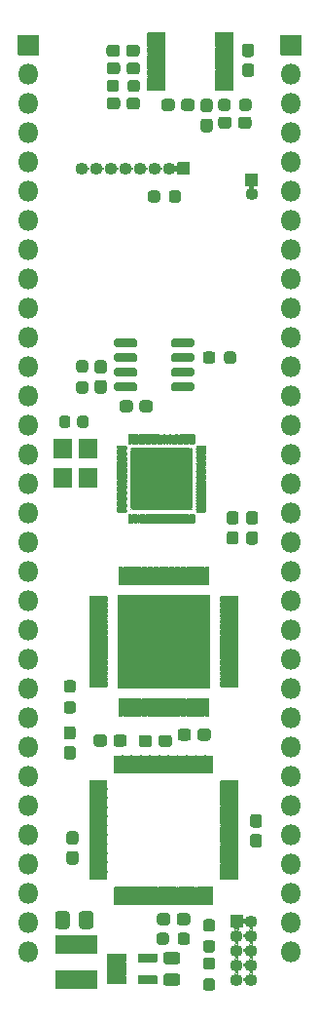
<source format=gts>
G04 #@! TF.GenerationSoftware,KiCad,Pcbnew,(5.1.12)-1*
G04 #@! TF.CreationDate,2022-08-10T22:17:10-07:00*
G04 #@! TF.ProjectId,jbVeraHDMI,6a625665-7261-4484-944d-492e6b696361,rev?*
G04 #@! TF.SameCoordinates,Original*
G04 #@! TF.FileFunction,Soldermask,Top*
G04 #@! TF.FilePolarity,Negative*
%FSLAX46Y46*%
G04 Gerber Fmt 4.6, Leading zero omitted, Abs format (unit mm)*
G04 Created by KiCad (PCBNEW (5.1.12)-1) date 2022-08-10 22:17:10*
%MOMM*%
%LPD*%
G01*
G04 APERTURE LIST*
%ADD10O,1.102000X1.102000*%
%ADD11O,1.802000X1.802000*%
%ADD12C,0.100000*%
G04 APERTURE END LIST*
G36*
G01*
X147717400Y-115639100D02*
X148243400Y-115639100D01*
G75*
G02*
X148506400Y-115902100I0J-263000D01*
G01*
X148506400Y-116528100D01*
G75*
G02*
X148243400Y-116791100I-263000J0D01*
G01*
X147717400Y-116791100D01*
G75*
G02*
X147454400Y-116528100I0J263000D01*
G01*
X147454400Y-115902100D01*
G75*
G02*
X147717400Y-115639100I263000J0D01*
G01*
G37*
G36*
G01*
X147717400Y-113889100D02*
X148243400Y-113889100D01*
G75*
G02*
X148506400Y-114152100I0J-263000D01*
G01*
X148506400Y-114778100D01*
G75*
G02*
X148243400Y-115041100I-263000J0D01*
G01*
X147717400Y-115041100D01*
G75*
G02*
X147454400Y-114778100I0J263000D01*
G01*
X147454400Y-114152100D01*
G75*
G02*
X147717400Y-113889100I263000J0D01*
G01*
G37*
G36*
G01*
X146028300Y-115629000D02*
X146554300Y-115629000D01*
G75*
G02*
X146817300Y-115892000I0J-263000D01*
G01*
X146817300Y-116518000D01*
G75*
G02*
X146554300Y-116781000I-263000J0D01*
G01*
X146028300Y-116781000D01*
G75*
G02*
X145765300Y-116518000I0J263000D01*
G01*
X145765300Y-115892000D01*
G75*
G02*
X146028300Y-115629000I263000J0D01*
G01*
G37*
G36*
G01*
X146028300Y-113879000D02*
X146554300Y-113879000D01*
G75*
G02*
X146817300Y-114142000I0J-263000D01*
G01*
X146817300Y-114768000D01*
G75*
G02*
X146554300Y-115031000I-263000J0D01*
G01*
X146028300Y-115031000D01*
G75*
G02*
X145765300Y-114768000I0J263000D01*
G01*
X145765300Y-114142000D01*
G75*
G02*
X146028300Y-113879000I263000J0D01*
G01*
G37*
G36*
G01*
X138060000Y-152994201D02*
X138060000Y-152344199D01*
G75*
G02*
X138110999Y-152293200I50999J0D01*
G01*
X139671001Y-152293200D01*
G75*
G02*
X139722000Y-152344199I0J-50999D01*
G01*
X139722000Y-152994201D01*
G75*
G02*
X139671001Y-153045200I-50999J0D01*
G01*
X138110999Y-153045200D01*
G75*
G02*
X138060000Y-152994201I0J50999D01*
G01*
G37*
G36*
G01*
X138060000Y-154894201D02*
X138060000Y-154244199D01*
G75*
G02*
X138110999Y-154193200I50999J0D01*
G01*
X139671001Y-154193200D01*
G75*
G02*
X139722000Y-154244199I0J-50999D01*
G01*
X139722000Y-154894201D01*
G75*
G02*
X139671001Y-154945200I-50999J0D01*
G01*
X138110999Y-154945200D01*
G75*
G02*
X138060000Y-154894201I0J50999D01*
G01*
G37*
G36*
G01*
X135360000Y-154894201D02*
X135360000Y-154244199D01*
G75*
G02*
X135410999Y-154193200I50999J0D01*
G01*
X136971001Y-154193200D01*
G75*
G02*
X137022000Y-154244199I0J-50999D01*
G01*
X137022000Y-154894201D01*
G75*
G02*
X136971001Y-154945200I-50999J0D01*
G01*
X135410999Y-154945200D01*
G75*
G02*
X135360000Y-154894201I0J50999D01*
G01*
G37*
G36*
G01*
X135360000Y-153944201D02*
X135360000Y-153294199D01*
G75*
G02*
X135410999Y-153243200I50999J0D01*
G01*
X136971001Y-153243200D01*
G75*
G02*
X137022000Y-153294199I0J-50999D01*
G01*
X137022000Y-153944201D01*
G75*
G02*
X136971001Y-153995200I-50999J0D01*
G01*
X135410999Y-153995200D01*
G75*
G02*
X135360000Y-153944201I0J50999D01*
G01*
G37*
G36*
G01*
X135360000Y-152994201D02*
X135360000Y-152344199D01*
G75*
G02*
X135410999Y-152293200I50999J0D01*
G01*
X136971001Y-152293200D01*
G75*
G02*
X137022000Y-152344199I0J-50999D01*
G01*
X137022000Y-152994201D01*
G75*
G02*
X136971001Y-153045200I-50999J0D01*
G01*
X135410999Y-153045200D01*
G75*
G02*
X135360000Y-152994201I0J50999D01*
G01*
G37*
G36*
G01*
X136571900Y-136680600D02*
X136021900Y-136680600D01*
G75*
G02*
X135970900Y-136629600I0J51000D01*
G01*
X135970900Y-135129600D01*
G75*
G02*
X136021900Y-135078600I51000J0D01*
G01*
X136571900Y-135078600D01*
G75*
G02*
X136622900Y-135129600I0J-51000D01*
G01*
X136622900Y-136629600D01*
G75*
G02*
X136571900Y-136680600I-51000J0D01*
G01*
G37*
G36*
G01*
X137371900Y-136680600D02*
X136821900Y-136680600D01*
G75*
G02*
X136770900Y-136629600I0J51000D01*
G01*
X136770900Y-135129600D01*
G75*
G02*
X136821900Y-135078600I51000J0D01*
G01*
X137371900Y-135078600D01*
G75*
G02*
X137422900Y-135129600I0J-51000D01*
G01*
X137422900Y-136629600D01*
G75*
G02*
X137371900Y-136680600I-51000J0D01*
G01*
G37*
G36*
G01*
X138171900Y-136680600D02*
X137621900Y-136680600D01*
G75*
G02*
X137570900Y-136629600I0J51000D01*
G01*
X137570900Y-135129600D01*
G75*
G02*
X137621900Y-135078600I51000J0D01*
G01*
X138171900Y-135078600D01*
G75*
G02*
X138222900Y-135129600I0J-51000D01*
G01*
X138222900Y-136629600D01*
G75*
G02*
X138171900Y-136680600I-51000J0D01*
G01*
G37*
G36*
G01*
X138971900Y-136680600D02*
X138421900Y-136680600D01*
G75*
G02*
X138370900Y-136629600I0J51000D01*
G01*
X138370900Y-135129600D01*
G75*
G02*
X138421900Y-135078600I51000J0D01*
G01*
X138971900Y-135078600D01*
G75*
G02*
X139022900Y-135129600I0J-51000D01*
G01*
X139022900Y-136629600D01*
G75*
G02*
X138971900Y-136680600I-51000J0D01*
G01*
G37*
G36*
G01*
X139771900Y-136680600D02*
X139221900Y-136680600D01*
G75*
G02*
X139170900Y-136629600I0J51000D01*
G01*
X139170900Y-135129600D01*
G75*
G02*
X139221900Y-135078600I51000J0D01*
G01*
X139771900Y-135078600D01*
G75*
G02*
X139822900Y-135129600I0J-51000D01*
G01*
X139822900Y-136629600D01*
G75*
G02*
X139771900Y-136680600I-51000J0D01*
G01*
G37*
G36*
G01*
X140571900Y-136680600D02*
X140021900Y-136680600D01*
G75*
G02*
X139970900Y-136629600I0J51000D01*
G01*
X139970900Y-135129600D01*
G75*
G02*
X140021900Y-135078600I51000J0D01*
G01*
X140571900Y-135078600D01*
G75*
G02*
X140622900Y-135129600I0J-51000D01*
G01*
X140622900Y-136629600D01*
G75*
G02*
X140571900Y-136680600I-51000J0D01*
G01*
G37*
G36*
G01*
X141371900Y-136680600D02*
X140821900Y-136680600D01*
G75*
G02*
X140770900Y-136629600I0J51000D01*
G01*
X140770900Y-135129600D01*
G75*
G02*
X140821900Y-135078600I51000J0D01*
G01*
X141371900Y-135078600D01*
G75*
G02*
X141422900Y-135129600I0J-51000D01*
G01*
X141422900Y-136629600D01*
G75*
G02*
X141371900Y-136680600I-51000J0D01*
G01*
G37*
G36*
G01*
X142171900Y-136680600D02*
X141621900Y-136680600D01*
G75*
G02*
X141570900Y-136629600I0J51000D01*
G01*
X141570900Y-135129600D01*
G75*
G02*
X141621900Y-135078600I51000J0D01*
G01*
X142171900Y-135078600D01*
G75*
G02*
X142222900Y-135129600I0J-51000D01*
G01*
X142222900Y-136629600D01*
G75*
G02*
X142171900Y-136680600I-51000J0D01*
G01*
G37*
G36*
G01*
X142971900Y-136680600D02*
X142421900Y-136680600D01*
G75*
G02*
X142370900Y-136629600I0J51000D01*
G01*
X142370900Y-135129600D01*
G75*
G02*
X142421900Y-135078600I51000J0D01*
G01*
X142971900Y-135078600D01*
G75*
G02*
X143022900Y-135129600I0J-51000D01*
G01*
X143022900Y-136629600D01*
G75*
G02*
X142971900Y-136680600I-51000J0D01*
G01*
G37*
G36*
G01*
X143771900Y-136680600D02*
X143221900Y-136680600D01*
G75*
G02*
X143170900Y-136629600I0J51000D01*
G01*
X143170900Y-135129600D01*
G75*
G02*
X143221900Y-135078600I51000J0D01*
G01*
X143771900Y-135078600D01*
G75*
G02*
X143822900Y-135129600I0J-51000D01*
G01*
X143822900Y-136629600D01*
G75*
G02*
X143771900Y-136680600I-51000J0D01*
G01*
G37*
G36*
G01*
X144571900Y-136680600D02*
X144021900Y-136680600D01*
G75*
G02*
X143970900Y-136629600I0J51000D01*
G01*
X143970900Y-135129600D01*
G75*
G02*
X144021900Y-135078600I51000J0D01*
G01*
X144571900Y-135078600D01*
G75*
G02*
X144622900Y-135129600I0J-51000D01*
G01*
X144622900Y-136629600D01*
G75*
G02*
X144571900Y-136680600I-51000J0D01*
G01*
G37*
G36*
G01*
X145195900Y-137854600D02*
X145195900Y-137304600D01*
G75*
G02*
X145246900Y-137253600I51000J0D01*
G01*
X146746900Y-137253600D01*
G75*
G02*
X146797900Y-137304600I0J-51000D01*
G01*
X146797900Y-137854600D01*
G75*
G02*
X146746900Y-137905600I-51000J0D01*
G01*
X145246900Y-137905600D01*
G75*
G02*
X145195900Y-137854600I0J51000D01*
G01*
G37*
G36*
G01*
X145195900Y-138654600D02*
X145195900Y-138104600D01*
G75*
G02*
X145246900Y-138053600I51000J0D01*
G01*
X146746900Y-138053600D01*
G75*
G02*
X146797900Y-138104600I0J-51000D01*
G01*
X146797900Y-138654600D01*
G75*
G02*
X146746900Y-138705600I-51000J0D01*
G01*
X145246900Y-138705600D01*
G75*
G02*
X145195900Y-138654600I0J51000D01*
G01*
G37*
G36*
G01*
X145195900Y-139454600D02*
X145195900Y-138904600D01*
G75*
G02*
X145246900Y-138853600I51000J0D01*
G01*
X146746900Y-138853600D01*
G75*
G02*
X146797900Y-138904600I0J-51000D01*
G01*
X146797900Y-139454600D01*
G75*
G02*
X146746900Y-139505600I-51000J0D01*
G01*
X145246900Y-139505600D01*
G75*
G02*
X145195900Y-139454600I0J51000D01*
G01*
G37*
G36*
G01*
X145195900Y-140254600D02*
X145195900Y-139704600D01*
G75*
G02*
X145246900Y-139653600I51000J0D01*
G01*
X146746900Y-139653600D01*
G75*
G02*
X146797900Y-139704600I0J-51000D01*
G01*
X146797900Y-140254600D01*
G75*
G02*
X146746900Y-140305600I-51000J0D01*
G01*
X145246900Y-140305600D01*
G75*
G02*
X145195900Y-140254600I0J51000D01*
G01*
G37*
G36*
G01*
X145195900Y-141054600D02*
X145195900Y-140504600D01*
G75*
G02*
X145246900Y-140453600I51000J0D01*
G01*
X146746900Y-140453600D01*
G75*
G02*
X146797900Y-140504600I0J-51000D01*
G01*
X146797900Y-141054600D01*
G75*
G02*
X146746900Y-141105600I-51000J0D01*
G01*
X145246900Y-141105600D01*
G75*
G02*
X145195900Y-141054600I0J51000D01*
G01*
G37*
G36*
G01*
X145195900Y-141854600D02*
X145195900Y-141304600D01*
G75*
G02*
X145246900Y-141253600I51000J0D01*
G01*
X146746900Y-141253600D01*
G75*
G02*
X146797900Y-141304600I0J-51000D01*
G01*
X146797900Y-141854600D01*
G75*
G02*
X146746900Y-141905600I-51000J0D01*
G01*
X145246900Y-141905600D01*
G75*
G02*
X145195900Y-141854600I0J51000D01*
G01*
G37*
G36*
G01*
X145195900Y-142654600D02*
X145195900Y-142104600D01*
G75*
G02*
X145246900Y-142053600I51000J0D01*
G01*
X146746900Y-142053600D01*
G75*
G02*
X146797900Y-142104600I0J-51000D01*
G01*
X146797900Y-142654600D01*
G75*
G02*
X146746900Y-142705600I-51000J0D01*
G01*
X145246900Y-142705600D01*
G75*
G02*
X145195900Y-142654600I0J51000D01*
G01*
G37*
G36*
G01*
X145195900Y-143454600D02*
X145195900Y-142904600D01*
G75*
G02*
X145246900Y-142853600I51000J0D01*
G01*
X146746900Y-142853600D01*
G75*
G02*
X146797900Y-142904600I0J-51000D01*
G01*
X146797900Y-143454600D01*
G75*
G02*
X146746900Y-143505600I-51000J0D01*
G01*
X145246900Y-143505600D01*
G75*
G02*
X145195900Y-143454600I0J51000D01*
G01*
G37*
G36*
G01*
X145195900Y-144254600D02*
X145195900Y-143704600D01*
G75*
G02*
X145246900Y-143653600I51000J0D01*
G01*
X146746900Y-143653600D01*
G75*
G02*
X146797900Y-143704600I0J-51000D01*
G01*
X146797900Y-144254600D01*
G75*
G02*
X146746900Y-144305600I-51000J0D01*
G01*
X145246900Y-144305600D01*
G75*
G02*
X145195900Y-144254600I0J51000D01*
G01*
G37*
G36*
G01*
X145195900Y-145054600D02*
X145195900Y-144504600D01*
G75*
G02*
X145246900Y-144453600I51000J0D01*
G01*
X146746900Y-144453600D01*
G75*
G02*
X146797900Y-144504600I0J-51000D01*
G01*
X146797900Y-145054600D01*
G75*
G02*
X146746900Y-145105600I-51000J0D01*
G01*
X145246900Y-145105600D01*
G75*
G02*
X145195900Y-145054600I0J51000D01*
G01*
G37*
G36*
G01*
X145195900Y-145854600D02*
X145195900Y-145304600D01*
G75*
G02*
X145246900Y-145253600I51000J0D01*
G01*
X146746900Y-145253600D01*
G75*
G02*
X146797900Y-145304600I0J-51000D01*
G01*
X146797900Y-145854600D01*
G75*
G02*
X146746900Y-145905600I-51000J0D01*
G01*
X145246900Y-145905600D01*
G75*
G02*
X145195900Y-145854600I0J51000D01*
G01*
G37*
G36*
G01*
X144571900Y-148080600D02*
X144021900Y-148080600D01*
G75*
G02*
X143970900Y-148029600I0J51000D01*
G01*
X143970900Y-146529600D01*
G75*
G02*
X144021900Y-146478600I51000J0D01*
G01*
X144571900Y-146478600D01*
G75*
G02*
X144622900Y-146529600I0J-51000D01*
G01*
X144622900Y-148029600D01*
G75*
G02*
X144571900Y-148080600I-51000J0D01*
G01*
G37*
G36*
G01*
X143771900Y-148080600D02*
X143221900Y-148080600D01*
G75*
G02*
X143170900Y-148029600I0J51000D01*
G01*
X143170900Y-146529600D01*
G75*
G02*
X143221900Y-146478600I51000J0D01*
G01*
X143771900Y-146478600D01*
G75*
G02*
X143822900Y-146529600I0J-51000D01*
G01*
X143822900Y-148029600D01*
G75*
G02*
X143771900Y-148080600I-51000J0D01*
G01*
G37*
G36*
G01*
X142971900Y-148080600D02*
X142421900Y-148080600D01*
G75*
G02*
X142370900Y-148029600I0J51000D01*
G01*
X142370900Y-146529600D01*
G75*
G02*
X142421900Y-146478600I51000J0D01*
G01*
X142971900Y-146478600D01*
G75*
G02*
X143022900Y-146529600I0J-51000D01*
G01*
X143022900Y-148029600D01*
G75*
G02*
X142971900Y-148080600I-51000J0D01*
G01*
G37*
G36*
G01*
X142171900Y-148080600D02*
X141621900Y-148080600D01*
G75*
G02*
X141570900Y-148029600I0J51000D01*
G01*
X141570900Y-146529600D01*
G75*
G02*
X141621900Y-146478600I51000J0D01*
G01*
X142171900Y-146478600D01*
G75*
G02*
X142222900Y-146529600I0J-51000D01*
G01*
X142222900Y-148029600D01*
G75*
G02*
X142171900Y-148080600I-51000J0D01*
G01*
G37*
G36*
G01*
X141371900Y-148080600D02*
X140821900Y-148080600D01*
G75*
G02*
X140770900Y-148029600I0J51000D01*
G01*
X140770900Y-146529600D01*
G75*
G02*
X140821900Y-146478600I51000J0D01*
G01*
X141371900Y-146478600D01*
G75*
G02*
X141422900Y-146529600I0J-51000D01*
G01*
X141422900Y-148029600D01*
G75*
G02*
X141371900Y-148080600I-51000J0D01*
G01*
G37*
G36*
G01*
X140571900Y-148080600D02*
X140021900Y-148080600D01*
G75*
G02*
X139970900Y-148029600I0J51000D01*
G01*
X139970900Y-146529600D01*
G75*
G02*
X140021900Y-146478600I51000J0D01*
G01*
X140571900Y-146478600D01*
G75*
G02*
X140622900Y-146529600I0J-51000D01*
G01*
X140622900Y-148029600D01*
G75*
G02*
X140571900Y-148080600I-51000J0D01*
G01*
G37*
G36*
G01*
X139771900Y-148080600D02*
X139221900Y-148080600D01*
G75*
G02*
X139170900Y-148029600I0J51000D01*
G01*
X139170900Y-146529600D01*
G75*
G02*
X139221900Y-146478600I51000J0D01*
G01*
X139771900Y-146478600D01*
G75*
G02*
X139822900Y-146529600I0J-51000D01*
G01*
X139822900Y-148029600D01*
G75*
G02*
X139771900Y-148080600I-51000J0D01*
G01*
G37*
G36*
G01*
X138971900Y-148080600D02*
X138421900Y-148080600D01*
G75*
G02*
X138370900Y-148029600I0J51000D01*
G01*
X138370900Y-146529600D01*
G75*
G02*
X138421900Y-146478600I51000J0D01*
G01*
X138971900Y-146478600D01*
G75*
G02*
X139022900Y-146529600I0J-51000D01*
G01*
X139022900Y-148029600D01*
G75*
G02*
X138971900Y-148080600I-51000J0D01*
G01*
G37*
G36*
G01*
X138171900Y-148080600D02*
X137621900Y-148080600D01*
G75*
G02*
X137570900Y-148029600I0J51000D01*
G01*
X137570900Y-146529600D01*
G75*
G02*
X137621900Y-146478600I51000J0D01*
G01*
X138171900Y-146478600D01*
G75*
G02*
X138222900Y-146529600I0J-51000D01*
G01*
X138222900Y-148029600D01*
G75*
G02*
X138171900Y-148080600I-51000J0D01*
G01*
G37*
G36*
G01*
X137371900Y-148080600D02*
X136821900Y-148080600D01*
G75*
G02*
X136770900Y-148029600I0J51000D01*
G01*
X136770900Y-146529600D01*
G75*
G02*
X136821900Y-146478600I51000J0D01*
G01*
X137371900Y-146478600D01*
G75*
G02*
X137422900Y-146529600I0J-51000D01*
G01*
X137422900Y-148029600D01*
G75*
G02*
X137371900Y-148080600I-51000J0D01*
G01*
G37*
G36*
G01*
X136571900Y-148080600D02*
X136021900Y-148080600D01*
G75*
G02*
X135970900Y-148029600I0J51000D01*
G01*
X135970900Y-146529600D01*
G75*
G02*
X136021900Y-146478600I51000J0D01*
G01*
X136571900Y-146478600D01*
G75*
G02*
X136622900Y-146529600I0J-51000D01*
G01*
X136622900Y-148029600D01*
G75*
G02*
X136571900Y-148080600I-51000J0D01*
G01*
G37*
G36*
G01*
X133795900Y-145854600D02*
X133795900Y-145304600D01*
G75*
G02*
X133846900Y-145253600I51000J0D01*
G01*
X135346900Y-145253600D01*
G75*
G02*
X135397900Y-145304600I0J-51000D01*
G01*
X135397900Y-145854600D01*
G75*
G02*
X135346900Y-145905600I-51000J0D01*
G01*
X133846900Y-145905600D01*
G75*
G02*
X133795900Y-145854600I0J51000D01*
G01*
G37*
G36*
G01*
X133795900Y-145054600D02*
X133795900Y-144504600D01*
G75*
G02*
X133846900Y-144453600I51000J0D01*
G01*
X135346900Y-144453600D01*
G75*
G02*
X135397900Y-144504600I0J-51000D01*
G01*
X135397900Y-145054600D01*
G75*
G02*
X135346900Y-145105600I-51000J0D01*
G01*
X133846900Y-145105600D01*
G75*
G02*
X133795900Y-145054600I0J51000D01*
G01*
G37*
G36*
G01*
X133795900Y-144254600D02*
X133795900Y-143704600D01*
G75*
G02*
X133846900Y-143653600I51000J0D01*
G01*
X135346900Y-143653600D01*
G75*
G02*
X135397900Y-143704600I0J-51000D01*
G01*
X135397900Y-144254600D01*
G75*
G02*
X135346900Y-144305600I-51000J0D01*
G01*
X133846900Y-144305600D01*
G75*
G02*
X133795900Y-144254600I0J51000D01*
G01*
G37*
G36*
G01*
X133795900Y-143454600D02*
X133795900Y-142904600D01*
G75*
G02*
X133846900Y-142853600I51000J0D01*
G01*
X135346900Y-142853600D01*
G75*
G02*
X135397900Y-142904600I0J-51000D01*
G01*
X135397900Y-143454600D01*
G75*
G02*
X135346900Y-143505600I-51000J0D01*
G01*
X133846900Y-143505600D01*
G75*
G02*
X133795900Y-143454600I0J51000D01*
G01*
G37*
G36*
G01*
X133795900Y-142654600D02*
X133795900Y-142104600D01*
G75*
G02*
X133846900Y-142053600I51000J0D01*
G01*
X135346900Y-142053600D01*
G75*
G02*
X135397900Y-142104600I0J-51000D01*
G01*
X135397900Y-142654600D01*
G75*
G02*
X135346900Y-142705600I-51000J0D01*
G01*
X133846900Y-142705600D01*
G75*
G02*
X133795900Y-142654600I0J51000D01*
G01*
G37*
G36*
G01*
X133795900Y-141854600D02*
X133795900Y-141304600D01*
G75*
G02*
X133846900Y-141253600I51000J0D01*
G01*
X135346900Y-141253600D01*
G75*
G02*
X135397900Y-141304600I0J-51000D01*
G01*
X135397900Y-141854600D01*
G75*
G02*
X135346900Y-141905600I-51000J0D01*
G01*
X133846900Y-141905600D01*
G75*
G02*
X133795900Y-141854600I0J51000D01*
G01*
G37*
G36*
G01*
X133795900Y-141054600D02*
X133795900Y-140504600D01*
G75*
G02*
X133846900Y-140453600I51000J0D01*
G01*
X135346900Y-140453600D01*
G75*
G02*
X135397900Y-140504600I0J-51000D01*
G01*
X135397900Y-141054600D01*
G75*
G02*
X135346900Y-141105600I-51000J0D01*
G01*
X133846900Y-141105600D01*
G75*
G02*
X133795900Y-141054600I0J51000D01*
G01*
G37*
G36*
G01*
X133795900Y-140254600D02*
X133795900Y-139704600D01*
G75*
G02*
X133846900Y-139653600I51000J0D01*
G01*
X135346900Y-139653600D01*
G75*
G02*
X135397900Y-139704600I0J-51000D01*
G01*
X135397900Y-140254600D01*
G75*
G02*
X135346900Y-140305600I-51000J0D01*
G01*
X133846900Y-140305600D01*
G75*
G02*
X133795900Y-140254600I0J51000D01*
G01*
G37*
G36*
G01*
X133795900Y-139454600D02*
X133795900Y-138904600D01*
G75*
G02*
X133846900Y-138853600I51000J0D01*
G01*
X135346900Y-138853600D01*
G75*
G02*
X135397900Y-138904600I0J-51000D01*
G01*
X135397900Y-139454600D01*
G75*
G02*
X135346900Y-139505600I-51000J0D01*
G01*
X133846900Y-139505600D01*
G75*
G02*
X133795900Y-139454600I0J51000D01*
G01*
G37*
G36*
G01*
X133795900Y-138654600D02*
X133795900Y-138104600D01*
G75*
G02*
X133846900Y-138053600I51000J0D01*
G01*
X135346900Y-138053600D01*
G75*
G02*
X135397900Y-138104600I0J-51000D01*
G01*
X135397900Y-138654600D01*
G75*
G02*
X135346900Y-138705600I-51000J0D01*
G01*
X133846900Y-138705600D01*
G75*
G02*
X133795900Y-138654600I0J51000D01*
G01*
G37*
G36*
G01*
X133795900Y-137854600D02*
X133795900Y-137304600D01*
G75*
G02*
X133846900Y-137253600I51000J0D01*
G01*
X135346900Y-137253600D01*
G75*
G02*
X135397900Y-137304600I0J-51000D01*
G01*
X135397900Y-137854600D01*
G75*
G02*
X135346900Y-137905600I-51000J0D01*
G01*
X133846900Y-137905600D01*
G75*
G02*
X133795900Y-137854600I0J51000D01*
G01*
G37*
D10*
X133121400Y-84150200D03*
X134391400Y-84150200D03*
X135661400Y-84150200D03*
X136931400Y-84150200D03*
X138201400Y-84150200D03*
X139471400Y-84150200D03*
X140741400Y-84150200D03*
G36*
G01*
X141511400Y-83599200D02*
X142511400Y-83599200D01*
G75*
G02*
X142562400Y-83650200I0J-51000D01*
G01*
X142562400Y-84650200D01*
G75*
G02*
X142511400Y-84701200I-51000J0D01*
G01*
X141511400Y-84701200D01*
G75*
G02*
X141460400Y-84650200I0J51000D01*
G01*
X141460400Y-83650200D01*
G75*
G02*
X141511400Y-83599200I51000J0D01*
G01*
G37*
X147937220Y-86380320D03*
G36*
G01*
X147386220Y-85610320D02*
X147386220Y-84610320D01*
G75*
G02*
X147437220Y-84559320I51000J0D01*
G01*
X148437220Y-84559320D01*
G75*
G02*
X148488220Y-84610320I0J-51000D01*
G01*
X148488220Y-85610320D01*
G75*
G02*
X148437220Y-85661320I-51000J0D01*
G01*
X147437220Y-85661320D01*
G75*
G02*
X147386220Y-85610320I0J51000D01*
G01*
G37*
X147914360Y-154569160D03*
X146644360Y-154569160D03*
X147914360Y-153299160D03*
X146644360Y-153299160D03*
X147914360Y-152029160D03*
X146644360Y-152029160D03*
X147914360Y-150759160D03*
X146644360Y-150759160D03*
X147914360Y-149489160D03*
G36*
G01*
X146093360Y-149989160D02*
X146093360Y-148989160D01*
G75*
G02*
X146144360Y-148938160I51000J0D01*
G01*
X147144360Y-148938160D01*
G75*
G02*
X147195360Y-148989160I0J-51000D01*
G01*
X147195360Y-149989160D01*
G75*
G02*
X147144360Y-150040160I-51000J0D01*
G01*
X146144360Y-150040160D01*
G75*
G02*
X146093360Y-149989160I0J51000D01*
G01*
G37*
G36*
G01*
X140472000Y-76891100D02*
X140472000Y-77341100D01*
G75*
G02*
X140421000Y-77392100I-51000J0D01*
G01*
X138921000Y-77392100D01*
G75*
G02*
X138870000Y-77341100I0J51000D01*
G01*
X138870000Y-76891100D01*
G75*
G02*
X138921000Y-76840100I51000J0D01*
G01*
X140421000Y-76840100D01*
G75*
G02*
X140472000Y-76891100I0J-51000D01*
G01*
G37*
G36*
G01*
X140472000Y-76241100D02*
X140472000Y-76691100D01*
G75*
G02*
X140421000Y-76742100I-51000J0D01*
G01*
X138921000Y-76742100D01*
G75*
G02*
X138870000Y-76691100I0J51000D01*
G01*
X138870000Y-76241100D01*
G75*
G02*
X138921000Y-76190100I51000J0D01*
G01*
X140421000Y-76190100D01*
G75*
G02*
X140472000Y-76241100I0J-51000D01*
G01*
G37*
G36*
G01*
X140472000Y-75591100D02*
X140472000Y-76041100D01*
G75*
G02*
X140421000Y-76092100I-51000J0D01*
G01*
X138921000Y-76092100D01*
G75*
G02*
X138870000Y-76041100I0J51000D01*
G01*
X138870000Y-75591100D01*
G75*
G02*
X138921000Y-75540100I51000J0D01*
G01*
X140421000Y-75540100D01*
G75*
G02*
X140472000Y-75591100I0J-51000D01*
G01*
G37*
G36*
G01*
X140472000Y-74941100D02*
X140472000Y-75391100D01*
G75*
G02*
X140421000Y-75442100I-51000J0D01*
G01*
X138921000Y-75442100D01*
G75*
G02*
X138870000Y-75391100I0J51000D01*
G01*
X138870000Y-74941100D01*
G75*
G02*
X138921000Y-74890100I51000J0D01*
G01*
X140421000Y-74890100D01*
G75*
G02*
X140472000Y-74941100I0J-51000D01*
G01*
G37*
G36*
G01*
X140472000Y-74291100D02*
X140472000Y-74741100D01*
G75*
G02*
X140421000Y-74792100I-51000J0D01*
G01*
X138921000Y-74792100D01*
G75*
G02*
X138870000Y-74741100I0J51000D01*
G01*
X138870000Y-74291100D01*
G75*
G02*
X138921000Y-74240100I51000J0D01*
G01*
X140421000Y-74240100D01*
G75*
G02*
X140472000Y-74291100I0J-51000D01*
G01*
G37*
G36*
G01*
X140472000Y-73641100D02*
X140472000Y-74091100D01*
G75*
G02*
X140421000Y-74142100I-51000J0D01*
G01*
X138921000Y-74142100D01*
G75*
G02*
X138870000Y-74091100I0J51000D01*
G01*
X138870000Y-73641100D01*
G75*
G02*
X138921000Y-73590100I51000J0D01*
G01*
X140421000Y-73590100D01*
G75*
G02*
X140472000Y-73641100I0J-51000D01*
G01*
G37*
G36*
G01*
X140472000Y-72991100D02*
X140472000Y-73441100D01*
G75*
G02*
X140421000Y-73492100I-51000J0D01*
G01*
X138921000Y-73492100D01*
G75*
G02*
X138870000Y-73441100I0J51000D01*
G01*
X138870000Y-72991100D01*
G75*
G02*
X138921000Y-72940100I51000J0D01*
G01*
X140421000Y-72940100D01*
G75*
G02*
X140472000Y-72991100I0J-51000D01*
G01*
G37*
G36*
G01*
X140472000Y-72341100D02*
X140472000Y-72791100D01*
G75*
G02*
X140421000Y-72842100I-51000J0D01*
G01*
X138921000Y-72842100D01*
G75*
G02*
X138870000Y-72791100I0J51000D01*
G01*
X138870000Y-72341100D01*
G75*
G02*
X138921000Y-72290100I51000J0D01*
G01*
X140421000Y-72290100D01*
G75*
G02*
X140472000Y-72341100I0J-51000D01*
G01*
G37*
G36*
G01*
X146372000Y-72341100D02*
X146372000Y-72791100D01*
G75*
G02*
X146321000Y-72842100I-51000J0D01*
G01*
X144821000Y-72842100D01*
G75*
G02*
X144770000Y-72791100I0J51000D01*
G01*
X144770000Y-72341100D01*
G75*
G02*
X144821000Y-72290100I51000J0D01*
G01*
X146321000Y-72290100D01*
G75*
G02*
X146372000Y-72341100I0J-51000D01*
G01*
G37*
G36*
G01*
X146372000Y-72991100D02*
X146372000Y-73441100D01*
G75*
G02*
X146321000Y-73492100I-51000J0D01*
G01*
X144821000Y-73492100D01*
G75*
G02*
X144770000Y-73441100I0J51000D01*
G01*
X144770000Y-72991100D01*
G75*
G02*
X144821000Y-72940100I51000J0D01*
G01*
X146321000Y-72940100D01*
G75*
G02*
X146372000Y-72991100I0J-51000D01*
G01*
G37*
G36*
G01*
X146372000Y-73641100D02*
X146372000Y-74091100D01*
G75*
G02*
X146321000Y-74142100I-51000J0D01*
G01*
X144821000Y-74142100D01*
G75*
G02*
X144770000Y-74091100I0J51000D01*
G01*
X144770000Y-73641100D01*
G75*
G02*
X144821000Y-73590100I51000J0D01*
G01*
X146321000Y-73590100D01*
G75*
G02*
X146372000Y-73641100I0J-51000D01*
G01*
G37*
G36*
G01*
X146372000Y-74291100D02*
X146372000Y-74741100D01*
G75*
G02*
X146321000Y-74792100I-51000J0D01*
G01*
X144821000Y-74792100D01*
G75*
G02*
X144770000Y-74741100I0J51000D01*
G01*
X144770000Y-74291100D01*
G75*
G02*
X144821000Y-74240100I51000J0D01*
G01*
X146321000Y-74240100D01*
G75*
G02*
X146372000Y-74291100I0J-51000D01*
G01*
G37*
G36*
G01*
X146372000Y-74941100D02*
X146372000Y-75391100D01*
G75*
G02*
X146321000Y-75442100I-51000J0D01*
G01*
X144821000Y-75442100D01*
G75*
G02*
X144770000Y-75391100I0J51000D01*
G01*
X144770000Y-74941100D01*
G75*
G02*
X144821000Y-74890100I51000J0D01*
G01*
X146321000Y-74890100D01*
G75*
G02*
X146372000Y-74941100I0J-51000D01*
G01*
G37*
G36*
G01*
X146372000Y-75591100D02*
X146372000Y-76041100D01*
G75*
G02*
X146321000Y-76092100I-51000J0D01*
G01*
X144821000Y-76092100D01*
G75*
G02*
X144770000Y-76041100I0J51000D01*
G01*
X144770000Y-75591100D01*
G75*
G02*
X144821000Y-75540100I51000J0D01*
G01*
X146321000Y-75540100D01*
G75*
G02*
X146372000Y-75591100I0J-51000D01*
G01*
G37*
G36*
G01*
X146372000Y-76241100D02*
X146372000Y-76691100D01*
G75*
G02*
X146321000Y-76742100I-51000J0D01*
G01*
X144821000Y-76742100D01*
G75*
G02*
X144770000Y-76691100I0J51000D01*
G01*
X144770000Y-76241100D01*
G75*
G02*
X144821000Y-76190100I51000J0D01*
G01*
X146321000Y-76190100D01*
G75*
G02*
X146372000Y-76241100I0J-51000D01*
G01*
G37*
G36*
G01*
X146372000Y-76891100D02*
X146372000Y-77341100D01*
G75*
G02*
X146321000Y-77392100I-51000J0D01*
G01*
X144821000Y-77392100D01*
G75*
G02*
X144770000Y-77341100I0J51000D01*
G01*
X144770000Y-76891100D01*
G75*
G02*
X144821000Y-76840100I51000J0D01*
G01*
X146321000Y-76840100D01*
G75*
G02*
X146372000Y-76891100I0J-51000D01*
G01*
G37*
G36*
G01*
X137154900Y-77225000D02*
X137154900Y-76699000D01*
G75*
G02*
X137417900Y-76436000I263000J0D01*
G01*
X137968900Y-76436000D01*
G75*
G02*
X138231900Y-76699000I0J-263000D01*
G01*
X138231900Y-77225000D01*
G75*
G02*
X137968900Y-77488000I-263000J0D01*
G01*
X137417900Y-77488000D01*
G75*
G02*
X137154900Y-77225000I0J263000D01*
G01*
G37*
G36*
G01*
X135329900Y-77225000D02*
X135329900Y-76699000D01*
G75*
G02*
X135592900Y-76436000I263000J0D01*
G01*
X136143900Y-76436000D01*
G75*
G02*
X136406900Y-76699000I0J-263000D01*
G01*
X136406900Y-77225000D01*
G75*
G02*
X136143900Y-77488000I-263000J0D01*
G01*
X135592900Y-77488000D01*
G75*
G02*
X135329900Y-77225000I0J263000D01*
G01*
G37*
G36*
G01*
X146109700Y-78350000D02*
X146109700Y-78876000D01*
G75*
G02*
X145846700Y-79139000I-263000J0D01*
G01*
X145295700Y-79139000D01*
G75*
G02*
X145032700Y-78876000I0J263000D01*
G01*
X145032700Y-78350000D01*
G75*
G02*
X145295700Y-78087000I263000J0D01*
G01*
X145846700Y-78087000D01*
G75*
G02*
X146109700Y-78350000I0J-263000D01*
G01*
G37*
G36*
G01*
X147934700Y-78350000D02*
X147934700Y-78876000D01*
G75*
G02*
X147671700Y-79139000I-263000J0D01*
G01*
X147120700Y-79139000D01*
G75*
G02*
X146857700Y-78876000I0J263000D01*
G01*
X146857700Y-78350000D01*
G75*
G02*
X147120700Y-78087000I263000J0D01*
G01*
X147671700Y-78087000D01*
G75*
G02*
X147934700Y-78350000I0J-263000D01*
G01*
G37*
G36*
G01*
X147374500Y-75012400D02*
X147900500Y-75012400D01*
G75*
G02*
X148163500Y-75275400I0J-263000D01*
G01*
X148163500Y-75926400D01*
G75*
G02*
X147900500Y-76189400I-263000J0D01*
G01*
X147374500Y-76189400D01*
G75*
G02*
X147111500Y-75926400I0J263000D01*
G01*
X147111500Y-75275400D01*
G75*
G02*
X147374500Y-75012400I263000J0D01*
G01*
G37*
G36*
G01*
X147374500Y-73287400D02*
X147900500Y-73287400D01*
G75*
G02*
X148163500Y-73550400I0J-263000D01*
G01*
X148163500Y-74201400D01*
G75*
G02*
X147900500Y-74464400I-263000J0D01*
G01*
X147374500Y-74464400D01*
G75*
G02*
X147111500Y-74201400I0J263000D01*
G01*
X147111500Y-73550400D01*
G75*
G02*
X147374500Y-73287400I263000J0D01*
G01*
G37*
G36*
G01*
X136506100Y-75175000D02*
X136506100Y-75701000D01*
G75*
G02*
X136243100Y-75964000I-263000J0D01*
G01*
X135592100Y-75964000D01*
G75*
G02*
X135329100Y-75701000I0J263000D01*
G01*
X135329100Y-75175000D01*
G75*
G02*
X135592100Y-74912000I263000J0D01*
G01*
X136243100Y-74912000D01*
G75*
G02*
X136506100Y-75175000I0J-263000D01*
G01*
G37*
G36*
G01*
X138231100Y-75175000D02*
X138231100Y-75701000D01*
G75*
G02*
X137968100Y-75964000I-263000J0D01*
G01*
X137317100Y-75964000D01*
G75*
G02*
X137054100Y-75701000I0J263000D01*
G01*
X137054100Y-75175000D01*
G75*
G02*
X137317100Y-74912000I263000J0D01*
G01*
X137968100Y-74912000D01*
G75*
G02*
X138231100Y-75175000I0J-263000D01*
G01*
G37*
G36*
G01*
X143767700Y-79802500D02*
X144293700Y-79802500D01*
G75*
G02*
X144556700Y-80065500I0J-263000D01*
G01*
X144556700Y-80716500D01*
G75*
G02*
X144293700Y-80979500I-263000J0D01*
G01*
X143767700Y-80979500D01*
G75*
G02*
X143504700Y-80716500I0J263000D01*
G01*
X143504700Y-80065500D01*
G75*
G02*
X143767700Y-79802500I263000J0D01*
G01*
G37*
G36*
G01*
X143767700Y-78077500D02*
X144293700Y-78077500D01*
G75*
G02*
X144556700Y-78340500I0J-263000D01*
G01*
X144556700Y-78991500D01*
G75*
G02*
X144293700Y-79254500I-263000J0D01*
G01*
X143767700Y-79254500D01*
G75*
G02*
X143504700Y-78991500I0J263000D01*
G01*
X143504700Y-78340500D01*
G75*
G02*
X143767700Y-78077500I263000J0D01*
G01*
G37*
G36*
G01*
X136480700Y-73638300D02*
X136480700Y-74164300D01*
G75*
G02*
X136217700Y-74427300I-263000J0D01*
G01*
X135566700Y-74427300D01*
G75*
G02*
X135303700Y-74164300I0J263000D01*
G01*
X135303700Y-73638300D01*
G75*
G02*
X135566700Y-73375300I263000J0D01*
G01*
X136217700Y-73375300D01*
G75*
G02*
X136480700Y-73638300I0J-263000D01*
G01*
G37*
G36*
G01*
X138205700Y-73638300D02*
X138205700Y-74164300D01*
G75*
G02*
X137942700Y-74427300I-263000J0D01*
G01*
X137291700Y-74427300D01*
G75*
G02*
X137028700Y-74164300I0J263000D01*
G01*
X137028700Y-73638300D01*
G75*
G02*
X137291700Y-73375300I263000J0D01*
G01*
X137942700Y-73375300D01*
G75*
G02*
X138205700Y-73638300I0J-263000D01*
G01*
G37*
G36*
G01*
X137054100Y-78749000D02*
X137054100Y-78223000D01*
G75*
G02*
X137317100Y-77960000I263000J0D01*
G01*
X137968100Y-77960000D01*
G75*
G02*
X138231100Y-78223000I0J-263000D01*
G01*
X138231100Y-78749000D01*
G75*
G02*
X137968100Y-79012000I-263000J0D01*
G01*
X137317100Y-79012000D01*
G75*
G02*
X137054100Y-78749000I0J263000D01*
G01*
G37*
G36*
G01*
X135329100Y-78749000D02*
X135329100Y-78223000D01*
G75*
G02*
X135592100Y-77960000I263000J0D01*
G01*
X136243100Y-77960000D01*
G75*
G02*
X136506100Y-78223000I0J-263000D01*
G01*
X136506100Y-78749000D01*
G75*
G02*
X136243100Y-79012000I-263000J0D01*
G01*
X135592100Y-79012000D01*
G75*
G02*
X135329100Y-78749000I0J263000D01*
G01*
G37*
G36*
G01*
X141255900Y-78350000D02*
X141255900Y-78876000D01*
G75*
G02*
X140992900Y-79139000I-263000J0D01*
G01*
X140341900Y-79139000D01*
G75*
G02*
X140078900Y-78876000I0J263000D01*
G01*
X140078900Y-78350000D01*
G75*
G02*
X140341900Y-78087000I263000J0D01*
G01*
X140992900Y-78087000D01*
G75*
G02*
X141255900Y-78350000I0J-263000D01*
G01*
G37*
G36*
G01*
X142980900Y-78350000D02*
X142980900Y-78876000D01*
G75*
G02*
X142717900Y-79139000I-263000J0D01*
G01*
X142066900Y-79139000D01*
G75*
G02*
X141803900Y-78876000I0J263000D01*
G01*
X141803900Y-78350000D01*
G75*
G02*
X142066900Y-78087000I263000J0D01*
G01*
X142717900Y-78087000D01*
G75*
G02*
X142980900Y-78350000I0J-263000D01*
G01*
G37*
G36*
G01*
X146207800Y-79886700D02*
X146207800Y-80412700D01*
G75*
G02*
X145944800Y-80675700I-263000J0D01*
G01*
X145293800Y-80675700D01*
G75*
G02*
X145030800Y-80412700I0J263000D01*
G01*
X145030800Y-79886700D01*
G75*
G02*
X145293800Y-79623700I263000J0D01*
G01*
X145944800Y-79623700D01*
G75*
G02*
X146207800Y-79886700I0J-263000D01*
G01*
G37*
G36*
G01*
X147932800Y-79886700D02*
X147932800Y-80412700D01*
G75*
G02*
X147669800Y-80675700I-263000J0D01*
G01*
X147018800Y-80675700D01*
G75*
G02*
X146755800Y-80412700I0J263000D01*
G01*
X146755800Y-79886700D01*
G75*
G02*
X147018800Y-79623700I263000J0D01*
G01*
X147669800Y-79623700D01*
G75*
G02*
X147932800Y-79886700I0J-263000D01*
G01*
G37*
G36*
G01*
X133460600Y-101846400D02*
X132934600Y-101846400D01*
G75*
G02*
X132671600Y-101583400I0J263000D01*
G01*
X132671600Y-101032400D01*
G75*
G02*
X132934600Y-100769400I263000J0D01*
G01*
X133460600Y-100769400D01*
G75*
G02*
X133723600Y-101032400I0J-263000D01*
G01*
X133723600Y-101583400D01*
G75*
G02*
X133460600Y-101846400I-263000J0D01*
G01*
G37*
G36*
G01*
X133460600Y-103671400D02*
X132934600Y-103671400D01*
G75*
G02*
X132671600Y-103408400I0J263000D01*
G01*
X132671600Y-102857400D01*
G75*
G02*
X132934600Y-102594400I263000J0D01*
G01*
X133460600Y-102594400D01*
G75*
G02*
X133723600Y-102857400I0J-263000D01*
G01*
X133723600Y-103408400D01*
G75*
G02*
X133460600Y-103671400I-263000J0D01*
G01*
G37*
G36*
G01*
X144785100Y-100282900D02*
X144785100Y-100808900D01*
G75*
G02*
X144522100Y-101071900I-263000J0D01*
G01*
X143971100Y-101071900D01*
G75*
G02*
X143708100Y-100808900I0J263000D01*
G01*
X143708100Y-100282900D01*
G75*
G02*
X143971100Y-100019900I263000J0D01*
G01*
X144522100Y-100019900D01*
G75*
G02*
X144785100Y-100282900I0J-263000D01*
G01*
G37*
G36*
G01*
X146610100Y-100282900D02*
X146610100Y-100808900D01*
G75*
G02*
X146347100Y-101071900I-263000J0D01*
G01*
X145796100Y-101071900D01*
G75*
G02*
X145533100Y-100808900I0J263000D01*
G01*
X145533100Y-100282900D01*
G75*
G02*
X145796100Y-100019900I263000J0D01*
G01*
X146347100Y-100019900D01*
G75*
G02*
X146610100Y-100282900I0J-263000D01*
G01*
G37*
G36*
G01*
X135073500Y-101949400D02*
X134547500Y-101949400D01*
G75*
G02*
X134284500Y-101686400I0J263000D01*
G01*
X134284500Y-101035400D01*
G75*
G02*
X134547500Y-100772400I263000J0D01*
G01*
X135073500Y-100772400D01*
G75*
G02*
X135336500Y-101035400I0J-263000D01*
G01*
X135336500Y-101686400D01*
G75*
G02*
X135073500Y-101949400I-263000J0D01*
G01*
G37*
G36*
G01*
X135073500Y-103674400D02*
X134547500Y-103674400D01*
G75*
G02*
X134284500Y-103411400I0J263000D01*
G01*
X134284500Y-102760400D01*
G75*
G02*
X134547500Y-102497400I263000J0D01*
G01*
X135073500Y-102497400D01*
G75*
G02*
X135336500Y-102760400I0J-263000D01*
G01*
X135336500Y-103411400D01*
G75*
G02*
X135073500Y-103674400I-263000J0D01*
G01*
G37*
G36*
G01*
X137622600Y-104512000D02*
X137622600Y-105038000D01*
G75*
G02*
X137359600Y-105301000I-263000J0D01*
G01*
X136708600Y-105301000D01*
G75*
G02*
X136445600Y-105038000I0J263000D01*
G01*
X136445600Y-104512000D01*
G75*
G02*
X136708600Y-104249000I263000J0D01*
G01*
X137359600Y-104249000D01*
G75*
G02*
X137622600Y-104512000I0J-263000D01*
G01*
G37*
G36*
G01*
X139347600Y-104512000D02*
X139347600Y-105038000D01*
G75*
G02*
X139084600Y-105301000I-263000J0D01*
G01*
X138433600Y-105301000D01*
G75*
G02*
X138170600Y-105038000I0J263000D01*
G01*
X138170600Y-104512000D01*
G75*
G02*
X138433600Y-104249000I263000J0D01*
G01*
X139084600Y-104249000D01*
G75*
G02*
X139347600Y-104512000I0J-263000D01*
G01*
G37*
G36*
G01*
X132910800Y-149881698D02*
X132910800Y-148873102D01*
G75*
G02*
X133182502Y-148601400I271702J0D01*
G01*
X133916098Y-148601400D01*
G75*
G02*
X134187800Y-148873102I0J-271702D01*
G01*
X134187800Y-149881698D01*
G75*
G02*
X133916098Y-150153400I-271702J0D01*
G01*
X133182502Y-150153400D01*
G75*
G02*
X132910800Y-149881698I0J271702D01*
G01*
G37*
G36*
G01*
X130835800Y-149881698D02*
X130835800Y-148873102D01*
G75*
G02*
X131107502Y-148601400I271702J0D01*
G01*
X131841098Y-148601400D01*
G75*
G02*
X132112800Y-148873102I0J-271702D01*
G01*
X132112800Y-149881698D01*
G75*
G02*
X131841098Y-150153400I-271702J0D01*
G01*
X131107502Y-150153400D01*
G75*
G02*
X130835800Y-149881698I0J271702D01*
G01*
G37*
G36*
G01*
X140750300Y-150740000D02*
X140750300Y-151266000D01*
G75*
G02*
X140487300Y-151529000I-263000J0D01*
G01*
X139936300Y-151529000D01*
G75*
G02*
X139673300Y-151266000I0J263000D01*
G01*
X139673300Y-150740000D01*
G75*
G02*
X139936300Y-150477000I263000J0D01*
G01*
X140487300Y-150477000D01*
G75*
G02*
X140750300Y-150740000I0J-263000D01*
G01*
G37*
G36*
G01*
X142575300Y-150740000D02*
X142575300Y-151266000D01*
G75*
G02*
X142312300Y-151529000I-263000J0D01*
G01*
X141761300Y-151529000D01*
G75*
G02*
X141498300Y-151266000I0J263000D01*
G01*
X141498300Y-150740000D01*
G75*
G02*
X141761300Y-150477000I263000J0D01*
G01*
X142312300Y-150477000D01*
G75*
G02*
X142575300Y-150740000I0J-263000D01*
G01*
G37*
G36*
G01*
X139988300Y-86300200D02*
X139988300Y-86826200D01*
G75*
G02*
X139725300Y-87089200I-263000J0D01*
G01*
X139174300Y-87089200D01*
G75*
G02*
X138911300Y-86826200I0J263000D01*
G01*
X138911300Y-86300200D01*
G75*
G02*
X139174300Y-86037200I263000J0D01*
G01*
X139725300Y-86037200D01*
G75*
G02*
X139988300Y-86300200I0J-263000D01*
G01*
G37*
G36*
G01*
X141813300Y-86300200D02*
X141813300Y-86826200D01*
G75*
G02*
X141550300Y-87089200I-263000J0D01*
G01*
X140999300Y-87089200D01*
G75*
G02*
X140736300Y-86826200I0J263000D01*
G01*
X140736300Y-86300200D01*
G75*
G02*
X140999300Y-86037200I263000J0D01*
G01*
X141550300Y-86037200D01*
G75*
G02*
X141813300Y-86300200I0J-263000D01*
G01*
G37*
G36*
G01*
X132381100Y-129634000D02*
X131855100Y-129634000D01*
G75*
G02*
X131592100Y-129371000I0J263000D01*
G01*
X131592100Y-128820000D01*
G75*
G02*
X131855100Y-128557000I263000J0D01*
G01*
X132381100Y-128557000D01*
G75*
G02*
X132644100Y-128820000I0J-263000D01*
G01*
X132644100Y-129371000D01*
G75*
G02*
X132381100Y-129634000I-263000J0D01*
G01*
G37*
G36*
G01*
X132381100Y-131459000D02*
X131855100Y-131459000D01*
G75*
G02*
X131592100Y-131196000I0J263000D01*
G01*
X131592100Y-130645000D01*
G75*
G02*
X131855100Y-130382000I263000J0D01*
G01*
X132381100Y-130382000D01*
G75*
G02*
X132644100Y-130645000I0J-263000D01*
G01*
X132644100Y-131196000D01*
G75*
G02*
X132381100Y-131459000I-263000J0D01*
G01*
G37*
G36*
G01*
X136309600Y-121171000D02*
X144309600Y-121171000D01*
G75*
G02*
X144360600Y-121222000I0J-51000D01*
G01*
X144360600Y-129222000D01*
G75*
G02*
X144309600Y-129273000I-51000J0D01*
G01*
X136309600Y-129273000D01*
G75*
G02*
X136258600Y-129222000I0J51000D01*
G01*
X136258600Y-121222000D01*
G75*
G02*
X136309600Y-121171000I51000J0D01*
G01*
G37*
G36*
G01*
X135410600Y-128822000D02*
X135410600Y-129122000D01*
G75*
G02*
X135359600Y-129173000I-51000J0D01*
G01*
X133859600Y-129173000D01*
G75*
G02*
X133808600Y-129122000I0J51000D01*
G01*
X133808600Y-128822000D01*
G75*
G02*
X133859600Y-128771000I51000J0D01*
G01*
X135359600Y-128771000D01*
G75*
G02*
X135410600Y-128822000I0J-51000D01*
G01*
G37*
G36*
G01*
X135410600Y-128322000D02*
X135410600Y-128622000D01*
G75*
G02*
X135359600Y-128673000I-51000J0D01*
G01*
X133859600Y-128673000D01*
G75*
G02*
X133808600Y-128622000I0J51000D01*
G01*
X133808600Y-128322000D01*
G75*
G02*
X133859600Y-128271000I51000J0D01*
G01*
X135359600Y-128271000D01*
G75*
G02*
X135410600Y-128322000I0J-51000D01*
G01*
G37*
G36*
G01*
X135410600Y-127822000D02*
X135410600Y-128122000D01*
G75*
G02*
X135359600Y-128173000I-51000J0D01*
G01*
X133859600Y-128173000D01*
G75*
G02*
X133808600Y-128122000I0J51000D01*
G01*
X133808600Y-127822000D01*
G75*
G02*
X133859600Y-127771000I51000J0D01*
G01*
X135359600Y-127771000D01*
G75*
G02*
X135410600Y-127822000I0J-51000D01*
G01*
G37*
G36*
G01*
X135410600Y-127322000D02*
X135410600Y-127622000D01*
G75*
G02*
X135359600Y-127673000I-51000J0D01*
G01*
X133859600Y-127673000D01*
G75*
G02*
X133808600Y-127622000I0J51000D01*
G01*
X133808600Y-127322000D01*
G75*
G02*
X133859600Y-127271000I51000J0D01*
G01*
X135359600Y-127271000D01*
G75*
G02*
X135410600Y-127322000I0J-51000D01*
G01*
G37*
G36*
G01*
X135410600Y-126822000D02*
X135410600Y-127122000D01*
G75*
G02*
X135359600Y-127173000I-51000J0D01*
G01*
X133859600Y-127173000D01*
G75*
G02*
X133808600Y-127122000I0J51000D01*
G01*
X133808600Y-126822000D01*
G75*
G02*
X133859600Y-126771000I51000J0D01*
G01*
X135359600Y-126771000D01*
G75*
G02*
X135410600Y-126822000I0J-51000D01*
G01*
G37*
G36*
G01*
X135410600Y-126322000D02*
X135410600Y-126622000D01*
G75*
G02*
X135359600Y-126673000I-51000J0D01*
G01*
X133859600Y-126673000D01*
G75*
G02*
X133808600Y-126622000I0J51000D01*
G01*
X133808600Y-126322000D01*
G75*
G02*
X133859600Y-126271000I51000J0D01*
G01*
X135359600Y-126271000D01*
G75*
G02*
X135410600Y-126322000I0J-51000D01*
G01*
G37*
G36*
G01*
X135410600Y-125822000D02*
X135410600Y-126122000D01*
G75*
G02*
X135359600Y-126173000I-51000J0D01*
G01*
X133859600Y-126173000D01*
G75*
G02*
X133808600Y-126122000I0J51000D01*
G01*
X133808600Y-125822000D01*
G75*
G02*
X133859600Y-125771000I51000J0D01*
G01*
X135359600Y-125771000D01*
G75*
G02*
X135410600Y-125822000I0J-51000D01*
G01*
G37*
G36*
G01*
X135410600Y-125322000D02*
X135410600Y-125622000D01*
G75*
G02*
X135359600Y-125673000I-51000J0D01*
G01*
X133859600Y-125673000D01*
G75*
G02*
X133808600Y-125622000I0J51000D01*
G01*
X133808600Y-125322000D01*
G75*
G02*
X133859600Y-125271000I51000J0D01*
G01*
X135359600Y-125271000D01*
G75*
G02*
X135410600Y-125322000I0J-51000D01*
G01*
G37*
G36*
G01*
X135410600Y-124822000D02*
X135410600Y-125122000D01*
G75*
G02*
X135359600Y-125173000I-51000J0D01*
G01*
X133859600Y-125173000D01*
G75*
G02*
X133808600Y-125122000I0J51000D01*
G01*
X133808600Y-124822000D01*
G75*
G02*
X133859600Y-124771000I51000J0D01*
G01*
X135359600Y-124771000D01*
G75*
G02*
X135410600Y-124822000I0J-51000D01*
G01*
G37*
G36*
G01*
X135410600Y-124322000D02*
X135410600Y-124622000D01*
G75*
G02*
X135359600Y-124673000I-51000J0D01*
G01*
X133859600Y-124673000D01*
G75*
G02*
X133808600Y-124622000I0J51000D01*
G01*
X133808600Y-124322000D01*
G75*
G02*
X133859600Y-124271000I51000J0D01*
G01*
X135359600Y-124271000D01*
G75*
G02*
X135410600Y-124322000I0J-51000D01*
G01*
G37*
G36*
G01*
X135410600Y-123822000D02*
X135410600Y-124122000D01*
G75*
G02*
X135359600Y-124173000I-51000J0D01*
G01*
X133859600Y-124173000D01*
G75*
G02*
X133808600Y-124122000I0J51000D01*
G01*
X133808600Y-123822000D01*
G75*
G02*
X133859600Y-123771000I51000J0D01*
G01*
X135359600Y-123771000D01*
G75*
G02*
X135410600Y-123822000I0J-51000D01*
G01*
G37*
G36*
G01*
X135410600Y-123322000D02*
X135410600Y-123622000D01*
G75*
G02*
X135359600Y-123673000I-51000J0D01*
G01*
X133859600Y-123673000D01*
G75*
G02*
X133808600Y-123622000I0J51000D01*
G01*
X133808600Y-123322000D01*
G75*
G02*
X133859600Y-123271000I51000J0D01*
G01*
X135359600Y-123271000D01*
G75*
G02*
X135410600Y-123322000I0J-51000D01*
G01*
G37*
G36*
G01*
X135410600Y-122822000D02*
X135410600Y-123122000D01*
G75*
G02*
X135359600Y-123173000I-51000J0D01*
G01*
X133859600Y-123173000D01*
G75*
G02*
X133808600Y-123122000I0J51000D01*
G01*
X133808600Y-122822000D01*
G75*
G02*
X133859600Y-122771000I51000J0D01*
G01*
X135359600Y-122771000D01*
G75*
G02*
X135410600Y-122822000I0J-51000D01*
G01*
G37*
G36*
G01*
X135410600Y-122322000D02*
X135410600Y-122622000D01*
G75*
G02*
X135359600Y-122673000I-51000J0D01*
G01*
X133859600Y-122673000D01*
G75*
G02*
X133808600Y-122622000I0J51000D01*
G01*
X133808600Y-122322000D01*
G75*
G02*
X133859600Y-122271000I51000J0D01*
G01*
X135359600Y-122271000D01*
G75*
G02*
X135410600Y-122322000I0J-51000D01*
G01*
G37*
G36*
G01*
X135410600Y-121822000D02*
X135410600Y-122122000D01*
G75*
G02*
X135359600Y-122173000I-51000J0D01*
G01*
X133859600Y-122173000D01*
G75*
G02*
X133808600Y-122122000I0J51000D01*
G01*
X133808600Y-121822000D01*
G75*
G02*
X133859600Y-121771000I51000J0D01*
G01*
X135359600Y-121771000D01*
G75*
G02*
X135410600Y-121822000I0J-51000D01*
G01*
G37*
G36*
G01*
X135410600Y-121322000D02*
X135410600Y-121622000D01*
G75*
G02*
X135359600Y-121673000I-51000J0D01*
G01*
X133859600Y-121673000D01*
G75*
G02*
X133808600Y-121622000I0J51000D01*
G01*
X133808600Y-121322000D01*
G75*
G02*
X133859600Y-121271000I51000J0D01*
G01*
X135359600Y-121271000D01*
G75*
G02*
X135410600Y-121322000I0J-51000D01*
G01*
G37*
G36*
G01*
X136709600Y-120323000D02*
X136409600Y-120323000D01*
G75*
G02*
X136358600Y-120272000I0J51000D01*
G01*
X136358600Y-118772000D01*
G75*
G02*
X136409600Y-118721000I51000J0D01*
G01*
X136709600Y-118721000D01*
G75*
G02*
X136760600Y-118772000I0J-51000D01*
G01*
X136760600Y-120272000D01*
G75*
G02*
X136709600Y-120323000I-51000J0D01*
G01*
G37*
G36*
G01*
X137209600Y-120323000D02*
X136909600Y-120323000D01*
G75*
G02*
X136858600Y-120272000I0J51000D01*
G01*
X136858600Y-118772000D01*
G75*
G02*
X136909600Y-118721000I51000J0D01*
G01*
X137209600Y-118721000D01*
G75*
G02*
X137260600Y-118772000I0J-51000D01*
G01*
X137260600Y-120272000D01*
G75*
G02*
X137209600Y-120323000I-51000J0D01*
G01*
G37*
G36*
G01*
X137709600Y-120323000D02*
X137409600Y-120323000D01*
G75*
G02*
X137358600Y-120272000I0J51000D01*
G01*
X137358600Y-118772000D01*
G75*
G02*
X137409600Y-118721000I51000J0D01*
G01*
X137709600Y-118721000D01*
G75*
G02*
X137760600Y-118772000I0J-51000D01*
G01*
X137760600Y-120272000D01*
G75*
G02*
X137709600Y-120323000I-51000J0D01*
G01*
G37*
G36*
G01*
X138209600Y-120323000D02*
X137909600Y-120323000D01*
G75*
G02*
X137858600Y-120272000I0J51000D01*
G01*
X137858600Y-118772000D01*
G75*
G02*
X137909600Y-118721000I51000J0D01*
G01*
X138209600Y-118721000D01*
G75*
G02*
X138260600Y-118772000I0J-51000D01*
G01*
X138260600Y-120272000D01*
G75*
G02*
X138209600Y-120323000I-51000J0D01*
G01*
G37*
G36*
G01*
X138709600Y-120323000D02*
X138409600Y-120323000D01*
G75*
G02*
X138358600Y-120272000I0J51000D01*
G01*
X138358600Y-118772000D01*
G75*
G02*
X138409600Y-118721000I51000J0D01*
G01*
X138709600Y-118721000D01*
G75*
G02*
X138760600Y-118772000I0J-51000D01*
G01*
X138760600Y-120272000D01*
G75*
G02*
X138709600Y-120323000I-51000J0D01*
G01*
G37*
G36*
G01*
X139209600Y-120323000D02*
X138909600Y-120323000D01*
G75*
G02*
X138858600Y-120272000I0J51000D01*
G01*
X138858600Y-118772000D01*
G75*
G02*
X138909600Y-118721000I51000J0D01*
G01*
X139209600Y-118721000D01*
G75*
G02*
X139260600Y-118772000I0J-51000D01*
G01*
X139260600Y-120272000D01*
G75*
G02*
X139209600Y-120323000I-51000J0D01*
G01*
G37*
G36*
G01*
X139709600Y-120323000D02*
X139409600Y-120323000D01*
G75*
G02*
X139358600Y-120272000I0J51000D01*
G01*
X139358600Y-118772000D01*
G75*
G02*
X139409600Y-118721000I51000J0D01*
G01*
X139709600Y-118721000D01*
G75*
G02*
X139760600Y-118772000I0J-51000D01*
G01*
X139760600Y-120272000D01*
G75*
G02*
X139709600Y-120323000I-51000J0D01*
G01*
G37*
G36*
G01*
X140209600Y-120323000D02*
X139909600Y-120323000D01*
G75*
G02*
X139858600Y-120272000I0J51000D01*
G01*
X139858600Y-118772000D01*
G75*
G02*
X139909600Y-118721000I51000J0D01*
G01*
X140209600Y-118721000D01*
G75*
G02*
X140260600Y-118772000I0J-51000D01*
G01*
X140260600Y-120272000D01*
G75*
G02*
X140209600Y-120323000I-51000J0D01*
G01*
G37*
G36*
G01*
X140709600Y-120323000D02*
X140409600Y-120323000D01*
G75*
G02*
X140358600Y-120272000I0J51000D01*
G01*
X140358600Y-118772000D01*
G75*
G02*
X140409600Y-118721000I51000J0D01*
G01*
X140709600Y-118721000D01*
G75*
G02*
X140760600Y-118772000I0J-51000D01*
G01*
X140760600Y-120272000D01*
G75*
G02*
X140709600Y-120323000I-51000J0D01*
G01*
G37*
G36*
G01*
X141209600Y-120323000D02*
X140909600Y-120323000D01*
G75*
G02*
X140858600Y-120272000I0J51000D01*
G01*
X140858600Y-118772000D01*
G75*
G02*
X140909600Y-118721000I51000J0D01*
G01*
X141209600Y-118721000D01*
G75*
G02*
X141260600Y-118772000I0J-51000D01*
G01*
X141260600Y-120272000D01*
G75*
G02*
X141209600Y-120323000I-51000J0D01*
G01*
G37*
G36*
G01*
X141709600Y-120323000D02*
X141409600Y-120323000D01*
G75*
G02*
X141358600Y-120272000I0J51000D01*
G01*
X141358600Y-118772000D01*
G75*
G02*
X141409600Y-118721000I51000J0D01*
G01*
X141709600Y-118721000D01*
G75*
G02*
X141760600Y-118772000I0J-51000D01*
G01*
X141760600Y-120272000D01*
G75*
G02*
X141709600Y-120323000I-51000J0D01*
G01*
G37*
G36*
G01*
X142209600Y-120323000D02*
X141909600Y-120323000D01*
G75*
G02*
X141858600Y-120272000I0J51000D01*
G01*
X141858600Y-118772000D01*
G75*
G02*
X141909600Y-118721000I51000J0D01*
G01*
X142209600Y-118721000D01*
G75*
G02*
X142260600Y-118772000I0J-51000D01*
G01*
X142260600Y-120272000D01*
G75*
G02*
X142209600Y-120323000I-51000J0D01*
G01*
G37*
G36*
G01*
X142709600Y-120323000D02*
X142409600Y-120323000D01*
G75*
G02*
X142358600Y-120272000I0J51000D01*
G01*
X142358600Y-118772000D01*
G75*
G02*
X142409600Y-118721000I51000J0D01*
G01*
X142709600Y-118721000D01*
G75*
G02*
X142760600Y-118772000I0J-51000D01*
G01*
X142760600Y-120272000D01*
G75*
G02*
X142709600Y-120323000I-51000J0D01*
G01*
G37*
G36*
G01*
X143209600Y-120323000D02*
X142909600Y-120323000D01*
G75*
G02*
X142858600Y-120272000I0J51000D01*
G01*
X142858600Y-118772000D01*
G75*
G02*
X142909600Y-118721000I51000J0D01*
G01*
X143209600Y-118721000D01*
G75*
G02*
X143260600Y-118772000I0J-51000D01*
G01*
X143260600Y-120272000D01*
G75*
G02*
X143209600Y-120323000I-51000J0D01*
G01*
G37*
G36*
G01*
X143709600Y-120323000D02*
X143409600Y-120323000D01*
G75*
G02*
X143358600Y-120272000I0J51000D01*
G01*
X143358600Y-118772000D01*
G75*
G02*
X143409600Y-118721000I51000J0D01*
G01*
X143709600Y-118721000D01*
G75*
G02*
X143760600Y-118772000I0J-51000D01*
G01*
X143760600Y-120272000D01*
G75*
G02*
X143709600Y-120323000I-51000J0D01*
G01*
G37*
G36*
G01*
X144209600Y-120323000D02*
X143909600Y-120323000D01*
G75*
G02*
X143858600Y-120272000I0J51000D01*
G01*
X143858600Y-118772000D01*
G75*
G02*
X143909600Y-118721000I51000J0D01*
G01*
X144209600Y-118721000D01*
G75*
G02*
X144260600Y-118772000I0J-51000D01*
G01*
X144260600Y-120272000D01*
G75*
G02*
X144209600Y-120323000I-51000J0D01*
G01*
G37*
G36*
G01*
X146810600Y-121322000D02*
X146810600Y-121622000D01*
G75*
G02*
X146759600Y-121673000I-51000J0D01*
G01*
X145259600Y-121673000D01*
G75*
G02*
X145208600Y-121622000I0J51000D01*
G01*
X145208600Y-121322000D01*
G75*
G02*
X145259600Y-121271000I51000J0D01*
G01*
X146759600Y-121271000D01*
G75*
G02*
X146810600Y-121322000I0J-51000D01*
G01*
G37*
G36*
G01*
X146810600Y-121822000D02*
X146810600Y-122122000D01*
G75*
G02*
X146759600Y-122173000I-51000J0D01*
G01*
X145259600Y-122173000D01*
G75*
G02*
X145208600Y-122122000I0J51000D01*
G01*
X145208600Y-121822000D01*
G75*
G02*
X145259600Y-121771000I51000J0D01*
G01*
X146759600Y-121771000D01*
G75*
G02*
X146810600Y-121822000I0J-51000D01*
G01*
G37*
G36*
G01*
X146810600Y-122322000D02*
X146810600Y-122622000D01*
G75*
G02*
X146759600Y-122673000I-51000J0D01*
G01*
X145259600Y-122673000D01*
G75*
G02*
X145208600Y-122622000I0J51000D01*
G01*
X145208600Y-122322000D01*
G75*
G02*
X145259600Y-122271000I51000J0D01*
G01*
X146759600Y-122271000D01*
G75*
G02*
X146810600Y-122322000I0J-51000D01*
G01*
G37*
G36*
G01*
X146810600Y-122822000D02*
X146810600Y-123122000D01*
G75*
G02*
X146759600Y-123173000I-51000J0D01*
G01*
X145259600Y-123173000D01*
G75*
G02*
X145208600Y-123122000I0J51000D01*
G01*
X145208600Y-122822000D01*
G75*
G02*
X145259600Y-122771000I51000J0D01*
G01*
X146759600Y-122771000D01*
G75*
G02*
X146810600Y-122822000I0J-51000D01*
G01*
G37*
G36*
G01*
X146810600Y-123322000D02*
X146810600Y-123622000D01*
G75*
G02*
X146759600Y-123673000I-51000J0D01*
G01*
X145259600Y-123673000D01*
G75*
G02*
X145208600Y-123622000I0J51000D01*
G01*
X145208600Y-123322000D01*
G75*
G02*
X145259600Y-123271000I51000J0D01*
G01*
X146759600Y-123271000D01*
G75*
G02*
X146810600Y-123322000I0J-51000D01*
G01*
G37*
G36*
G01*
X146810600Y-123822000D02*
X146810600Y-124122000D01*
G75*
G02*
X146759600Y-124173000I-51000J0D01*
G01*
X145259600Y-124173000D01*
G75*
G02*
X145208600Y-124122000I0J51000D01*
G01*
X145208600Y-123822000D01*
G75*
G02*
X145259600Y-123771000I51000J0D01*
G01*
X146759600Y-123771000D01*
G75*
G02*
X146810600Y-123822000I0J-51000D01*
G01*
G37*
G36*
G01*
X146810600Y-124322000D02*
X146810600Y-124622000D01*
G75*
G02*
X146759600Y-124673000I-51000J0D01*
G01*
X145259600Y-124673000D01*
G75*
G02*
X145208600Y-124622000I0J51000D01*
G01*
X145208600Y-124322000D01*
G75*
G02*
X145259600Y-124271000I51000J0D01*
G01*
X146759600Y-124271000D01*
G75*
G02*
X146810600Y-124322000I0J-51000D01*
G01*
G37*
G36*
G01*
X146810600Y-124822000D02*
X146810600Y-125122000D01*
G75*
G02*
X146759600Y-125173000I-51000J0D01*
G01*
X145259600Y-125173000D01*
G75*
G02*
X145208600Y-125122000I0J51000D01*
G01*
X145208600Y-124822000D01*
G75*
G02*
X145259600Y-124771000I51000J0D01*
G01*
X146759600Y-124771000D01*
G75*
G02*
X146810600Y-124822000I0J-51000D01*
G01*
G37*
G36*
G01*
X146810600Y-125322000D02*
X146810600Y-125622000D01*
G75*
G02*
X146759600Y-125673000I-51000J0D01*
G01*
X145259600Y-125673000D01*
G75*
G02*
X145208600Y-125622000I0J51000D01*
G01*
X145208600Y-125322000D01*
G75*
G02*
X145259600Y-125271000I51000J0D01*
G01*
X146759600Y-125271000D01*
G75*
G02*
X146810600Y-125322000I0J-51000D01*
G01*
G37*
G36*
G01*
X146810600Y-125822000D02*
X146810600Y-126122000D01*
G75*
G02*
X146759600Y-126173000I-51000J0D01*
G01*
X145259600Y-126173000D01*
G75*
G02*
X145208600Y-126122000I0J51000D01*
G01*
X145208600Y-125822000D01*
G75*
G02*
X145259600Y-125771000I51000J0D01*
G01*
X146759600Y-125771000D01*
G75*
G02*
X146810600Y-125822000I0J-51000D01*
G01*
G37*
G36*
G01*
X146810600Y-126322000D02*
X146810600Y-126622000D01*
G75*
G02*
X146759600Y-126673000I-51000J0D01*
G01*
X145259600Y-126673000D01*
G75*
G02*
X145208600Y-126622000I0J51000D01*
G01*
X145208600Y-126322000D01*
G75*
G02*
X145259600Y-126271000I51000J0D01*
G01*
X146759600Y-126271000D01*
G75*
G02*
X146810600Y-126322000I0J-51000D01*
G01*
G37*
G36*
G01*
X146810600Y-126822000D02*
X146810600Y-127122000D01*
G75*
G02*
X146759600Y-127173000I-51000J0D01*
G01*
X145259600Y-127173000D01*
G75*
G02*
X145208600Y-127122000I0J51000D01*
G01*
X145208600Y-126822000D01*
G75*
G02*
X145259600Y-126771000I51000J0D01*
G01*
X146759600Y-126771000D01*
G75*
G02*
X146810600Y-126822000I0J-51000D01*
G01*
G37*
G36*
G01*
X146810600Y-127322000D02*
X146810600Y-127622000D01*
G75*
G02*
X146759600Y-127673000I-51000J0D01*
G01*
X145259600Y-127673000D01*
G75*
G02*
X145208600Y-127622000I0J51000D01*
G01*
X145208600Y-127322000D01*
G75*
G02*
X145259600Y-127271000I51000J0D01*
G01*
X146759600Y-127271000D01*
G75*
G02*
X146810600Y-127322000I0J-51000D01*
G01*
G37*
G36*
G01*
X146810600Y-127822000D02*
X146810600Y-128122000D01*
G75*
G02*
X146759600Y-128173000I-51000J0D01*
G01*
X145259600Y-128173000D01*
G75*
G02*
X145208600Y-128122000I0J51000D01*
G01*
X145208600Y-127822000D01*
G75*
G02*
X145259600Y-127771000I51000J0D01*
G01*
X146759600Y-127771000D01*
G75*
G02*
X146810600Y-127822000I0J-51000D01*
G01*
G37*
G36*
G01*
X146810600Y-128322000D02*
X146810600Y-128622000D01*
G75*
G02*
X146759600Y-128673000I-51000J0D01*
G01*
X145259600Y-128673000D01*
G75*
G02*
X145208600Y-128622000I0J51000D01*
G01*
X145208600Y-128322000D01*
G75*
G02*
X145259600Y-128271000I51000J0D01*
G01*
X146759600Y-128271000D01*
G75*
G02*
X146810600Y-128322000I0J-51000D01*
G01*
G37*
G36*
G01*
X146810600Y-128822000D02*
X146810600Y-129122000D01*
G75*
G02*
X146759600Y-129173000I-51000J0D01*
G01*
X145259600Y-129173000D01*
G75*
G02*
X145208600Y-129122000I0J51000D01*
G01*
X145208600Y-128822000D01*
G75*
G02*
X145259600Y-128771000I51000J0D01*
G01*
X146759600Y-128771000D01*
G75*
G02*
X146810600Y-128822000I0J-51000D01*
G01*
G37*
G36*
G01*
X144209600Y-131723000D02*
X143909600Y-131723000D01*
G75*
G02*
X143858600Y-131672000I0J51000D01*
G01*
X143858600Y-130172000D01*
G75*
G02*
X143909600Y-130121000I51000J0D01*
G01*
X144209600Y-130121000D01*
G75*
G02*
X144260600Y-130172000I0J-51000D01*
G01*
X144260600Y-131672000D01*
G75*
G02*
X144209600Y-131723000I-51000J0D01*
G01*
G37*
G36*
G01*
X143709600Y-131723000D02*
X143409600Y-131723000D01*
G75*
G02*
X143358600Y-131672000I0J51000D01*
G01*
X143358600Y-130172000D01*
G75*
G02*
X143409600Y-130121000I51000J0D01*
G01*
X143709600Y-130121000D01*
G75*
G02*
X143760600Y-130172000I0J-51000D01*
G01*
X143760600Y-131672000D01*
G75*
G02*
X143709600Y-131723000I-51000J0D01*
G01*
G37*
G36*
G01*
X143209600Y-131723000D02*
X142909600Y-131723000D01*
G75*
G02*
X142858600Y-131672000I0J51000D01*
G01*
X142858600Y-130172000D01*
G75*
G02*
X142909600Y-130121000I51000J0D01*
G01*
X143209600Y-130121000D01*
G75*
G02*
X143260600Y-130172000I0J-51000D01*
G01*
X143260600Y-131672000D01*
G75*
G02*
X143209600Y-131723000I-51000J0D01*
G01*
G37*
G36*
G01*
X142709600Y-131723000D02*
X142409600Y-131723000D01*
G75*
G02*
X142358600Y-131672000I0J51000D01*
G01*
X142358600Y-130172000D01*
G75*
G02*
X142409600Y-130121000I51000J0D01*
G01*
X142709600Y-130121000D01*
G75*
G02*
X142760600Y-130172000I0J-51000D01*
G01*
X142760600Y-131672000D01*
G75*
G02*
X142709600Y-131723000I-51000J0D01*
G01*
G37*
G36*
G01*
X142209600Y-131723000D02*
X141909600Y-131723000D01*
G75*
G02*
X141858600Y-131672000I0J51000D01*
G01*
X141858600Y-130172000D01*
G75*
G02*
X141909600Y-130121000I51000J0D01*
G01*
X142209600Y-130121000D01*
G75*
G02*
X142260600Y-130172000I0J-51000D01*
G01*
X142260600Y-131672000D01*
G75*
G02*
X142209600Y-131723000I-51000J0D01*
G01*
G37*
G36*
G01*
X141709600Y-131723000D02*
X141409600Y-131723000D01*
G75*
G02*
X141358600Y-131672000I0J51000D01*
G01*
X141358600Y-130172000D01*
G75*
G02*
X141409600Y-130121000I51000J0D01*
G01*
X141709600Y-130121000D01*
G75*
G02*
X141760600Y-130172000I0J-51000D01*
G01*
X141760600Y-131672000D01*
G75*
G02*
X141709600Y-131723000I-51000J0D01*
G01*
G37*
G36*
G01*
X141209600Y-131723000D02*
X140909600Y-131723000D01*
G75*
G02*
X140858600Y-131672000I0J51000D01*
G01*
X140858600Y-130172000D01*
G75*
G02*
X140909600Y-130121000I51000J0D01*
G01*
X141209600Y-130121000D01*
G75*
G02*
X141260600Y-130172000I0J-51000D01*
G01*
X141260600Y-131672000D01*
G75*
G02*
X141209600Y-131723000I-51000J0D01*
G01*
G37*
G36*
G01*
X140709600Y-131723000D02*
X140409600Y-131723000D01*
G75*
G02*
X140358600Y-131672000I0J51000D01*
G01*
X140358600Y-130172000D01*
G75*
G02*
X140409600Y-130121000I51000J0D01*
G01*
X140709600Y-130121000D01*
G75*
G02*
X140760600Y-130172000I0J-51000D01*
G01*
X140760600Y-131672000D01*
G75*
G02*
X140709600Y-131723000I-51000J0D01*
G01*
G37*
G36*
G01*
X140209600Y-131723000D02*
X139909600Y-131723000D01*
G75*
G02*
X139858600Y-131672000I0J51000D01*
G01*
X139858600Y-130172000D01*
G75*
G02*
X139909600Y-130121000I51000J0D01*
G01*
X140209600Y-130121000D01*
G75*
G02*
X140260600Y-130172000I0J-51000D01*
G01*
X140260600Y-131672000D01*
G75*
G02*
X140209600Y-131723000I-51000J0D01*
G01*
G37*
G36*
G01*
X139709600Y-131723000D02*
X139409600Y-131723000D01*
G75*
G02*
X139358600Y-131672000I0J51000D01*
G01*
X139358600Y-130172000D01*
G75*
G02*
X139409600Y-130121000I51000J0D01*
G01*
X139709600Y-130121000D01*
G75*
G02*
X139760600Y-130172000I0J-51000D01*
G01*
X139760600Y-131672000D01*
G75*
G02*
X139709600Y-131723000I-51000J0D01*
G01*
G37*
G36*
G01*
X139209600Y-131723000D02*
X138909600Y-131723000D01*
G75*
G02*
X138858600Y-131672000I0J51000D01*
G01*
X138858600Y-130172000D01*
G75*
G02*
X138909600Y-130121000I51000J0D01*
G01*
X139209600Y-130121000D01*
G75*
G02*
X139260600Y-130172000I0J-51000D01*
G01*
X139260600Y-131672000D01*
G75*
G02*
X139209600Y-131723000I-51000J0D01*
G01*
G37*
G36*
G01*
X138709600Y-131723000D02*
X138409600Y-131723000D01*
G75*
G02*
X138358600Y-131672000I0J51000D01*
G01*
X138358600Y-130172000D01*
G75*
G02*
X138409600Y-130121000I51000J0D01*
G01*
X138709600Y-130121000D01*
G75*
G02*
X138760600Y-130172000I0J-51000D01*
G01*
X138760600Y-131672000D01*
G75*
G02*
X138709600Y-131723000I-51000J0D01*
G01*
G37*
G36*
G01*
X138209600Y-131723000D02*
X137909600Y-131723000D01*
G75*
G02*
X137858600Y-131672000I0J51000D01*
G01*
X137858600Y-130172000D01*
G75*
G02*
X137909600Y-130121000I51000J0D01*
G01*
X138209600Y-130121000D01*
G75*
G02*
X138260600Y-130172000I0J-51000D01*
G01*
X138260600Y-131672000D01*
G75*
G02*
X138209600Y-131723000I-51000J0D01*
G01*
G37*
G36*
G01*
X137709600Y-131723000D02*
X137409600Y-131723000D01*
G75*
G02*
X137358600Y-131672000I0J51000D01*
G01*
X137358600Y-130172000D01*
G75*
G02*
X137409600Y-130121000I51000J0D01*
G01*
X137709600Y-130121000D01*
G75*
G02*
X137760600Y-130172000I0J-51000D01*
G01*
X137760600Y-131672000D01*
G75*
G02*
X137709600Y-131723000I-51000J0D01*
G01*
G37*
G36*
G01*
X137209600Y-131723000D02*
X136909600Y-131723000D01*
G75*
G02*
X136858600Y-131672000I0J51000D01*
G01*
X136858600Y-130172000D01*
G75*
G02*
X136909600Y-130121000I51000J0D01*
G01*
X137209600Y-130121000D01*
G75*
G02*
X137260600Y-130172000I0J-51000D01*
G01*
X137260600Y-131672000D01*
G75*
G02*
X137209600Y-131723000I-51000J0D01*
G01*
G37*
G36*
G01*
X136709600Y-131723000D02*
X136409600Y-131723000D01*
G75*
G02*
X136358600Y-131672000I0J51000D01*
G01*
X136358600Y-130172000D01*
G75*
G02*
X136409600Y-130121000I51000J0D01*
G01*
X136709600Y-130121000D01*
G75*
G02*
X136760600Y-130172000I0J-51000D01*
G01*
X136760600Y-131672000D01*
G75*
G02*
X136709600Y-131723000I-51000J0D01*
G01*
G37*
G36*
G01*
X144509600Y-153704300D02*
X143983600Y-153704300D01*
G75*
G02*
X143720600Y-153441300I0J263000D01*
G01*
X143720600Y-152890300D01*
G75*
G02*
X143983600Y-152627300I263000J0D01*
G01*
X144509600Y-152627300D01*
G75*
G02*
X144772600Y-152890300I0J-263000D01*
G01*
X144772600Y-153441300D01*
G75*
G02*
X144509600Y-153704300I-263000J0D01*
G01*
G37*
G36*
G01*
X144509600Y-155529300D02*
X143983600Y-155529300D01*
G75*
G02*
X143720600Y-155266300I0J263000D01*
G01*
X143720600Y-154715300D01*
G75*
G02*
X143983600Y-154452300I263000J0D01*
G01*
X144509600Y-154452300D01*
G75*
G02*
X144772600Y-154715300I0J-263000D01*
G01*
X144772600Y-155266300D01*
G75*
G02*
X144509600Y-155529300I-263000J0D01*
G01*
G37*
G36*
G01*
X143983600Y-151124900D02*
X144509600Y-151124900D01*
G75*
G02*
X144772600Y-151387900I0J-263000D01*
G01*
X144772600Y-151938900D01*
G75*
G02*
X144509600Y-152201900I-263000J0D01*
G01*
X143983600Y-152201900D01*
G75*
G02*
X143720600Y-151938900I0J263000D01*
G01*
X143720600Y-151387900D01*
G75*
G02*
X143983600Y-151124900I263000J0D01*
G01*
G37*
G36*
G01*
X143983600Y-149299900D02*
X144509600Y-149299900D01*
G75*
G02*
X144772600Y-149562900I0J-263000D01*
G01*
X144772600Y-150113900D01*
G75*
G02*
X144509600Y-150376900I-263000J0D01*
G01*
X143983600Y-150376900D01*
G75*
G02*
X143720600Y-150113900I0J263000D01*
G01*
X143720600Y-149562900D01*
G75*
G02*
X143983600Y-149299900I263000J0D01*
G01*
G37*
G36*
G01*
X148060300Y-141905500D02*
X148586300Y-141905500D01*
G75*
G02*
X148849300Y-142168500I0J-263000D01*
G01*
X148849300Y-142819500D01*
G75*
G02*
X148586300Y-143082500I-263000J0D01*
G01*
X148060300Y-143082500D01*
G75*
G02*
X147797300Y-142819500I0J263000D01*
G01*
X147797300Y-142168500D01*
G75*
G02*
X148060300Y-141905500I263000J0D01*
G01*
G37*
G36*
G01*
X148060300Y-140180500D02*
X148586300Y-140180500D01*
G75*
G02*
X148849300Y-140443500I0J-263000D01*
G01*
X148849300Y-141094500D01*
G75*
G02*
X148586300Y-141357500I-263000J0D01*
G01*
X148060300Y-141357500D01*
G75*
G02*
X147797300Y-141094500I0J263000D01*
G01*
X147797300Y-140443500D01*
G75*
G02*
X148060300Y-140180500I263000J0D01*
G01*
G37*
G36*
G01*
X139833200Y-134095600D02*
X139833200Y-133569600D01*
G75*
G02*
X140096200Y-133306600I263000J0D01*
G01*
X140747200Y-133306600D01*
G75*
G02*
X141010200Y-133569600I0J-263000D01*
G01*
X141010200Y-134095600D01*
G75*
G02*
X140747200Y-134358600I-263000J0D01*
G01*
X140096200Y-134358600D01*
G75*
G02*
X139833200Y-134095600I0J263000D01*
G01*
G37*
G36*
G01*
X138108200Y-134095600D02*
X138108200Y-133569600D01*
G75*
G02*
X138371200Y-133306600I263000J0D01*
G01*
X139022200Y-133306600D01*
G75*
G02*
X139285200Y-133569600I0J-263000D01*
G01*
X139285200Y-134095600D01*
G75*
G02*
X139022200Y-134358600I-263000J0D01*
G01*
X138371200Y-134358600D01*
G75*
G02*
X138108200Y-134095600I0J263000D01*
G01*
G37*
G36*
G01*
X132609700Y-142843400D02*
X132083700Y-142843400D01*
G75*
G02*
X131820700Y-142580400I0J263000D01*
G01*
X131820700Y-141929400D01*
G75*
G02*
X132083700Y-141666400I263000J0D01*
G01*
X132609700Y-141666400D01*
G75*
G02*
X132872700Y-141929400I0J-263000D01*
G01*
X132872700Y-142580400D01*
G75*
G02*
X132609700Y-142843400I-263000J0D01*
G01*
G37*
G36*
G01*
X132609700Y-144568400D02*
X132083700Y-144568400D01*
G75*
G02*
X131820700Y-144305400I0J263000D01*
G01*
X131820700Y-143654400D01*
G75*
G02*
X132083700Y-143391400I263000J0D01*
G01*
X132609700Y-143391400D01*
G75*
G02*
X132872700Y-143654400I0J-263000D01*
G01*
X132872700Y-144305400D01*
G75*
G02*
X132609700Y-144568400I-263000J0D01*
G01*
G37*
G36*
G01*
X141422900Y-149564200D02*
X141422900Y-149038200D01*
G75*
G02*
X141685900Y-148775200I263000J0D01*
G01*
X142336900Y-148775200D01*
G75*
G02*
X142599900Y-149038200I0J-263000D01*
G01*
X142599900Y-149564200D01*
G75*
G02*
X142336900Y-149827200I-263000J0D01*
G01*
X141685900Y-149827200D01*
G75*
G02*
X141422900Y-149564200I0J263000D01*
G01*
G37*
G36*
G01*
X139697900Y-149564200D02*
X139697900Y-149038200D01*
G75*
G02*
X139960900Y-148775200I263000J0D01*
G01*
X140611900Y-148775200D01*
G75*
G02*
X140874900Y-149038200I0J-263000D01*
G01*
X140874900Y-149564200D01*
G75*
G02*
X140611900Y-149827200I-263000J0D01*
G01*
X139960900Y-149827200D01*
G75*
G02*
X139697900Y-149564200I0J263000D01*
G01*
G37*
G36*
G01*
X143226300Y-133549500D02*
X143226300Y-133023500D01*
G75*
G02*
X143489300Y-132760500I263000J0D01*
G01*
X144140300Y-132760500D01*
G75*
G02*
X144403300Y-133023500I0J-263000D01*
G01*
X144403300Y-133549500D01*
G75*
G02*
X144140300Y-133812500I-263000J0D01*
G01*
X143489300Y-133812500D01*
G75*
G02*
X143226300Y-133549500I0J263000D01*
G01*
G37*
G36*
G01*
X141501300Y-133549500D02*
X141501300Y-133023500D01*
G75*
G02*
X141764300Y-132760500I263000J0D01*
G01*
X142415300Y-132760500D01*
G75*
G02*
X142678300Y-133023500I0J-263000D01*
G01*
X142678300Y-133549500D01*
G75*
G02*
X142415300Y-133812500I-263000J0D01*
G01*
X141764300Y-133812500D01*
G75*
G02*
X141501300Y-133549500I0J263000D01*
G01*
G37*
G36*
G01*
X135360900Y-133531500D02*
X135360900Y-134057500D01*
G75*
G02*
X135097900Y-134320500I-263000J0D01*
G01*
X134446900Y-134320500D01*
G75*
G02*
X134183900Y-134057500I0J263000D01*
G01*
X134183900Y-133531500D01*
G75*
G02*
X134446900Y-133268500I263000J0D01*
G01*
X135097900Y-133268500D01*
G75*
G02*
X135360900Y-133531500I0J-263000D01*
G01*
G37*
G36*
G01*
X137085900Y-133531500D02*
X137085900Y-134057500D01*
G75*
G02*
X136822900Y-134320500I-263000J0D01*
G01*
X136171900Y-134320500D01*
G75*
G02*
X135908900Y-134057500I0J263000D01*
G01*
X135908900Y-133531500D01*
G75*
G02*
X136171900Y-133268500I263000J0D01*
G01*
X136822900Y-133268500D01*
G75*
G02*
X137085900Y-133531500I0J-263000D01*
G01*
G37*
G36*
G01*
X131855100Y-134270600D02*
X132381100Y-134270600D01*
G75*
G02*
X132644100Y-134533600I0J-263000D01*
G01*
X132644100Y-135184600D01*
G75*
G02*
X132381100Y-135447600I-263000J0D01*
G01*
X131855100Y-135447600D01*
G75*
G02*
X131592100Y-135184600I0J263000D01*
G01*
X131592100Y-134533600D01*
G75*
G02*
X131855100Y-134270600I263000J0D01*
G01*
G37*
G36*
G01*
X131855100Y-132545600D02*
X132381100Y-132545600D01*
G75*
G02*
X132644100Y-132808600I0J-263000D01*
G01*
X132644100Y-133459600D01*
G75*
G02*
X132381100Y-133722600I-263000J0D01*
G01*
X131855100Y-133722600D01*
G75*
G02*
X131592100Y-133459600I0J263000D01*
G01*
X131592100Y-132808600D01*
G75*
G02*
X131855100Y-132545600I263000J0D01*
G01*
G37*
D11*
X151367300Y-152158700D03*
X151367300Y-149618700D03*
X151367300Y-147078700D03*
X151367300Y-144538700D03*
X151367300Y-141998700D03*
X151367300Y-139458700D03*
X151367300Y-136918700D03*
X151367300Y-134378700D03*
X151367300Y-131838700D03*
X151367300Y-129298700D03*
X151367300Y-126758700D03*
X151367300Y-124218700D03*
X151367300Y-121678700D03*
X151367300Y-119138700D03*
X151367300Y-116598700D03*
X151367300Y-114058700D03*
X151367300Y-111518700D03*
X151367300Y-108978700D03*
X151367300Y-106438700D03*
X151367300Y-103898700D03*
X151367300Y-101358700D03*
X151367300Y-98818700D03*
X151367300Y-96278700D03*
X151367300Y-93738700D03*
X151367300Y-91198700D03*
X151367300Y-88658700D03*
X151367300Y-86118700D03*
X151367300Y-83578700D03*
X151367300Y-81038700D03*
X151367300Y-78498700D03*
X151367300Y-75958700D03*
G36*
G01*
X152268300Y-72568700D02*
X152268300Y-74268700D01*
G75*
G02*
X152217300Y-74319700I-51000J0D01*
G01*
X150517300Y-74319700D01*
G75*
G02*
X150466300Y-74268700I0J51000D01*
G01*
X150466300Y-72568700D01*
G75*
G02*
X150517300Y-72517700I51000J0D01*
G01*
X152217300Y-72517700D01*
G75*
G02*
X152268300Y-72568700I0J-51000D01*
G01*
G37*
X128507300Y-152158700D03*
X128507300Y-149618700D03*
X128507300Y-147078700D03*
X128507300Y-144538700D03*
X128507300Y-141998700D03*
X128507300Y-139458700D03*
X128507300Y-136918700D03*
X128507300Y-134378700D03*
X128507300Y-131838700D03*
X128507300Y-129298700D03*
X128507300Y-126758700D03*
X128507300Y-124218700D03*
X128507300Y-121678700D03*
X128507300Y-119138700D03*
X128507300Y-116598700D03*
X128507300Y-114058700D03*
X128507300Y-111518700D03*
X128507300Y-108978700D03*
X128507300Y-106438700D03*
X128507300Y-103898700D03*
X128507300Y-101358700D03*
X128507300Y-98818700D03*
X128507300Y-96278700D03*
X128507300Y-93738700D03*
X128507300Y-91198700D03*
X128507300Y-88658700D03*
X128507300Y-86118700D03*
X128507300Y-83578700D03*
X128507300Y-81038700D03*
X128507300Y-78498700D03*
X128507300Y-75958700D03*
G36*
G01*
X129408300Y-72568700D02*
X129408300Y-74268700D01*
G75*
G02*
X129357300Y-74319700I-51000J0D01*
G01*
X127657300Y-74319700D01*
G75*
G02*
X127606300Y-74268700I0J51000D01*
G01*
X127606300Y-72568700D01*
G75*
G02*
X127657300Y-72517700I51000J0D01*
G01*
X129357300Y-72517700D01*
G75*
G02*
X129408300Y-72568700I0J-51000D01*
G01*
G37*
G36*
G01*
X132174600Y-105839450D02*
X132174600Y-106402950D01*
G75*
G02*
X131930350Y-106647200I-244250J0D01*
G01*
X131441850Y-106647200D01*
G75*
G02*
X131197600Y-106402950I0J244250D01*
G01*
X131197600Y-105839450D01*
G75*
G02*
X131441850Y-105595200I244250J0D01*
G01*
X131930350Y-105595200D01*
G75*
G02*
X132174600Y-105839450I0J-244250D01*
G01*
G37*
G36*
G01*
X133749600Y-105839450D02*
X133749600Y-106402950D01*
G75*
G02*
X133505350Y-106647200I-244250J0D01*
G01*
X133016850Y-106647200D01*
G75*
G02*
X132772600Y-106402950I0J244250D01*
G01*
X132772600Y-105839450D01*
G75*
G02*
X133016850Y-105595200I244250J0D01*
G01*
X133505350Y-105595200D01*
G75*
G02*
X133749600Y-105839450I0J-244250D01*
G01*
G37*
G36*
G01*
X132968300Y-107594300D02*
X134468300Y-107594300D01*
G75*
G02*
X134519300Y-107645300I0J-51000D01*
G01*
X134519300Y-109245300D01*
G75*
G02*
X134468300Y-109296300I-51000J0D01*
G01*
X132968300Y-109296300D01*
G75*
G02*
X132917300Y-109245300I0J51000D01*
G01*
X132917300Y-107645300D01*
G75*
G02*
X132968300Y-107594300I51000J0D01*
G01*
G37*
G36*
G01*
X132968300Y-110134300D02*
X134468300Y-110134300D01*
G75*
G02*
X134519300Y-110185300I0J-51000D01*
G01*
X134519300Y-111785300D01*
G75*
G02*
X134468300Y-111836300I-51000J0D01*
G01*
X132968300Y-111836300D01*
G75*
G02*
X132917300Y-111785300I0J51000D01*
G01*
X132917300Y-110185300D01*
G75*
G02*
X132968300Y-110134300I51000J0D01*
G01*
G37*
G36*
G01*
X130768300Y-110134300D02*
X132268300Y-110134300D01*
G75*
G02*
X132319300Y-110185300I0J-51000D01*
G01*
X132319300Y-111785300D01*
G75*
G02*
X132268300Y-111836300I-51000J0D01*
G01*
X130768300Y-111836300D01*
G75*
G02*
X130717300Y-111785300I0J51000D01*
G01*
X130717300Y-110185300D01*
G75*
G02*
X130768300Y-110134300I51000J0D01*
G01*
G37*
G36*
G01*
X130768300Y-107594300D02*
X132268300Y-107594300D01*
G75*
G02*
X132319300Y-107645300I0J-51000D01*
G01*
X132319300Y-109245300D01*
G75*
G02*
X132268300Y-109296300I-51000J0D01*
G01*
X130768300Y-109296300D01*
G75*
G02*
X130717300Y-109245300I0J51000D01*
G01*
X130717300Y-107645300D01*
G75*
G02*
X130768300Y-107594300I51000J0D01*
G01*
G37*
G36*
G01*
X138009700Y-102910400D02*
X138009700Y-103261400D01*
G75*
G02*
X137834200Y-103436900I-175500J0D01*
G01*
X136133200Y-103436900D01*
G75*
G02*
X135957700Y-103261400I0J175500D01*
G01*
X135957700Y-102910400D01*
G75*
G02*
X136133200Y-102734900I175500J0D01*
G01*
X137834200Y-102734900D01*
G75*
G02*
X138009700Y-102910400I0J-175500D01*
G01*
G37*
G36*
G01*
X138009700Y-101640400D02*
X138009700Y-101991400D01*
G75*
G02*
X137834200Y-102166900I-175500J0D01*
G01*
X136133200Y-102166900D01*
G75*
G02*
X135957700Y-101991400I0J175500D01*
G01*
X135957700Y-101640400D01*
G75*
G02*
X136133200Y-101464900I175500J0D01*
G01*
X137834200Y-101464900D01*
G75*
G02*
X138009700Y-101640400I0J-175500D01*
G01*
G37*
G36*
G01*
X138009700Y-100370400D02*
X138009700Y-100721400D01*
G75*
G02*
X137834200Y-100896900I-175500J0D01*
G01*
X136133200Y-100896900D01*
G75*
G02*
X135957700Y-100721400I0J175500D01*
G01*
X135957700Y-100370400D01*
G75*
G02*
X136133200Y-100194900I175500J0D01*
G01*
X137834200Y-100194900D01*
G75*
G02*
X138009700Y-100370400I0J-175500D01*
G01*
G37*
G36*
G01*
X138009700Y-99100400D02*
X138009700Y-99451400D01*
G75*
G02*
X137834200Y-99626900I-175500J0D01*
G01*
X136133200Y-99626900D01*
G75*
G02*
X135957700Y-99451400I0J175500D01*
G01*
X135957700Y-99100400D01*
G75*
G02*
X136133200Y-98924900I175500J0D01*
G01*
X137834200Y-98924900D01*
G75*
G02*
X138009700Y-99100400I0J-175500D01*
G01*
G37*
G36*
G01*
X142959700Y-99100400D02*
X142959700Y-99451400D01*
G75*
G02*
X142784200Y-99626900I-175500J0D01*
G01*
X141083200Y-99626900D01*
G75*
G02*
X140907700Y-99451400I0J175500D01*
G01*
X140907700Y-99100400D01*
G75*
G02*
X141083200Y-98924900I175500J0D01*
G01*
X142784200Y-98924900D01*
G75*
G02*
X142959700Y-99100400I0J-175500D01*
G01*
G37*
G36*
G01*
X142959700Y-100370400D02*
X142959700Y-100721400D01*
G75*
G02*
X142784200Y-100896900I-175500J0D01*
G01*
X141083200Y-100896900D01*
G75*
G02*
X140907700Y-100721400I0J175500D01*
G01*
X140907700Y-100370400D01*
G75*
G02*
X141083200Y-100194900I175500J0D01*
G01*
X142784200Y-100194900D01*
G75*
G02*
X142959700Y-100370400I0J-175500D01*
G01*
G37*
G36*
G01*
X142959700Y-101640400D02*
X142959700Y-101991400D01*
G75*
G02*
X142784200Y-102166900I-175500J0D01*
G01*
X141083200Y-102166900D01*
G75*
G02*
X140907700Y-101991400I0J175500D01*
G01*
X140907700Y-101640400D01*
G75*
G02*
X141083200Y-101464900I175500J0D01*
G01*
X142784200Y-101464900D01*
G75*
G02*
X142959700Y-101640400I0J-175500D01*
G01*
G37*
G36*
G01*
X142959700Y-102910400D02*
X142959700Y-103261400D01*
G75*
G02*
X142784200Y-103436900I-175500J0D01*
G01*
X141083200Y-103436900D01*
G75*
G02*
X140907700Y-103261400I0J175500D01*
G01*
X140907700Y-102910400D01*
G75*
G02*
X141083200Y-102734900I175500J0D01*
G01*
X142784200Y-102734900D01*
G75*
G02*
X142959700Y-102910400I0J-175500D01*
G01*
G37*
G36*
G01*
X137019400Y-114025600D02*
X136293400Y-114025600D01*
G75*
G02*
X136205400Y-113937600I0J88000D01*
G01*
X136205400Y-113761600D01*
G75*
G02*
X136293400Y-113673600I88000J0D01*
G01*
X137019400Y-113673600D01*
G75*
G02*
X137107400Y-113761600I0J-88000D01*
G01*
X137107400Y-113937600D01*
G75*
G02*
X137019400Y-114025600I-88000J0D01*
G01*
G37*
G36*
G01*
X137019400Y-113525600D02*
X136293400Y-113525600D01*
G75*
G02*
X136205400Y-113437600I0J88000D01*
G01*
X136205400Y-113261600D01*
G75*
G02*
X136293400Y-113173600I88000J0D01*
G01*
X137019400Y-113173600D01*
G75*
G02*
X137107400Y-113261600I0J-88000D01*
G01*
X137107400Y-113437600D01*
G75*
G02*
X137019400Y-113525600I-88000J0D01*
G01*
G37*
G36*
G01*
X137019400Y-113025600D02*
X136293400Y-113025600D01*
G75*
G02*
X136205400Y-112937600I0J88000D01*
G01*
X136205400Y-112761600D01*
G75*
G02*
X136293400Y-112673600I88000J0D01*
G01*
X137019400Y-112673600D01*
G75*
G02*
X137107400Y-112761600I0J-88000D01*
G01*
X137107400Y-112937600D01*
G75*
G02*
X137019400Y-113025600I-88000J0D01*
G01*
G37*
G36*
G01*
X137019400Y-112525600D02*
X136293400Y-112525600D01*
G75*
G02*
X136205400Y-112437600I0J88000D01*
G01*
X136205400Y-112261600D01*
G75*
G02*
X136293400Y-112173600I88000J0D01*
G01*
X137019400Y-112173600D01*
G75*
G02*
X137107400Y-112261600I0J-88000D01*
G01*
X137107400Y-112437600D01*
G75*
G02*
X137019400Y-112525600I-88000J0D01*
G01*
G37*
G36*
G01*
X137019400Y-112025600D02*
X136293400Y-112025600D01*
G75*
G02*
X136205400Y-111937600I0J88000D01*
G01*
X136205400Y-111761600D01*
G75*
G02*
X136293400Y-111673600I88000J0D01*
G01*
X137019400Y-111673600D01*
G75*
G02*
X137107400Y-111761600I0J-88000D01*
G01*
X137107400Y-111937600D01*
G75*
G02*
X137019400Y-112025600I-88000J0D01*
G01*
G37*
G36*
G01*
X137019400Y-111525600D02*
X136293400Y-111525600D01*
G75*
G02*
X136205400Y-111437600I0J88000D01*
G01*
X136205400Y-111261600D01*
G75*
G02*
X136293400Y-111173600I88000J0D01*
G01*
X137019400Y-111173600D01*
G75*
G02*
X137107400Y-111261600I0J-88000D01*
G01*
X137107400Y-111437600D01*
G75*
G02*
X137019400Y-111525600I-88000J0D01*
G01*
G37*
G36*
G01*
X137019400Y-111025600D02*
X136293400Y-111025600D01*
G75*
G02*
X136205400Y-110937600I0J88000D01*
G01*
X136205400Y-110761600D01*
G75*
G02*
X136293400Y-110673600I88000J0D01*
G01*
X137019400Y-110673600D01*
G75*
G02*
X137107400Y-110761600I0J-88000D01*
G01*
X137107400Y-110937600D01*
G75*
G02*
X137019400Y-111025600I-88000J0D01*
G01*
G37*
G36*
G01*
X137019400Y-110525600D02*
X136293400Y-110525600D01*
G75*
G02*
X136205400Y-110437600I0J88000D01*
G01*
X136205400Y-110261600D01*
G75*
G02*
X136293400Y-110173600I88000J0D01*
G01*
X137019400Y-110173600D01*
G75*
G02*
X137107400Y-110261600I0J-88000D01*
G01*
X137107400Y-110437600D01*
G75*
G02*
X137019400Y-110525600I-88000J0D01*
G01*
G37*
G36*
G01*
X137019400Y-110025600D02*
X136293400Y-110025600D01*
G75*
G02*
X136205400Y-109937600I0J88000D01*
G01*
X136205400Y-109761600D01*
G75*
G02*
X136293400Y-109673600I88000J0D01*
G01*
X137019400Y-109673600D01*
G75*
G02*
X137107400Y-109761600I0J-88000D01*
G01*
X137107400Y-109937600D01*
G75*
G02*
X137019400Y-110025600I-88000J0D01*
G01*
G37*
G36*
G01*
X137019400Y-109525600D02*
X136293400Y-109525600D01*
G75*
G02*
X136205400Y-109437600I0J88000D01*
G01*
X136205400Y-109261600D01*
G75*
G02*
X136293400Y-109173600I88000J0D01*
G01*
X137019400Y-109173600D01*
G75*
G02*
X137107400Y-109261600I0J-88000D01*
G01*
X137107400Y-109437600D01*
G75*
G02*
X137019400Y-109525600I-88000J0D01*
G01*
G37*
G36*
G01*
X137019400Y-109025600D02*
X136293400Y-109025600D01*
G75*
G02*
X136205400Y-108937600I0J88000D01*
G01*
X136205400Y-108761600D01*
G75*
G02*
X136293400Y-108673600I88000J0D01*
G01*
X137019400Y-108673600D01*
G75*
G02*
X137107400Y-108761600I0J-88000D01*
G01*
X137107400Y-108937600D01*
G75*
G02*
X137019400Y-109025600I-88000J0D01*
G01*
G37*
G36*
G01*
X137019400Y-108525600D02*
X136293400Y-108525600D01*
G75*
G02*
X136205400Y-108437600I0J88000D01*
G01*
X136205400Y-108261600D01*
G75*
G02*
X136293400Y-108173600I88000J0D01*
G01*
X137019400Y-108173600D01*
G75*
G02*
X137107400Y-108261600I0J-88000D01*
G01*
X137107400Y-108437600D01*
G75*
G02*
X137019400Y-108525600I-88000J0D01*
G01*
G37*
G36*
G01*
X137444400Y-108100600D02*
X137268400Y-108100600D01*
G75*
G02*
X137180400Y-108012600I0J88000D01*
G01*
X137180400Y-107286600D01*
G75*
G02*
X137268400Y-107198600I88000J0D01*
G01*
X137444400Y-107198600D01*
G75*
G02*
X137532400Y-107286600I0J-88000D01*
G01*
X137532400Y-108012600D01*
G75*
G02*
X137444400Y-108100600I-88000J0D01*
G01*
G37*
G36*
G01*
X137944400Y-108100600D02*
X137768400Y-108100600D01*
G75*
G02*
X137680400Y-108012600I0J88000D01*
G01*
X137680400Y-107286600D01*
G75*
G02*
X137768400Y-107198600I88000J0D01*
G01*
X137944400Y-107198600D01*
G75*
G02*
X138032400Y-107286600I0J-88000D01*
G01*
X138032400Y-108012600D01*
G75*
G02*
X137944400Y-108100600I-88000J0D01*
G01*
G37*
G36*
G01*
X138444400Y-108100600D02*
X138268400Y-108100600D01*
G75*
G02*
X138180400Y-108012600I0J88000D01*
G01*
X138180400Y-107286600D01*
G75*
G02*
X138268400Y-107198600I88000J0D01*
G01*
X138444400Y-107198600D01*
G75*
G02*
X138532400Y-107286600I0J-88000D01*
G01*
X138532400Y-108012600D01*
G75*
G02*
X138444400Y-108100600I-88000J0D01*
G01*
G37*
G36*
G01*
X138944400Y-108100600D02*
X138768400Y-108100600D01*
G75*
G02*
X138680400Y-108012600I0J88000D01*
G01*
X138680400Y-107286600D01*
G75*
G02*
X138768400Y-107198600I88000J0D01*
G01*
X138944400Y-107198600D01*
G75*
G02*
X139032400Y-107286600I0J-88000D01*
G01*
X139032400Y-108012600D01*
G75*
G02*
X138944400Y-108100600I-88000J0D01*
G01*
G37*
G36*
G01*
X139444400Y-108100600D02*
X139268400Y-108100600D01*
G75*
G02*
X139180400Y-108012600I0J88000D01*
G01*
X139180400Y-107286600D01*
G75*
G02*
X139268400Y-107198600I88000J0D01*
G01*
X139444400Y-107198600D01*
G75*
G02*
X139532400Y-107286600I0J-88000D01*
G01*
X139532400Y-108012600D01*
G75*
G02*
X139444400Y-108100600I-88000J0D01*
G01*
G37*
G36*
G01*
X139944400Y-108100600D02*
X139768400Y-108100600D01*
G75*
G02*
X139680400Y-108012600I0J88000D01*
G01*
X139680400Y-107286600D01*
G75*
G02*
X139768400Y-107198600I88000J0D01*
G01*
X139944400Y-107198600D01*
G75*
G02*
X140032400Y-107286600I0J-88000D01*
G01*
X140032400Y-108012600D01*
G75*
G02*
X139944400Y-108100600I-88000J0D01*
G01*
G37*
G36*
G01*
X140444400Y-108100600D02*
X140268400Y-108100600D01*
G75*
G02*
X140180400Y-108012600I0J88000D01*
G01*
X140180400Y-107286600D01*
G75*
G02*
X140268400Y-107198600I88000J0D01*
G01*
X140444400Y-107198600D01*
G75*
G02*
X140532400Y-107286600I0J-88000D01*
G01*
X140532400Y-108012600D01*
G75*
G02*
X140444400Y-108100600I-88000J0D01*
G01*
G37*
G36*
G01*
X140944400Y-108100600D02*
X140768400Y-108100600D01*
G75*
G02*
X140680400Y-108012600I0J88000D01*
G01*
X140680400Y-107286600D01*
G75*
G02*
X140768400Y-107198600I88000J0D01*
G01*
X140944400Y-107198600D01*
G75*
G02*
X141032400Y-107286600I0J-88000D01*
G01*
X141032400Y-108012600D01*
G75*
G02*
X140944400Y-108100600I-88000J0D01*
G01*
G37*
G36*
G01*
X141444400Y-108100600D02*
X141268400Y-108100600D01*
G75*
G02*
X141180400Y-108012600I0J88000D01*
G01*
X141180400Y-107286600D01*
G75*
G02*
X141268400Y-107198600I88000J0D01*
G01*
X141444400Y-107198600D01*
G75*
G02*
X141532400Y-107286600I0J-88000D01*
G01*
X141532400Y-108012600D01*
G75*
G02*
X141444400Y-108100600I-88000J0D01*
G01*
G37*
G36*
G01*
X141944400Y-108100600D02*
X141768400Y-108100600D01*
G75*
G02*
X141680400Y-108012600I0J88000D01*
G01*
X141680400Y-107286600D01*
G75*
G02*
X141768400Y-107198600I88000J0D01*
G01*
X141944400Y-107198600D01*
G75*
G02*
X142032400Y-107286600I0J-88000D01*
G01*
X142032400Y-108012600D01*
G75*
G02*
X141944400Y-108100600I-88000J0D01*
G01*
G37*
G36*
G01*
X142444400Y-108100600D02*
X142268400Y-108100600D01*
G75*
G02*
X142180400Y-108012600I0J88000D01*
G01*
X142180400Y-107286600D01*
G75*
G02*
X142268400Y-107198600I88000J0D01*
G01*
X142444400Y-107198600D01*
G75*
G02*
X142532400Y-107286600I0J-88000D01*
G01*
X142532400Y-108012600D01*
G75*
G02*
X142444400Y-108100600I-88000J0D01*
G01*
G37*
G36*
G01*
X142944400Y-108100600D02*
X142768400Y-108100600D01*
G75*
G02*
X142680400Y-108012600I0J88000D01*
G01*
X142680400Y-107286600D01*
G75*
G02*
X142768400Y-107198600I88000J0D01*
G01*
X142944400Y-107198600D01*
G75*
G02*
X143032400Y-107286600I0J-88000D01*
G01*
X143032400Y-108012600D01*
G75*
G02*
X142944400Y-108100600I-88000J0D01*
G01*
G37*
G36*
G01*
X143919400Y-108525600D02*
X143193400Y-108525600D01*
G75*
G02*
X143105400Y-108437600I0J88000D01*
G01*
X143105400Y-108261600D01*
G75*
G02*
X143193400Y-108173600I88000J0D01*
G01*
X143919400Y-108173600D01*
G75*
G02*
X144007400Y-108261600I0J-88000D01*
G01*
X144007400Y-108437600D01*
G75*
G02*
X143919400Y-108525600I-88000J0D01*
G01*
G37*
G36*
G01*
X143919400Y-109025600D02*
X143193400Y-109025600D01*
G75*
G02*
X143105400Y-108937600I0J88000D01*
G01*
X143105400Y-108761600D01*
G75*
G02*
X143193400Y-108673600I88000J0D01*
G01*
X143919400Y-108673600D01*
G75*
G02*
X144007400Y-108761600I0J-88000D01*
G01*
X144007400Y-108937600D01*
G75*
G02*
X143919400Y-109025600I-88000J0D01*
G01*
G37*
G36*
G01*
X143919400Y-109525600D02*
X143193400Y-109525600D01*
G75*
G02*
X143105400Y-109437600I0J88000D01*
G01*
X143105400Y-109261600D01*
G75*
G02*
X143193400Y-109173600I88000J0D01*
G01*
X143919400Y-109173600D01*
G75*
G02*
X144007400Y-109261600I0J-88000D01*
G01*
X144007400Y-109437600D01*
G75*
G02*
X143919400Y-109525600I-88000J0D01*
G01*
G37*
G36*
G01*
X143919400Y-110025600D02*
X143193400Y-110025600D01*
G75*
G02*
X143105400Y-109937600I0J88000D01*
G01*
X143105400Y-109761600D01*
G75*
G02*
X143193400Y-109673600I88000J0D01*
G01*
X143919400Y-109673600D01*
G75*
G02*
X144007400Y-109761600I0J-88000D01*
G01*
X144007400Y-109937600D01*
G75*
G02*
X143919400Y-110025600I-88000J0D01*
G01*
G37*
G36*
G01*
X143919400Y-110525600D02*
X143193400Y-110525600D01*
G75*
G02*
X143105400Y-110437600I0J88000D01*
G01*
X143105400Y-110261600D01*
G75*
G02*
X143193400Y-110173600I88000J0D01*
G01*
X143919400Y-110173600D01*
G75*
G02*
X144007400Y-110261600I0J-88000D01*
G01*
X144007400Y-110437600D01*
G75*
G02*
X143919400Y-110525600I-88000J0D01*
G01*
G37*
G36*
G01*
X143919400Y-111025600D02*
X143193400Y-111025600D01*
G75*
G02*
X143105400Y-110937600I0J88000D01*
G01*
X143105400Y-110761600D01*
G75*
G02*
X143193400Y-110673600I88000J0D01*
G01*
X143919400Y-110673600D01*
G75*
G02*
X144007400Y-110761600I0J-88000D01*
G01*
X144007400Y-110937600D01*
G75*
G02*
X143919400Y-111025600I-88000J0D01*
G01*
G37*
G36*
G01*
X143919400Y-111525600D02*
X143193400Y-111525600D01*
G75*
G02*
X143105400Y-111437600I0J88000D01*
G01*
X143105400Y-111261600D01*
G75*
G02*
X143193400Y-111173600I88000J0D01*
G01*
X143919400Y-111173600D01*
G75*
G02*
X144007400Y-111261600I0J-88000D01*
G01*
X144007400Y-111437600D01*
G75*
G02*
X143919400Y-111525600I-88000J0D01*
G01*
G37*
G36*
G01*
X143919400Y-112025600D02*
X143193400Y-112025600D01*
G75*
G02*
X143105400Y-111937600I0J88000D01*
G01*
X143105400Y-111761600D01*
G75*
G02*
X143193400Y-111673600I88000J0D01*
G01*
X143919400Y-111673600D01*
G75*
G02*
X144007400Y-111761600I0J-88000D01*
G01*
X144007400Y-111937600D01*
G75*
G02*
X143919400Y-112025600I-88000J0D01*
G01*
G37*
G36*
G01*
X143919400Y-112525600D02*
X143193400Y-112525600D01*
G75*
G02*
X143105400Y-112437600I0J88000D01*
G01*
X143105400Y-112261600D01*
G75*
G02*
X143193400Y-112173600I88000J0D01*
G01*
X143919400Y-112173600D01*
G75*
G02*
X144007400Y-112261600I0J-88000D01*
G01*
X144007400Y-112437600D01*
G75*
G02*
X143919400Y-112525600I-88000J0D01*
G01*
G37*
G36*
G01*
X143919400Y-113025600D02*
X143193400Y-113025600D01*
G75*
G02*
X143105400Y-112937600I0J88000D01*
G01*
X143105400Y-112761600D01*
G75*
G02*
X143193400Y-112673600I88000J0D01*
G01*
X143919400Y-112673600D01*
G75*
G02*
X144007400Y-112761600I0J-88000D01*
G01*
X144007400Y-112937600D01*
G75*
G02*
X143919400Y-113025600I-88000J0D01*
G01*
G37*
G36*
G01*
X143919400Y-113525600D02*
X143193400Y-113525600D01*
G75*
G02*
X143105400Y-113437600I0J88000D01*
G01*
X143105400Y-113261600D01*
G75*
G02*
X143193400Y-113173600I88000J0D01*
G01*
X143919400Y-113173600D01*
G75*
G02*
X144007400Y-113261600I0J-88000D01*
G01*
X144007400Y-113437600D01*
G75*
G02*
X143919400Y-113525600I-88000J0D01*
G01*
G37*
G36*
G01*
X143919400Y-114025600D02*
X143193400Y-114025600D01*
G75*
G02*
X143105400Y-113937600I0J88000D01*
G01*
X143105400Y-113761600D01*
G75*
G02*
X143193400Y-113673600I88000J0D01*
G01*
X143919400Y-113673600D01*
G75*
G02*
X144007400Y-113761600I0J-88000D01*
G01*
X144007400Y-113937600D01*
G75*
G02*
X143919400Y-114025600I-88000J0D01*
G01*
G37*
G36*
G01*
X142944400Y-115000600D02*
X142768400Y-115000600D01*
G75*
G02*
X142680400Y-114912600I0J88000D01*
G01*
X142680400Y-114186600D01*
G75*
G02*
X142768400Y-114098600I88000J0D01*
G01*
X142944400Y-114098600D01*
G75*
G02*
X143032400Y-114186600I0J-88000D01*
G01*
X143032400Y-114912600D01*
G75*
G02*
X142944400Y-115000600I-88000J0D01*
G01*
G37*
G36*
G01*
X142444400Y-115000600D02*
X142268400Y-115000600D01*
G75*
G02*
X142180400Y-114912600I0J88000D01*
G01*
X142180400Y-114186600D01*
G75*
G02*
X142268400Y-114098600I88000J0D01*
G01*
X142444400Y-114098600D01*
G75*
G02*
X142532400Y-114186600I0J-88000D01*
G01*
X142532400Y-114912600D01*
G75*
G02*
X142444400Y-115000600I-88000J0D01*
G01*
G37*
G36*
G01*
X141944400Y-115000600D02*
X141768400Y-115000600D01*
G75*
G02*
X141680400Y-114912600I0J88000D01*
G01*
X141680400Y-114186600D01*
G75*
G02*
X141768400Y-114098600I88000J0D01*
G01*
X141944400Y-114098600D01*
G75*
G02*
X142032400Y-114186600I0J-88000D01*
G01*
X142032400Y-114912600D01*
G75*
G02*
X141944400Y-115000600I-88000J0D01*
G01*
G37*
G36*
G01*
X141444400Y-115000600D02*
X141268400Y-115000600D01*
G75*
G02*
X141180400Y-114912600I0J88000D01*
G01*
X141180400Y-114186600D01*
G75*
G02*
X141268400Y-114098600I88000J0D01*
G01*
X141444400Y-114098600D01*
G75*
G02*
X141532400Y-114186600I0J-88000D01*
G01*
X141532400Y-114912600D01*
G75*
G02*
X141444400Y-115000600I-88000J0D01*
G01*
G37*
G36*
G01*
X140944400Y-115000600D02*
X140768400Y-115000600D01*
G75*
G02*
X140680400Y-114912600I0J88000D01*
G01*
X140680400Y-114186600D01*
G75*
G02*
X140768400Y-114098600I88000J0D01*
G01*
X140944400Y-114098600D01*
G75*
G02*
X141032400Y-114186600I0J-88000D01*
G01*
X141032400Y-114912600D01*
G75*
G02*
X140944400Y-115000600I-88000J0D01*
G01*
G37*
G36*
G01*
X140444400Y-115000600D02*
X140268400Y-115000600D01*
G75*
G02*
X140180400Y-114912600I0J88000D01*
G01*
X140180400Y-114186600D01*
G75*
G02*
X140268400Y-114098600I88000J0D01*
G01*
X140444400Y-114098600D01*
G75*
G02*
X140532400Y-114186600I0J-88000D01*
G01*
X140532400Y-114912600D01*
G75*
G02*
X140444400Y-115000600I-88000J0D01*
G01*
G37*
G36*
G01*
X139944400Y-115000600D02*
X139768400Y-115000600D01*
G75*
G02*
X139680400Y-114912600I0J88000D01*
G01*
X139680400Y-114186600D01*
G75*
G02*
X139768400Y-114098600I88000J0D01*
G01*
X139944400Y-114098600D01*
G75*
G02*
X140032400Y-114186600I0J-88000D01*
G01*
X140032400Y-114912600D01*
G75*
G02*
X139944400Y-115000600I-88000J0D01*
G01*
G37*
G36*
G01*
X139444400Y-115000600D02*
X139268400Y-115000600D01*
G75*
G02*
X139180400Y-114912600I0J88000D01*
G01*
X139180400Y-114186600D01*
G75*
G02*
X139268400Y-114098600I88000J0D01*
G01*
X139444400Y-114098600D01*
G75*
G02*
X139532400Y-114186600I0J-88000D01*
G01*
X139532400Y-114912600D01*
G75*
G02*
X139444400Y-115000600I-88000J0D01*
G01*
G37*
G36*
G01*
X138944400Y-115000600D02*
X138768400Y-115000600D01*
G75*
G02*
X138680400Y-114912600I0J88000D01*
G01*
X138680400Y-114186600D01*
G75*
G02*
X138768400Y-114098600I88000J0D01*
G01*
X138944400Y-114098600D01*
G75*
G02*
X139032400Y-114186600I0J-88000D01*
G01*
X139032400Y-114912600D01*
G75*
G02*
X138944400Y-115000600I-88000J0D01*
G01*
G37*
G36*
G01*
X138444400Y-115000600D02*
X138268400Y-115000600D01*
G75*
G02*
X138180400Y-114912600I0J88000D01*
G01*
X138180400Y-114186600D01*
G75*
G02*
X138268400Y-114098600I88000J0D01*
G01*
X138444400Y-114098600D01*
G75*
G02*
X138532400Y-114186600I0J-88000D01*
G01*
X138532400Y-114912600D01*
G75*
G02*
X138444400Y-115000600I-88000J0D01*
G01*
G37*
G36*
G01*
X137944400Y-115000600D02*
X137768400Y-115000600D01*
G75*
G02*
X137680400Y-114912600I0J88000D01*
G01*
X137680400Y-114186600D01*
G75*
G02*
X137768400Y-114098600I88000J0D01*
G01*
X137944400Y-114098600D01*
G75*
G02*
X138032400Y-114186600I0J-88000D01*
G01*
X138032400Y-114912600D01*
G75*
G02*
X137944400Y-115000600I-88000J0D01*
G01*
G37*
G36*
G01*
X137444400Y-115000600D02*
X137268400Y-115000600D01*
G75*
G02*
X137180400Y-114912600I0J88000D01*
G01*
X137180400Y-114186600D01*
G75*
G02*
X137268400Y-114098600I88000J0D01*
G01*
X137444400Y-114098600D01*
G75*
G02*
X137532400Y-114186600I0J-88000D01*
G01*
X137532400Y-114912600D01*
G75*
G02*
X137444400Y-115000600I-88000J0D01*
G01*
G37*
G36*
G01*
X142552589Y-113800600D02*
X137660211Y-113800600D01*
G75*
G02*
X137405400Y-113545789I0J254811D01*
G01*
X137405400Y-108653411D01*
G75*
G02*
X137660211Y-108398600I254811J0D01*
G01*
X142552589Y-108398600D01*
G75*
G02*
X142807400Y-108653411I0J-254811D01*
G01*
X142807400Y-113545789D01*
G75*
G02*
X142552589Y-113800600I-254811J0D01*
G01*
G37*
G36*
G01*
X134489600Y-152335400D02*
X130889600Y-152335400D01*
G75*
G02*
X130838600Y-152284400I0J51000D01*
G01*
X130838600Y-150784400D01*
G75*
G02*
X130889600Y-150733400I51000J0D01*
G01*
X134489600Y-150733400D01*
G75*
G02*
X134540600Y-150784400I0J-51000D01*
G01*
X134540600Y-152284400D01*
G75*
G02*
X134489600Y-152335400I-51000J0D01*
G01*
G37*
G36*
G01*
X134489600Y-155385400D02*
X130889600Y-155385400D01*
G75*
G02*
X130838600Y-155334400I0J51000D01*
G01*
X130838600Y-153834400D01*
G75*
G02*
X130889600Y-153783400I51000J0D01*
G01*
X134489600Y-153783400D01*
G75*
G02*
X134540600Y-153834400I0J-51000D01*
G01*
X134540600Y-155334400D01*
G75*
G02*
X134489600Y-155385400I-51000J0D01*
G01*
G37*
G36*
G01*
X141477150Y-153222500D02*
X140513650Y-153222500D01*
G75*
G02*
X140244400Y-152953250I0J269250D01*
G01*
X140244400Y-152414750D01*
G75*
G02*
X140513650Y-152145500I269250J0D01*
G01*
X141477150Y-152145500D01*
G75*
G02*
X141746400Y-152414750I0J-269250D01*
G01*
X141746400Y-152953250D01*
G75*
G02*
X141477150Y-153222500I-269250J0D01*
G01*
G37*
G36*
G01*
X141477150Y-155097500D02*
X140513650Y-155097500D01*
G75*
G02*
X140244400Y-154828250I0J269250D01*
G01*
X140244400Y-154289750D01*
G75*
G02*
X140513650Y-154020500I269250J0D01*
G01*
X141477150Y-154020500D01*
G75*
G02*
X141746400Y-154289750I0J-269250D01*
G01*
X141746400Y-154828250D01*
G75*
G02*
X141477150Y-155097500I-269250J0D01*
G01*
G37*
D12*
G36*
X147393647Y-154396416D02*
G01*
X147393797Y-154398237D01*
X147389010Y-154409795D01*
X147368013Y-154515352D01*
X147368013Y-154622968D01*
X147389010Y-154728525D01*
X147393797Y-154740083D01*
X147393536Y-154742066D01*
X147391688Y-154742831D01*
X147390185Y-154741791D01*
X147381622Y-154725769D01*
X147366327Y-154707132D01*
X147347690Y-154691837D01*
X147326426Y-154680472D01*
X147303351Y-154673472D01*
X147279360Y-154671109D01*
X147255369Y-154673472D01*
X147232294Y-154680472D01*
X147211030Y-154691837D01*
X147192393Y-154707132D01*
X147177098Y-154725769D01*
X147168535Y-154741791D01*
X147166836Y-154742847D01*
X147165073Y-154741904D01*
X147164923Y-154740083D01*
X147169710Y-154728525D01*
X147190707Y-154622968D01*
X147190707Y-154515352D01*
X147169710Y-154409795D01*
X147164923Y-154398237D01*
X147165184Y-154396254D01*
X147167032Y-154395489D01*
X147168535Y-154396529D01*
X147177098Y-154412551D01*
X147192393Y-154431188D01*
X147211030Y-154446483D01*
X147232294Y-154457848D01*
X147255369Y-154464848D01*
X147279360Y-154467211D01*
X147303351Y-154464848D01*
X147326426Y-154457848D01*
X147347690Y-154446483D01*
X147366327Y-154431188D01*
X147381622Y-154412551D01*
X147390185Y-154396529D01*
X147391884Y-154395473D01*
X147393647Y-154396416D01*
G37*
G36*
X137023732Y-153994200D02*
G01*
X137024000Y-153995200D01*
X137024000Y-154193200D01*
X137023000Y-154194932D01*
X137022000Y-154195200D01*
X135360000Y-154195200D01*
X135358268Y-154194200D01*
X135358000Y-154193200D01*
X135358000Y-153995200D01*
X135359000Y-153993468D01*
X135360000Y-153993200D01*
X137022000Y-153993200D01*
X137023732Y-153994200D01*
G37*
G36*
X148087266Y-153819984D02*
G01*
X148088031Y-153821832D01*
X148086991Y-153823335D01*
X148070969Y-153831898D01*
X148052332Y-153847193D01*
X148037037Y-153865830D01*
X148025672Y-153887094D01*
X148018672Y-153910169D01*
X148016309Y-153934160D01*
X148018672Y-153958151D01*
X148025672Y-153981226D01*
X148037037Y-154002490D01*
X148052332Y-154021127D01*
X148070969Y-154036422D01*
X148086991Y-154044985D01*
X148088047Y-154046684D01*
X148087104Y-154048447D01*
X148085283Y-154048597D01*
X148073725Y-154043810D01*
X147968168Y-154022813D01*
X147860552Y-154022813D01*
X147754995Y-154043810D01*
X147743437Y-154048597D01*
X147741454Y-154048336D01*
X147740689Y-154046488D01*
X147741729Y-154044985D01*
X147757751Y-154036422D01*
X147776388Y-154021127D01*
X147791683Y-154002490D01*
X147803048Y-153981226D01*
X147810048Y-153958151D01*
X147812411Y-153934160D01*
X147810048Y-153910169D01*
X147803048Y-153887094D01*
X147791683Y-153865830D01*
X147776388Y-153847193D01*
X147757751Y-153831898D01*
X147741729Y-153823335D01*
X147740673Y-153821636D01*
X147741616Y-153819873D01*
X147743437Y-153819723D01*
X147754995Y-153824510D01*
X147860552Y-153845507D01*
X147968168Y-153845507D01*
X148073725Y-153824510D01*
X148085283Y-153819723D01*
X148087266Y-153819984D01*
G37*
G36*
X146817266Y-153819984D02*
G01*
X146818031Y-153821832D01*
X146816991Y-153823335D01*
X146800969Y-153831898D01*
X146782332Y-153847193D01*
X146767037Y-153865830D01*
X146755672Y-153887094D01*
X146748672Y-153910169D01*
X146746309Y-153934160D01*
X146748672Y-153958151D01*
X146755672Y-153981226D01*
X146767037Y-154002490D01*
X146782332Y-154021127D01*
X146800969Y-154036422D01*
X146816991Y-154044985D01*
X146818047Y-154046684D01*
X146817104Y-154048447D01*
X146815283Y-154048597D01*
X146803725Y-154043810D01*
X146698168Y-154022813D01*
X146590552Y-154022813D01*
X146484995Y-154043810D01*
X146473437Y-154048597D01*
X146471454Y-154048336D01*
X146470689Y-154046488D01*
X146471729Y-154044985D01*
X146487751Y-154036422D01*
X146506388Y-154021127D01*
X146521683Y-154002490D01*
X146533048Y-153981226D01*
X146540048Y-153958151D01*
X146542411Y-153934160D01*
X146540048Y-153910169D01*
X146533048Y-153887094D01*
X146521683Y-153865830D01*
X146506388Y-153847193D01*
X146487751Y-153831898D01*
X146471729Y-153823335D01*
X146470673Y-153821636D01*
X146471616Y-153819873D01*
X146473437Y-153819723D01*
X146484995Y-153824510D01*
X146590552Y-153845507D01*
X146698168Y-153845507D01*
X146803725Y-153824510D01*
X146815283Y-153819723D01*
X146817266Y-153819984D01*
G37*
G36*
X147393647Y-153126416D02*
G01*
X147393797Y-153128237D01*
X147389010Y-153139795D01*
X147368013Y-153245352D01*
X147368013Y-153352968D01*
X147389010Y-153458525D01*
X147393797Y-153470083D01*
X147393536Y-153472066D01*
X147391688Y-153472831D01*
X147390185Y-153471791D01*
X147381622Y-153455769D01*
X147366327Y-153437132D01*
X147347690Y-153421837D01*
X147326426Y-153410472D01*
X147303351Y-153403472D01*
X147279360Y-153401109D01*
X147255369Y-153403472D01*
X147232294Y-153410472D01*
X147211030Y-153421837D01*
X147192393Y-153437132D01*
X147177098Y-153455769D01*
X147168535Y-153471791D01*
X147166836Y-153472847D01*
X147165073Y-153471904D01*
X147164923Y-153470083D01*
X147169710Y-153458525D01*
X147190707Y-153352968D01*
X147190707Y-153245352D01*
X147169710Y-153139795D01*
X147164923Y-153128237D01*
X147165184Y-153126254D01*
X147167032Y-153125489D01*
X147168535Y-153126529D01*
X147177098Y-153142551D01*
X147192393Y-153161188D01*
X147211030Y-153176483D01*
X147232294Y-153187848D01*
X147255369Y-153194848D01*
X147279360Y-153197211D01*
X147303351Y-153194848D01*
X147326426Y-153187848D01*
X147347690Y-153176483D01*
X147366327Y-153161188D01*
X147381622Y-153142551D01*
X147390185Y-153126529D01*
X147391884Y-153125473D01*
X147393647Y-153126416D01*
G37*
G36*
X137023732Y-153044200D02*
G01*
X137024000Y-153045200D01*
X137024000Y-153243200D01*
X137023000Y-153244932D01*
X137022000Y-153245200D01*
X135360000Y-153245200D01*
X135358268Y-153244200D01*
X135358000Y-153243200D01*
X135358000Y-153045200D01*
X135359000Y-153043468D01*
X135360000Y-153043200D01*
X137022000Y-153043200D01*
X137023732Y-153044200D01*
G37*
G36*
X148087266Y-152549984D02*
G01*
X148088031Y-152551832D01*
X148086991Y-152553335D01*
X148070969Y-152561898D01*
X148052332Y-152577193D01*
X148037037Y-152595830D01*
X148025672Y-152617094D01*
X148018672Y-152640169D01*
X148016309Y-152664160D01*
X148018672Y-152688151D01*
X148025672Y-152711226D01*
X148037037Y-152732490D01*
X148052332Y-152751127D01*
X148070969Y-152766422D01*
X148086991Y-152774985D01*
X148088047Y-152776684D01*
X148087104Y-152778447D01*
X148085283Y-152778597D01*
X148073725Y-152773810D01*
X147968168Y-152752813D01*
X147860552Y-152752813D01*
X147754995Y-152773810D01*
X147743437Y-152778597D01*
X147741454Y-152778336D01*
X147740689Y-152776488D01*
X147741729Y-152774985D01*
X147757751Y-152766422D01*
X147776388Y-152751127D01*
X147791683Y-152732490D01*
X147803048Y-152711226D01*
X147810048Y-152688151D01*
X147812411Y-152664160D01*
X147810048Y-152640169D01*
X147803048Y-152617094D01*
X147791683Y-152595830D01*
X147776388Y-152577193D01*
X147757751Y-152561898D01*
X147741729Y-152553335D01*
X147740673Y-152551636D01*
X147741616Y-152549873D01*
X147743437Y-152549723D01*
X147754995Y-152554510D01*
X147860552Y-152575507D01*
X147968168Y-152575507D01*
X148073725Y-152554510D01*
X148085283Y-152549723D01*
X148087266Y-152549984D01*
G37*
G36*
X146817266Y-152549984D02*
G01*
X146818031Y-152551832D01*
X146816991Y-152553335D01*
X146800969Y-152561898D01*
X146782332Y-152577193D01*
X146767037Y-152595830D01*
X146755672Y-152617094D01*
X146748672Y-152640169D01*
X146746309Y-152664160D01*
X146748672Y-152688151D01*
X146755672Y-152711226D01*
X146767037Y-152732490D01*
X146782332Y-152751127D01*
X146800969Y-152766422D01*
X146816991Y-152774985D01*
X146818047Y-152776684D01*
X146817104Y-152778447D01*
X146815283Y-152778597D01*
X146803725Y-152773810D01*
X146698168Y-152752813D01*
X146590552Y-152752813D01*
X146484995Y-152773810D01*
X146473437Y-152778597D01*
X146471454Y-152778336D01*
X146470689Y-152776488D01*
X146471729Y-152774985D01*
X146487751Y-152766422D01*
X146506388Y-152751127D01*
X146521683Y-152732490D01*
X146533048Y-152711226D01*
X146540048Y-152688151D01*
X146542411Y-152664160D01*
X146540048Y-152640169D01*
X146533048Y-152617094D01*
X146521683Y-152595830D01*
X146506388Y-152577193D01*
X146487751Y-152561898D01*
X146471729Y-152553335D01*
X146470673Y-152551636D01*
X146471616Y-152549873D01*
X146473437Y-152549723D01*
X146484995Y-152554510D01*
X146590552Y-152575507D01*
X146698168Y-152575507D01*
X146803725Y-152554510D01*
X146815283Y-152549723D01*
X146817266Y-152549984D01*
G37*
G36*
X147393647Y-151856416D02*
G01*
X147393797Y-151858237D01*
X147389010Y-151869795D01*
X147368013Y-151975352D01*
X147368013Y-152082968D01*
X147389010Y-152188525D01*
X147393797Y-152200083D01*
X147393536Y-152202066D01*
X147391688Y-152202831D01*
X147390185Y-152201791D01*
X147381622Y-152185769D01*
X147366327Y-152167132D01*
X147347690Y-152151837D01*
X147326426Y-152140472D01*
X147303351Y-152133472D01*
X147279360Y-152131109D01*
X147255369Y-152133472D01*
X147232294Y-152140472D01*
X147211030Y-152151837D01*
X147192393Y-152167132D01*
X147177098Y-152185769D01*
X147168535Y-152201791D01*
X147166836Y-152202847D01*
X147165073Y-152201904D01*
X147164923Y-152200083D01*
X147169710Y-152188525D01*
X147190707Y-152082968D01*
X147190707Y-151975352D01*
X147169710Y-151869795D01*
X147164923Y-151858237D01*
X147165184Y-151856254D01*
X147167032Y-151855489D01*
X147168535Y-151856529D01*
X147177098Y-151872551D01*
X147192393Y-151891188D01*
X147211030Y-151906483D01*
X147232294Y-151917848D01*
X147255369Y-151924848D01*
X147279360Y-151927211D01*
X147303351Y-151924848D01*
X147326426Y-151917848D01*
X147347690Y-151906483D01*
X147366327Y-151891188D01*
X147381622Y-151872551D01*
X147390185Y-151856529D01*
X147391884Y-151855473D01*
X147393647Y-151856416D01*
G37*
G36*
X146817266Y-151279984D02*
G01*
X146818031Y-151281832D01*
X146816991Y-151283335D01*
X146800969Y-151291898D01*
X146782332Y-151307193D01*
X146767037Y-151325830D01*
X146755672Y-151347094D01*
X146748672Y-151370169D01*
X146746309Y-151394160D01*
X146748672Y-151418151D01*
X146755672Y-151441226D01*
X146767037Y-151462490D01*
X146782332Y-151481127D01*
X146800969Y-151496422D01*
X146816991Y-151504985D01*
X146818047Y-151506684D01*
X146817104Y-151508447D01*
X146815283Y-151508597D01*
X146803725Y-151503810D01*
X146698168Y-151482813D01*
X146590552Y-151482813D01*
X146484995Y-151503810D01*
X146473437Y-151508597D01*
X146471454Y-151508336D01*
X146470689Y-151506488D01*
X146471729Y-151504985D01*
X146487751Y-151496422D01*
X146506388Y-151481127D01*
X146521683Y-151462490D01*
X146533048Y-151441226D01*
X146540048Y-151418151D01*
X146542411Y-151394160D01*
X146540048Y-151370169D01*
X146533048Y-151347094D01*
X146521683Y-151325830D01*
X146506388Y-151307193D01*
X146487751Y-151291898D01*
X146471729Y-151283335D01*
X146470673Y-151281636D01*
X146471616Y-151279873D01*
X146473437Y-151279723D01*
X146484995Y-151284510D01*
X146590552Y-151305507D01*
X146698168Y-151305507D01*
X146803725Y-151284510D01*
X146815283Y-151279723D01*
X146817266Y-151279984D01*
G37*
G36*
X148087266Y-151279984D02*
G01*
X148088031Y-151281832D01*
X148086991Y-151283335D01*
X148070969Y-151291898D01*
X148052332Y-151307193D01*
X148037037Y-151325830D01*
X148025672Y-151347094D01*
X148018672Y-151370169D01*
X148016309Y-151394160D01*
X148018672Y-151418151D01*
X148025672Y-151441226D01*
X148037037Y-151462490D01*
X148052332Y-151481127D01*
X148070969Y-151496422D01*
X148086991Y-151504985D01*
X148088047Y-151506684D01*
X148087104Y-151508447D01*
X148085283Y-151508597D01*
X148073725Y-151503810D01*
X147968168Y-151482813D01*
X147860552Y-151482813D01*
X147754995Y-151503810D01*
X147743437Y-151508597D01*
X147741454Y-151508336D01*
X147740689Y-151506488D01*
X147741729Y-151504985D01*
X147757751Y-151496422D01*
X147776388Y-151481127D01*
X147791683Y-151462490D01*
X147803048Y-151441226D01*
X147810048Y-151418151D01*
X147812411Y-151394160D01*
X147810048Y-151370169D01*
X147803048Y-151347094D01*
X147791683Y-151325830D01*
X147776388Y-151307193D01*
X147757751Y-151291898D01*
X147741729Y-151283335D01*
X147740673Y-151281636D01*
X147741616Y-151279873D01*
X147743437Y-151279723D01*
X147754995Y-151284510D01*
X147860552Y-151305507D01*
X147968168Y-151305507D01*
X148073725Y-151284510D01*
X148085283Y-151279723D01*
X148087266Y-151279984D01*
G37*
G36*
X147393647Y-150586416D02*
G01*
X147393797Y-150588237D01*
X147389010Y-150599795D01*
X147368013Y-150705352D01*
X147368013Y-150812968D01*
X147389010Y-150918525D01*
X147393797Y-150930083D01*
X147393536Y-150932066D01*
X147391688Y-150932831D01*
X147390185Y-150931791D01*
X147381622Y-150915769D01*
X147366327Y-150897132D01*
X147347690Y-150881837D01*
X147326426Y-150870472D01*
X147303351Y-150863472D01*
X147279360Y-150861109D01*
X147255369Y-150863472D01*
X147232294Y-150870472D01*
X147211030Y-150881837D01*
X147192393Y-150897132D01*
X147177098Y-150915769D01*
X147168535Y-150931791D01*
X147166836Y-150932847D01*
X147165073Y-150931904D01*
X147164923Y-150930083D01*
X147169710Y-150918525D01*
X147190707Y-150812968D01*
X147190707Y-150705352D01*
X147169710Y-150599795D01*
X147164923Y-150588237D01*
X147165184Y-150586254D01*
X147167032Y-150585489D01*
X147168535Y-150586529D01*
X147177098Y-150602551D01*
X147192393Y-150621188D01*
X147211030Y-150636483D01*
X147232294Y-150647848D01*
X147255369Y-150654848D01*
X147279360Y-150657211D01*
X147303351Y-150654848D01*
X147326426Y-150647848D01*
X147347690Y-150636483D01*
X147366327Y-150621188D01*
X147381622Y-150602551D01*
X147390185Y-150586529D01*
X147391884Y-150585473D01*
X147393647Y-150586416D01*
G37*
G36*
X146968014Y-150039160D02*
G01*
X146968014Y-150041160D01*
X146966478Y-150042150D01*
X146942291Y-150044532D01*
X146919216Y-150051532D01*
X146897952Y-150062897D01*
X146879315Y-150078192D01*
X146864020Y-150096829D01*
X146852655Y-150118093D01*
X146845655Y-150141168D01*
X146843292Y-150165158D01*
X146845655Y-150189150D01*
X146852655Y-150212225D01*
X146864020Y-150233489D01*
X146879315Y-150252126D01*
X146898030Y-150267484D01*
X146902358Y-150270376D01*
X146903243Y-150272170D01*
X146902132Y-150273833D01*
X146900482Y-150273887D01*
X146803725Y-150233810D01*
X146698168Y-150212813D01*
X146590552Y-150212813D01*
X146484995Y-150233810D01*
X146388238Y-150273887D01*
X146386255Y-150273626D01*
X146385490Y-150271778D01*
X146386362Y-150270376D01*
X146390690Y-150267484D01*
X146409405Y-150252125D01*
X146424700Y-150233488D01*
X146436065Y-150212225D01*
X146443065Y-150189150D01*
X146445428Y-150165158D01*
X146443065Y-150141167D01*
X146436065Y-150118092D01*
X146424700Y-150096829D01*
X146409404Y-150078192D01*
X146390767Y-150062897D01*
X146369504Y-150051532D01*
X146346429Y-150044532D01*
X146322242Y-150042150D01*
X146320616Y-150040985D01*
X146320812Y-150038995D01*
X146322438Y-150038160D01*
X146966282Y-150038160D01*
X146968014Y-150039160D01*
G37*
G36*
X148087266Y-150009984D02*
G01*
X148088031Y-150011832D01*
X148086991Y-150013335D01*
X148070969Y-150021898D01*
X148052332Y-150037193D01*
X148037037Y-150055830D01*
X148025672Y-150077094D01*
X148018672Y-150100169D01*
X148016309Y-150124160D01*
X148018672Y-150148151D01*
X148025672Y-150171226D01*
X148037037Y-150192490D01*
X148052332Y-150211127D01*
X148070969Y-150226422D01*
X148086991Y-150234985D01*
X148088047Y-150236684D01*
X148087104Y-150238447D01*
X148085283Y-150238597D01*
X148073725Y-150233810D01*
X147968168Y-150212813D01*
X147860552Y-150212813D01*
X147754995Y-150233810D01*
X147743437Y-150238597D01*
X147741454Y-150238336D01*
X147740689Y-150236488D01*
X147741729Y-150234985D01*
X147757751Y-150226422D01*
X147776388Y-150211127D01*
X147791683Y-150192490D01*
X147803048Y-150171226D01*
X147810048Y-150148151D01*
X147812411Y-150124160D01*
X147810048Y-150100169D01*
X147803048Y-150077094D01*
X147791683Y-150055830D01*
X147776388Y-150037193D01*
X147757751Y-150021898D01*
X147741729Y-150013335D01*
X147740673Y-150011636D01*
X147741616Y-150009873D01*
X147743437Y-150009723D01*
X147754995Y-150014510D01*
X147860552Y-150035507D01*
X147968168Y-150035507D01*
X148073725Y-150014510D01*
X148085283Y-150009723D01*
X148087266Y-150009984D01*
G37*
G36*
X147197350Y-149167042D02*
G01*
X147199732Y-149191229D01*
X147206732Y-149214304D01*
X147218097Y-149235568D01*
X147233392Y-149254205D01*
X147252029Y-149269500D01*
X147273293Y-149280865D01*
X147296368Y-149287865D01*
X147320359Y-149290228D01*
X147344350Y-149287865D01*
X147367425Y-149280865D01*
X147388689Y-149269500D01*
X147407326Y-149254205D01*
X147422684Y-149235490D01*
X147425576Y-149231162D01*
X147427370Y-149230277D01*
X147429033Y-149231388D01*
X147429087Y-149233038D01*
X147389010Y-149329795D01*
X147368013Y-149435352D01*
X147368013Y-149542968D01*
X147389010Y-149648525D01*
X147429087Y-149745282D01*
X147428826Y-149747265D01*
X147426978Y-149748030D01*
X147425576Y-149747158D01*
X147422684Y-149742830D01*
X147407325Y-149724115D01*
X147388688Y-149708820D01*
X147367425Y-149697455D01*
X147344350Y-149690455D01*
X147320358Y-149688092D01*
X147296367Y-149690455D01*
X147273292Y-149697455D01*
X147252029Y-149708820D01*
X147233392Y-149724116D01*
X147218097Y-149742753D01*
X147206732Y-149764016D01*
X147199732Y-149787091D01*
X147197350Y-149811278D01*
X147196185Y-149812904D01*
X147194195Y-149812708D01*
X147193360Y-149811082D01*
X147193360Y-149167238D01*
X147194360Y-149165506D01*
X147196360Y-149165506D01*
X147197350Y-149167042D01*
G37*
G36*
X143972632Y-146477600D02*
G01*
X143972900Y-146478600D01*
X143972900Y-148080600D01*
X143971900Y-148082332D01*
X143970900Y-148082600D01*
X143822900Y-148082600D01*
X143821168Y-148081600D01*
X143820900Y-148080600D01*
X143820900Y-146478600D01*
X143821900Y-146476868D01*
X143822900Y-146476600D01*
X143970900Y-146476600D01*
X143972632Y-146477600D01*
G37*
G36*
X143172632Y-146477600D02*
G01*
X143172900Y-146478600D01*
X143172900Y-148080600D01*
X143171900Y-148082332D01*
X143170900Y-148082600D01*
X143022900Y-148082600D01*
X143021168Y-148081600D01*
X143020900Y-148080600D01*
X143020900Y-146478600D01*
X143021900Y-146476868D01*
X143022900Y-146476600D01*
X143170900Y-146476600D01*
X143172632Y-146477600D01*
G37*
G36*
X142372632Y-146477600D02*
G01*
X142372900Y-146478600D01*
X142372900Y-148080600D01*
X142371900Y-148082332D01*
X142370900Y-148082600D01*
X142222900Y-148082600D01*
X142221168Y-148081600D01*
X142220900Y-148080600D01*
X142220900Y-146478600D01*
X142221900Y-146476868D01*
X142222900Y-146476600D01*
X142370900Y-146476600D01*
X142372632Y-146477600D01*
G37*
G36*
X141572632Y-146477600D02*
G01*
X141572900Y-146478600D01*
X141572900Y-148080600D01*
X141571900Y-148082332D01*
X141570900Y-148082600D01*
X141422900Y-148082600D01*
X141421168Y-148081600D01*
X141420900Y-148080600D01*
X141420900Y-146478600D01*
X141421900Y-146476868D01*
X141422900Y-146476600D01*
X141570900Y-146476600D01*
X141572632Y-146477600D01*
G37*
G36*
X140772632Y-146477600D02*
G01*
X140772900Y-146478600D01*
X140772900Y-148080600D01*
X140771900Y-148082332D01*
X140770900Y-148082600D01*
X140622900Y-148082600D01*
X140621168Y-148081600D01*
X140620900Y-148080600D01*
X140620900Y-146478600D01*
X140621900Y-146476868D01*
X140622900Y-146476600D01*
X140770900Y-146476600D01*
X140772632Y-146477600D01*
G37*
G36*
X138372632Y-146477600D02*
G01*
X138372900Y-146478600D01*
X138372900Y-148080600D01*
X138371900Y-148082332D01*
X138370900Y-148082600D01*
X138222900Y-148082600D01*
X138221168Y-148081600D01*
X138220900Y-148080600D01*
X138220900Y-146478600D01*
X138221900Y-146476868D01*
X138222900Y-146476600D01*
X138370900Y-146476600D01*
X138372632Y-146477600D01*
G37*
G36*
X137572632Y-146477600D02*
G01*
X137572900Y-146478600D01*
X137572900Y-148080600D01*
X137571900Y-148082332D01*
X137570900Y-148082600D01*
X137422900Y-148082600D01*
X137421168Y-148081600D01*
X137420900Y-148080600D01*
X137420900Y-146478600D01*
X137421900Y-146476868D01*
X137422900Y-146476600D01*
X137570900Y-146476600D01*
X137572632Y-146477600D01*
G37*
G36*
X136772632Y-146477600D02*
G01*
X136772900Y-146478600D01*
X136772900Y-148080600D01*
X136771900Y-148082332D01*
X136770900Y-148082600D01*
X136622900Y-148082600D01*
X136621168Y-148081600D01*
X136620900Y-148080600D01*
X136620900Y-146478600D01*
X136621900Y-146476868D01*
X136622900Y-146476600D01*
X136770900Y-146476600D01*
X136772632Y-146477600D01*
G37*
G36*
X139172632Y-146477600D02*
G01*
X139172900Y-146478600D01*
X139172900Y-148080600D01*
X139171900Y-148082332D01*
X139170900Y-148082600D01*
X139022900Y-148082600D01*
X139021168Y-148081600D01*
X139020900Y-148080600D01*
X139020900Y-146478600D01*
X139021900Y-146476868D01*
X139022900Y-146476600D01*
X139170900Y-146476600D01*
X139172632Y-146477600D01*
G37*
G36*
X139972632Y-146477600D02*
G01*
X139972900Y-146478600D01*
X139972900Y-148080600D01*
X139971900Y-148082332D01*
X139970900Y-148082600D01*
X139822900Y-148082600D01*
X139821168Y-148081600D01*
X139820900Y-148080600D01*
X139820900Y-146478600D01*
X139821900Y-146476868D01*
X139822900Y-146476600D01*
X139970900Y-146476600D01*
X139972632Y-146477600D01*
G37*
G36*
X135399632Y-145104600D02*
G01*
X135399900Y-145105600D01*
X135399900Y-145253600D01*
X135398900Y-145255332D01*
X135397900Y-145255600D01*
X133795900Y-145255600D01*
X133794168Y-145254600D01*
X133793900Y-145253600D01*
X133793900Y-145105600D01*
X133794900Y-145103868D01*
X133795900Y-145103600D01*
X135397900Y-145103600D01*
X135399632Y-145104600D01*
G37*
G36*
X146799632Y-145104600D02*
G01*
X146799900Y-145105600D01*
X146799900Y-145253600D01*
X146798900Y-145255332D01*
X146797900Y-145255600D01*
X145195900Y-145255600D01*
X145194168Y-145254600D01*
X145193900Y-145253600D01*
X145193900Y-145105600D01*
X145194900Y-145103868D01*
X145195900Y-145103600D01*
X146797900Y-145103600D01*
X146799632Y-145104600D01*
G37*
G36*
X135399632Y-144304600D02*
G01*
X135399900Y-144305600D01*
X135399900Y-144453600D01*
X135398900Y-144455332D01*
X135397900Y-144455600D01*
X133795900Y-144455600D01*
X133794168Y-144454600D01*
X133793900Y-144453600D01*
X133793900Y-144305600D01*
X133794900Y-144303868D01*
X133795900Y-144303600D01*
X135397900Y-144303600D01*
X135399632Y-144304600D01*
G37*
G36*
X146799632Y-144304600D02*
G01*
X146799900Y-144305600D01*
X146799900Y-144453600D01*
X146798900Y-144455332D01*
X146797900Y-144455600D01*
X145195900Y-144455600D01*
X145194168Y-144454600D01*
X145193900Y-144453600D01*
X145193900Y-144305600D01*
X145194900Y-144303868D01*
X145195900Y-144303600D01*
X146797900Y-144303600D01*
X146799632Y-144304600D01*
G37*
G36*
X146799632Y-143504600D02*
G01*
X146799900Y-143505600D01*
X146799900Y-143653600D01*
X146798900Y-143655332D01*
X146797900Y-143655600D01*
X145195900Y-143655600D01*
X145194168Y-143654600D01*
X145193900Y-143653600D01*
X145193900Y-143505600D01*
X145194900Y-143503868D01*
X145195900Y-143503600D01*
X146797900Y-143503600D01*
X146799632Y-143504600D01*
G37*
G36*
X135399632Y-143504600D02*
G01*
X135399900Y-143505600D01*
X135399900Y-143653600D01*
X135398900Y-143655332D01*
X135397900Y-143655600D01*
X133795900Y-143655600D01*
X133794168Y-143654600D01*
X133793900Y-143653600D01*
X133793900Y-143505600D01*
X133794900Y-143503868D01*
X133795900Y-143503600D01*
X135397900Y-143503600D01*
X135399632Y-143504600D01*
G37*
G36*
X135399632Y-142704600D02*
G01*
X135399900Y-142705600D01*
X135399900Y-142853600D01*
X135398900Y-142855332D01*
X135397900Y-142855600D01*
X133795900Y-142855600D01*
X133794168Y-142854600D01*
X133793900Y-142853600D01*
X133793900Y-142705600D01*
X133794900Y-142703868D01*
X133795900Y-142703600D01*
X135397900Y-142703600D01*
X135399632Y-142704600D01*
G37*
G36*
X146799632Y-142704600D02*
G01*
X146799900Y-142705600D01*
X146799900Y-142853600D01*
X146798900Y-142855332D01*
X146797900Y-142855600D01*
X145195900Y-142855600D01*
X145194168Y-142854600D01*
X145193900Y-142853600D01*
X145193900Y-142705600D01*
X145194900Y-142703868D01*
X145195900Y-142703600D01*
X146797900Y-142703600D01*
X146799632Y-142704600D01*
G37*
G36*
X135399632Y-141904600D02*
G01*
X135399900Y-141905600D01*
X135399900Y-142053600D01*
X135398900Y-142055332D01*
X135397900Y-142055600D01*
X133795900Y-142055600D01*
X133794168Y-142054600D01*
X133793900Y-142053600D01*
X133793900Y-141905600D01*
X133794900Y-141903868D01*
X133795900Y-141903600D01*
X135397900Y-141903600D01*
X135399632Y-141904600D01*
G37*
G36*
X146799632Y-141904600D02*
G01*
X146799900Y-141905600D01*
X146799900Y-142053600D01*
X146798900Y-142055332D01*
X146797900Y-142055600D01*
X145195900Y-142055600D01*
X145194168Y-142054600D01*
X145193900Y-142053600D01*
X145193900Y-141905600D01*
X145194900Y-141903868D01*
X145195900Y-141903600D01*
X146797900Y-141903600D01*
X146799632Y-141904600D01*
G37*
G36*
X135399632Y-141104600D02*
G01*
X135399900Y-141105600D01*
X135399900Y-141253600D01*
X135398900Y-141255332D01*
X135397900Y-141255600D01*
X133795900Y-141255600D01*
X133794168Y-141254600D01*
X133793900Y-141253600D01*
X133793900Y-141105600D01*
X133794900Y-141103868D01*
X133795900Y-141103600D01*
X135397900Y-141103600D01*
X135399632Y-141104600D01*
G37*
G36*
X146799632Y-141104600D02*
G01*
X146799900Y-141105600D01*
X146799900Y-141253600D01*
X146798900Y-141255332D01*
X146797900Y-141255600D01*
X145195900Y-141255600D01*
X145194168Y-141254600D01*
X145193900Y-141253600D01*
X145193900Y-141105600D01*
X145194900Y-141103868D01*
X145195900Y-141103600D01*
X146797900Y-141103600D01*
X146799632Y-141104600D01*
G37*
G36*
X146799632Y-140304600D02*
G01*
X146799900Y-140305600D01*
X146799900Y-140453600D01*
X146798900Y-140455332D01*
X146797900Y-140455600D01*
X145195900Y-140455600D01*
X145194168Y-140454600D01*
X145193900Y-140453600D01*
X145193900Y-140305600D01*
X145194900Y-140303868D01*
X145195900Y-140303600D01*
X146797900Y-140303600D01*
X146799632Y-140304600D01*
G37*
G36*
X135399632Y-140304600D02*
G01*
X135399900Y-140305600D01*
X135399900Y-140453600D01*
X135398900Y-140455332D01*
X135397900Y-140455600D01*
X133795900Y-140455600D01*
X133794168Y-140454600D01*
X133793900Y-140453600D01*
X133793900Y-140305600D01*
X133794900Y-140303868D01*
X133795900Y-140303600D01*
X135397900Y-140303600D01*
X135399632Y-140304600D01*
G37*
G36*
X135399632Y-139504600D02*
G01*
X135399900Y-139505600D01*
X135399900Y-139653600D01*
X135398900Y-139655332D01*
X135397900Y-139655600D01*
X133795900Y-139655600D01*
X133794168Y-139654600D01*
X133793900Y-139653600D01*
X133793900Y-139505600D01*
X133794900Y-139503868D01*
X133795900Y-139503600D01*
X135397900Y-139503600D01*
X135399632Y-139504600D01*
G37*
G36*
X146799632Y-139504600D02*
G01*
X146799900Y-139505600D01*
X146799900Y-139653600D01*
X146798900Y-139655332D01*
X146797900Y-139655600D01*
X145195900Y-139655600D01*
X145194168Y-139654600D01*
X145193900Y-139653600D01*
X145193900Y-139505600D01*
X145194900Y-139503868D01*
X145195900Y-139503600D01*
X146797900Y-139503600D01*
X146799632Y-139504600D01*
G37*
G36*
X135399632Y-138704600D02*
G01*
X135399900Y-138705600D01*
X135399900Y-138853600D01*
X135398900Y-138855332D01*
X135397900Y-138855600D01*
X133795900Y-138855600D01*
X133794168Y-138854600D01*
X133793900Y-138853600D01*
X133793900Y-138705600D01*
X133794900Y-138703868D01*
X133795900Y-138703600D01*
X135397900Y-138703600D01*
X135399632Y-138704600D01*
G37*
G36*
X146799632Y-138704600D02*
G01*
X146799900Y-138705600D01*
X146799900Y-138853600D01*
X146798900Y-138855332D01*
X146797900Y-138855600D01*
X145195900Y-138855600D01*
X145194168Y-138854600D01*
X145193900Y-138853600D01*
X145193900Y-138705600D01*
X145194900Y-138703868D01*
X145195900Y-138703600D01*
X146797900Y-138703600D01*
X146799632Y-138704600D01*
G37*
G36*
X135399632Y-137904600D02*
G01*
X135399900Y-137905600D01*
X135399900Y-138053600D01*
X135398900Y-138055332D01*
X135397900Y-138055600D01*
X133795900Y-138055600D01*
X133794168Y-138054600D01*
X133793900Y-138053600D01*
X133793900Y-137905600D01*
X133794900Y-137903868D01*
X133795900Y-137903600D01*
X135397900Y-137903600D01*
X135399632Y-137904600D01*
G37*
G36*
X146799632Y-137904600D02*
G01*
X146799900Y-137905600D01*
X146799900Y-138053600D01*
X146798900Y-138055332D01*
X146797900Y-138055600D01*
X145195900Y-138055600D01*
X145194168Y-138054600D01*
X145193900Y-138053600D01*
X145193900Y-137905600D01*
X145194900Y-137903868D01*
X145195900Y-137903600D01*
X146797900Y-137903600D01*
X146799632Y-137904600D01*
G37*
G36*
X138372632Y-135077600D02*
G01*
X138372900Y-135078600D01*
X138372900Y-136680600D01*
X138371900Y-136682332D01*
X138370900Y-136682600D01*
X138222900Y-136682600D01*
X138221168Y-136681600D01*
X138220900Y-136680600D01*
X138220900Y-135078600D01*
X138221900Y-135076868D01*
X138222900Y-135076600D01*
X138370900Y-135076600D01*
X138372632Y-135077600D01*
G37*
G36*
X143972632Y-135077600D02*
G01*
X143972900Y-135078600D01*
X143972900Y-136680600D01*
X143971900Y-136682332D01*
X143970900Y-136682600D01*
X143822900Y-136682600D01*
X143821168Y-136681600D01*
X143820900Y-136680600D01*
X143820900Y-135078600D01*
X143821900Y-135076868D01*
X143822900Y-135076600D01*
X143970900Y-135076600D01*
X143972632Y-135077600D01*
G37*
G36*
X136772632Y-135077600D02*
G01*
X136772900Y-135078600D01*
X136772900Y-136680600D01*
X136771900Y-136682332D01*
X136770900Y-136682600D01*
X136622900Y-136682600D01*
X136621168Y-136681600D01*
X136620900Y-136680600D01*
X136620900Y-135078600D01*
X136621900Y-135076868D01*
X136622900Y-135076600D01*
X136770900Y-135076600D01*
X136772632Y-135077600D01*
G37*
G36*
X137572632Y-135077600D02*
G01*
X137572900Y-135078600D01*
X137572900Y-136680600D01*
X137571900Y-136682332D01*
X137570900Y-136682600D01*
X137422900Y-136682600D01*
X137421168Y-136681600D01*
X137420900Y-136680600D01*
X137420900Y-135078600D01*
X137421900Y-135076868D01*
X137422900Y-135076600D01*
X137570900Y-135076600D01*
X137572632Y-135077600D01*
G37*
G36*
X139172632Y-135077600D02*
G01*
X139172900Y-135078600D01*
X139172900Y-136680600D01*
X139171900Y-136682332D01*
X139170900Y-136682600D01*
X139022900Y-136682600D01*
X139021168Y-136681600D01*
X139020900Y-136680600D01*
X139020900Y-135078600D01*
X139021900Y-135076868D01*
X139022900Y-135076600D01*
X139170900Y-135076600D01*
X139172632Y-135077600D01*
G37*
G36*
X139972632Y-135077600D02*
G01*
X139972900Y-135078600D01*
X139972900Y-136680600D01*
X139971900Y-136682332D01*
X139970900Y-136682600D01*
X139822900Y-136682600D01*
X139821168Y-136681600D01*
X139820900Y-136680600D01*
X139820900Y-135078600D01*
X139821900Y-135076868D01*
X139822900Y-135076600D01*
X139970900Y-135076600D01*
X139972632Y-135077600D01*
G37*
G36*
X140772632Y-135077600D02*
G01*
X140772900Y-135078600D01*
X140772900Y-136680600D01*
X140771900Y-136682332D01*
X140770900Y-136682600D01*
X140622900Y-136682600D01*
X140621168Y-136681600D01*
X140620900Y-136680600D01*
X140620900Y-135078600D01*
X140621900Y-135076868D01*
X140622900Y-135076600D01*
X140770900Y-135076600D01*
X140772632Y-135077600D01*
G37*
G36*
X141572632Y-135077600D02*
G01*
X141572900Y-135078600D01*
X141572900Y-136680600D01*
X141571900Y-136682332D01*
X141570900Y-136682600D01*
X141422900Y-136682600D01*
X141421168Y-136681600D01*
X141420900Y-136680600D01*
X141420900Y-135078600D01*
X141421900Y-135076868D01*
X141422900Y-135076600D01*
X141570900Y-135076600D01*
X141572632Y-135077600D01*
G37*
G36*
X142372632Y-135077600D02*
G01*
X142372900Y-135078600D01*
X142372900Y-136680600D01*
X142371900Y-136682332D01*
X142370900Y-136682600D01*
X142222900Y-136682600D01*
X142221168Y-136681600D01*
X142220900Y-136680600D01*
X142220900Y-135078600D01*
X142221900Y-135076868D01*
X142222900Y-135076600D01*
X142370900Y-135076600D01*
X142372632Y-135077600D01*
G37*
G36*
X143172632Y-135077600D02*
G01*
X143172900Y-135078600D01*
X143172900Y-136680600D01*
X143171900Y-136682332D01*
X143170900Y-136682600D01*
X143022900Y-136682600D01*
X143021168Y-136681600D01*
X143020900Y-136680600D01*
X143020900Y-135078600D01*
X143021900Y-135076868D01*
X143022900Y-135076600D01*
X143170900Y-135076600D01*
X143172632Y-135077600D01*
G37*
G36*
X138360332Y-130120000D02*
G01*
X138360600Y-130121000D01*
X138360600Y-131723000D01*
X138359600Y-131724732D01*
X138358600Y-131725000D01*
X138260600Y-131725000D01*
X138258868Y-131724000D01*
X138258600Y-131723000D01*
X138258600Y-130121000D01*
X138259600Y-130119268D01*
X138260600Y-130119000D01*
X138358600Y-130119000D01*
X138360332Y-130120000D01*
G37*
G36*
X143860332Y-130120000D02*
G01*
X143860600Y-130121000D01*
X143860600Y-131723000D01*
X143859600Y-131724732D01*
X143858600Y-131725000D01*
X143760600Y-131725000D01*
X143758868Y-131724000D01*
X143758600Y-131723000D01*
X143758600Y-130121000D01*
X143759600Y-130119268D01*
X143760600Y-130119000D01*
X143858600Y-130119000D01*
X143860332Y-130120000D01*
G37*
G36*
X137860332Y-130120000D02*
G01*
X137860600Y-130121000D01*
X137860600Y-131723000D01*
X137859600Y-131724732D01*
X137858600Y-131725000D01*
X137760600Y-131725000D01*
X137758868Y-131724000D01*
X137758600Y-131723000D01*
X137758600Y-130121000D01*
X137759600Y-130119268D01*
X137760600Y-130119000D01*
X137858600Y-130119000D01*
X137860332Y-130120000D01*
G37*
G36*
X138860332Y-130120000D02*
G01*
X138860600Y-130121000D01*
X138860600Y-131723000D01*
X138859600Y-131724732D01*
X138858600Y-131725000D01*
X138760600Y-131725000D01*
X138758868Y-131724000D01*
X138758600Y-131723000D01*
X138758600Y-130121000D01*
X138759600Y-130119268D01*
X138760600Y-130119000D01*
X138858600Y-130119000D01*
X138860332Y-130120000D01*
G37*
G36*
X139360332Y-130120000D02*
G01*
X139360600Y-130121000D01*
X139360600Y-131723000D01*
X139359600Y-131724732D01*
X139358600Y-131725000D01*
X139260600Y-131725000D01*
X139258868Y-131724000D01*
X139258600Y-131723000D01*
X139258600Y-130121000D01*
X139259600Y-130119268D01*
X139260600Y-130119000D01*
X139358600Y-130119000D01*
X139360332Y-130120000D01*
G37*
G36*
X139860332Y-130120000D02*
G01*
X139860600Y-130121000D01*
X139860600Y-131723000D01*
X139859600Y-131724732D01*
X139858600Y-131725000D01*
X139760600Y-131725000D01*
X139758868Y-131724000D01*
X139758600Y-131723000D01*
X139758600Y-130121000D01*
X139759600Y-130119268D01*
X139760600Y-130119000D01*
X139858600Y-130119000D01*
X139860332Y-130120000D01*
G37*
G36*
X140360332Y-130120000D02*
G01*
X140360600Y-130121000D01*
X140360600Y-131723000D01*
X140359600Y-131724732D01*
X140358600Y-131725000D01*
X140260600Y-131725000D01*
X140258868Y-131724000D01*
X140258600Y-131723000D01*
X140258600Y-130121000D01*
X140259600Y-130119268D01*
X140260600Y-130119000D01*
X140358600Y-130119000D01*
X140360332Y-130120000D01*
G37*
G36*
X141360332Y-130120000D02*
G01*
X141360600Y-130121000D01*
X141360600Y-131723000D01*
X141359600Y-131724732D01*
X141358600Y-131725000D01*
X141260600Y-131725000D01*
X141258868Y-131724000D01*
X141258600Y-131723000D01*
X141258600Y-130121000D01*
X141259600Y-130119268D01*
X141260600Y-130119000D01*
X141358600Y-130119000D01*
X141360332Y-130120000D01*
G37*
G36*
X140860332Y-130120000D02*
G01*
X140860600Y-130121000D01*
X140860600Y-131723000D01*
X140859600Y-131724732D01*
X140858600Y-131725000D01*
X140760600Y-131725000D01*
X140758868Y-131724000D01*
X140758600Y-131723000D01*
X140758600Y-130121000D01*
X140759600Y-130119268D01*
X140760600Y-130119000D01*
X140858600Y-130119000D01*
X140860332Y-130120000D01*
G37*
G36*
X142860332Y-130120000D02*
G01*
X142860600Y-130121000D01*
X142860600Y-131723000D01*
X142859600Y-131724732D01*
X142858600Y-131725000D01*
X142760600Y-131725000D01*
X142758868Y-131724000D01*
X142758600Y-131723000D01*
X142758600Y-130121000D01*
X142759600Y-130119268D01*
X142760600Y-130119000D01*
X142858600Y-130119000D01*
X142860332Y-130120000D01*
G37*
G36*
X136860332Y-130120000D02*
G01*
X136860600Y-130121000D01*
X136860600Y-131723000D01*
X136859600Y-131724732D01*
X136858600Y-131725000D01*
X136760600Y-131725000D01*
X136758868Y-131724000D01*
X136758600Y-131723000D01*
X136758600Y-130121000D01*
X136759600Y-130119268D01*
X136760600Y-130119000D01*
X136858600Y-130119000D01*
X136860332Y-130120000D01*
G37*
G36*
X143360332Y-130120000D02*
G01*
X143360600Y-130121000D01*
X143360600Y-131723000D01*
X143359600Y-131724732D01*
X143358600Y-131725000D01*
X143260600Y-131725000D01*
X143258868Y-131724000D01*
X143258600Y-131723000D01*
X143258600Y-130121000D01*
X143259600Y-130119268D01*
X143260600Y-130119000D01*
X143358600Y-130119000D01*
X143360332Y-130120000D01*
G37*
G36*
X137360332Y-130120000D02*
G01*
X137360600Y-130121000D01*
X137360600Y-131723000D01*
X137359600Y-131724732D01*
X137358600Y-131725000D01*
X137260600Y-131725000D01*
X137258868Y-131724000D01*
X137258600Y-131723000D01*
X137258600Y-130121000D01*
X137259600Y-130119268D01*
X137260600Y-130119000D01*
X137358600Y-130119000D01*
X137360332Y-130120000D01*
G37*
G36*
X142360332Y-130120000D02*
G01*
X142360600Y-130121000D01*
X142360600Y-131723000D01*
X142359600Y-131724732D01*
X142358600Y-131725000D01*
X142260600Y-131725000D01*
X142258868Y-131724000D01*
X142258600Y-131723000D01*
X142258600Y-130121000D01*
X142259600Y-130119268D01*
X142260600Y-130119000D01*
X142358600Y-130119000D01*
X142360332Y-130120000D01*
G37*
G36*
X141860332Y-130120000D02*
G01*
X141860600Y-130121000D01*
X141860600Y-131723000D01*
X141859600Y-131724732D01*
X141858600Y-131725000D01*
X141760600Y-131725000D01*
X141758868Y-131724000D01*
X141758600Y-131723000D01*
X141758600Y-130121000D01*
X141759600Y-130119268D01*
X141760600Y-130119000D01*
X141858600Y-130119000D01*
X141860332Y-130120000D01*
G37*
G36*
X135412332Y-128672000D02*
G01*
X135412600Y-128673000D01*
X135412600Y-128771000D01*
X135411600Y-128772732D01*
X135410600Y-128773000D01*
X133808600Y-128773000D01*
X133806868Y-128772000D01*
X133806600Y-128771000D01*
X133806600Y-128673000D01*
X133807600Y-128671268D01*
X133808600Y-128671000D01*
X135410600Y-128671000D01*
X135412332Y-128672000D01*
G37*
G36*
X146812332Y-128672000D02*
G01*
X146812600Y-128673000D01*
X146812600Y-128771000D01*
X146811600Y-128772732D01*
X146810600Y-128773000D01*
X145208600Y-128773000D01*
X145206868Y-128772000D01*
X145206600Y-128771000D01*
X145206600Y-128673000D01*
X145207600Y-128671268D01*
X145208600Y-128671000D01*
X146810600Y-128671000D01*
X146812332Y-128672000D01*
G37*
G36*
X135412332Y-128172000D02*
G01*
X135412600Y-128173000D01*
X135412600Y-128271000D01*
X135411600Y-128272732D01*
X135410600Y-128273000D01*
X133808600Y-128273000D01*
X133806868Y-128272000D01*
X133806600Y-128271000D01*
X133806600Y-128173000D01*
X133807600Y-128171268D01*
X133808600Y-128171000D01*
X135410600Y-128171000D01*
X135412332Y-128172000D01*
G37*
G36*
X146812332Y-128172000D02*
G01*
X146812600Y-128173000D01*
X146812600Y-128271000D01*
X146811600Y-128272732D01*
X146810600Y-128273000D01*
X145208600Y-128273000D01*
X145206868Y-128272000D01*
X145206600Y-128271000D01*
X145206600Y-128173000D01*
X145207600Y-128171268D01*
X145208600Y-128171000D01*
X146810600Y-128171000D01*
X146812332Y-128172000D01*
G37*
G36*
X146812332Y-127672000D02*
G01*
X146812600Y-127673000D01*
X146812600Y-127771000D01*
X146811600Y-127772732D01*
X146810600Y-127773000D01*
X145208600Y-127773000D01*
X145206868Y-127772000D01*
X145206600Y-127771000D01*
X145206600Y-127673000D01*
X145207600Y-127671268D01*
X145208600Y-127671000D01*
X146810600Y-127671000D01*
X146812332Y-127672000D01*
G37*
G36*
X135412332Y-127672000D02*
G01*
X135412600Y-127673000D01*
X135412600Y-127771000D01*
X135411600Y-127772732D01*
X135410600Y-127773000D01*
X133808600Y-127773000D01*
X133806868Y-127772000D01*
X133806600Y-127771000D01*
X133806600Y-127673000D01*
X133807600Y-127671268D01*
X133808600Y-127671000D01*
X135410600Y-127671000D01*
X135412332Y-127672000D01*
G37*
G36*
X146812332Y-127172000D02*
G01*
X146812600Y-127173000D01*
X146812600Y-127271000D01*
X146811600Y-127272732D01*
X146810600Y-127273000D01*
X145208600Y-127273000D01*
X145206868Y-127272000D01*
X145206600Y-127271000D01*
X145206600Y-127173000D01*
X145207600Y-127171268D01*
X145208600Y-127171000D01*
X146810600Y-127171000D01*
X146812332Y-127172000D01*
G37*
G36*
X135412332Y-127172000D02*
G01*
X135412600Y-127173000D01*
X135412600Y-127271000D01*
X135411600Y-127272732D01*
X135410600Y-127273000D01*
X133808600Y-127273000D01*
X133806868Y-127272000D01*
X133806600Y-127271000D01*
X133806600Y-127173000D01*
X133807600Y-127171268D01*
X133808600Y-127171000D01*
X135410600Y-127171000D01*
X135412332Y-127172000D01*
G37*
G36*
X146812332Y-126672000D02*
G01*
X146812600Y-126673000D01*
X146812600Y-126771000D01*
X146811600Y-126772732D01*
X146810600Y-126773000D01*
X145208600Y-126773000D01*
X145206868Y-126772000D01*
X145206600Y-126771000D01*
X145206600Y-126673000D01*
X145207600Y-126671268D01*
X145208600Y-126671000D01*
X146810600Y-126671000D01*
X146812332Y-126672000D01*
G37*
G36*
X135412332Y-126672000D02*
G01*
X135412600Y-126673000D01*
X135412600Y-126771000D01*
X135411600Y-126772732D01*
X135410600Y-126773000D01*
X133808600Y-126773000D01*
X133806868Y-126772000D01*
X133806600Y-126771000D01*
X133806600Y-126673000D01*
X133807600Y-126671268D01*
X133808600Y-126671000D01*
X135410600Y-126671000D01*
X135412332Y-126672000D01*
G37*
G36*
X135412332Y-126172000D02*
G01*
X135412600Y-126173000D01*
X135412600Y-126271000D01*
X135411600Y-126272732D01*
X135410600Y-126273000D01*
X133808600Y-126273000D01*
X133806868Y-126272000D01*
X133806600Y-126271000D01*
X133806600Y-126173000D01*
X133807600Y-126171268D01*
X133808600Y-126171000D01*
X135410600Y-126171000D01*
X135412332Y-126172000D01*
G37*
G36*
X146812332Y-126172000D02*
G01*
X146812600Y-126173000D01*
X146812600Y-126271000D01*
X146811600Y-126272732D01*
X146810600Y-126273000D01*
X145208600Y-126273000D01*
X145206868Y-126272000D01*
X145206600Y-126271000D01*
X145206600Y-126173000D01*
X145207600Y-126171268D01*
X145208600Y-126171000D01*
X146810600Y-126171000D01*
X146812332Y-126172000D01*
G37*
G36*
X135412332Y-125672000D02*
G01*
X135412600Y-125673000D01*
X135412600Y-125771000D01*
X135411600Y-125772732D01*
X135410600Y-125773000D01*
X133808600Y-125773000D01*
X133806868Y-125772000D01*
X133806600Y-125771000D01*
X133806600Y-125673000D01*
X133807600Y-125671268D01*
X133808600Y-125671000D01*
X135410600Y-125671000D01*
X135412332Y-125672000D01*
G37*
G36*
X146812332Y-125672000D02*
G01*
X146812600Y-125673000D01*
X146812600Y-125771000D01*
X146811600Y-125772732D01*
X146810600Y-125773000D01*
X145208600Y-125773000D01*
X145206868Y-125772000D01*
X145206600Y-125771000D01*
X145206600Y-125673000D01*
X145207600Y-125671268D01*
X145208600Y-125671000D01*
X146810600Y-125671000D01*
X146812332Y-125672000D01*
G37*
G36*
X146812332Y-125172000D02*
G01*
X146812600Y-125173000D01*
X146812600Y-125271000D01*
X146811600Y-125272732D01*
X146810600Y-125273000D01*
X145208600Y-125273000D01*
X145206868Y-125272000D01*
X145206600Y-125271000D01*
X145206600Y-125173000D01*
X145207600Y-125171268D01*
X145208600Y-125171000D01*
X146810600Y-125171000D01*
X146812332Y-125172000D01*
G37*
G36*
X135412332Y-125172000D02*
G01*
X135412600Y-125173000D01*
X135412600Y-125271000D01*
X135411600Y-125272732D01*
X135410600Y-125273000D01*
X133808600Y-125273000D01*
X133806868Y-125272000D01*
X133806600Y-125271000D01*
X133806600Y-125173000D01*
X133807600Y-125171268D01*
X133808600Y-125171000D01*
X135410600Y-125171000D01*
X135412332Y-125172000D01*
G37*
G36*
X135412332Y-124672000D02*
G01*
X135412600Y-124673000D01*
X135412600Y-124771000D01*
X135411600Y-124772732D01*
X135410600Y-124773000D01*
X133808600Y-124773000D01*
X133806868Y-124772000D01*
X133806600Y-124771000D01*
X133806600Y-124673000D01*
X133807600Y-124671268D01*
X133808600Y-124671000D01*
X135410600Y-124671000D01*
X135412332Y-124672000D01*
G37*
G36*
X146812332Y-124672000D02*
G01*
X146812600Y-124673000D01*
X146812600Y-124771000D01*
X146811600Y-124772732D01*
X146810600Y-124773000D01*
X145208600Y-124773000D01*
X145206868Y-124772000D01*
X145206600Y-124771000D01*
X145206600Y-124673000D01*
X145207600Y-124671268D01*
X145208600Y-124671000D01*
X146810600Y-124671000D01*
X146812332Y-124672000D01*
G37*
G36*
X146812332Y-124172000D02*
G01*
X146812600Y-124173000D01*
X146812600Y-124271000D01*
X146811600Y-124272732D01*
X146810600Y-124273000D01*
X145208600Y-124273000D01*
X145206868Y-124272000D01*
X145206600Y-124271000D01*
X145206600Y-124173000D01*
X145207600Y-124171268D01*
X145208600Y-124171000D01*
X146810600Y-124171000D01*
X146812332Y-124172000D01*
G37*
G36*
X135412332Y-124172000D02*
G01*
X135412600Y-124173000D01*
X135412600Y-124271000D01*
X135411600Y-124272732D01*
X135410600Y-124273000D01*
X133808600Y-124273000D01*
X133806868Y-124272000D01*
X133806600Y-124271000D01*
X133806600Y-124173000D01*
X133807600Y-124171268D01*
X133808600Y-124171000D01*
X135410600Y-124171000D01*
X135412332Y-124172000D01*
G37*
G36*
X146812332Y-123672000D02*
G01*
X146812600Y-123673000D01*
X146812600Y-123771000D01*
X146811600Y-123772732D01*
X146810600Y-123773000D01*
X145208600Y-123773000D01*
X145206868Y-123772000D01*
X145206600Y-123771000D01*
X145206600Y-123673000D01*
X145207600Y-123671268D01*
X145208600Y-123671000D01*
X146810600Y-123671000D01*
X146812332Y-123672000D01*
G37*
G36*
X135412332Y-123672000D02*
G01*
X135412600Y-123673000D01*
X135412600Y-123771000D01*
X135411600Y-123772732D01*
X135410600Y-123773000D01*
X133808600Y-123773000D01*
X133806868Y-123772000D01*
X133806600Y-123771000D01*
X133806600Y-123673000D01*
X133807600Y-123671268D01*
X133808600Y-123671000D01*
X135410600Y-123671000D01*
X135412332Y-123672000D01*
G37*
G36*
X146812332Y-123172000D02*
G01*
X146812600Y-123173000D01*
X146812600Y-123271000D01*
X146811600Y-123272732D01*
X146810600Y-123273000D01*
X145208600Y-123273000D01*
X145206868Y-123272000D01*
X145206600Y-123271000D01*
X145206600Y-123173000D01*
X145207600Y-123171268D01*
X145208600Y-123171000D01*
X146810600Y-123171000D01*
X146812332Y-123172000D01*
G37*
G36*
X135412332Y-123172000D02*
G01*
X135412600Y-123173000D01*
X135412600Y-123271000D01*
X135411600Y-123272732D01*
X135410600Y-123273000D01*
X133808600Y-123273000D01*
X133806868Y-123272000D01*
X133806600Y-123271000D01*
X133806600Y-123173000D01*
X133807600Y-123171268D01*
X133808600Y-123171000D01*
X135410600Y-123171000D01*
X135412332Y-123172000D01*
G37*
G36*
X146812332Y-122672000D02*
G01*
X146812600Y-122673000D01*
X146812600Y-122771000D01*
X146811600Y-122772732D01*
X146810600Y-122773000D01*
X145208600Y-122773000D01*
X145206868Y-122772000D01*
X145206600Y-122771000D01*
X145206600Y-122673000D01*
X145207600Y-122671268D01*
X145208600Y-122671000D01*
X146810600Y-122671000D01*
X146812332Y-122672000D01*
G37*
G36*
X135412332Y-122672000D02*
G01*
X135412600Y-122673000D01*
X135412600Y-122771000D01*
X135411600Y-122772732D01*
X135410600Y-122773000D01*
X133808600Y-122773000D01*
X133806868Y-122772000D01*
X133806600Y-122771000D01*
X133806600Y-122673000D01*
X133807600Y-122671268D01*
X133808600Y-122671000D01*
X135410600Y-122671000D01*
X135412332Y-122672000D01*
G37*
G36*
X135412332Y-122172000D02*
G01*
X135412600Y-122173000D01*
X135412600Y-122271000D01*
X135411600Y-122272732D01*
X135410600Y-122273000D01*
X133808600Y-122273000D01*
X133806868Y-122272000D01*
X133806600Y-122271000D01*
X133806600Y-122173000D01*
X133807600Y-122171268D01*
X133808600Y-122171000D01*
X135410600Y-122171000D01*
X135412332Y-122172000D01*
G37*
G36*
X146812332Y-122172000D02*
G01*
X146812600Y-122173000D01*
X146812600Y-122271000D01*
X146811600Y-122272732D01*
X146810600Y-122273000D01*
X145208600Y-122273000D01*
X145206868Y-122272000D01*
X145206600Y-122271000D01*
X145206600Y-122173000D01*
X145207600Y-122171268D01*
X145208600Y-122171000D01*
X146810600Y-122171000D01*
X146812332Y-122172000D01*
G37*
G36*
X135412332Y-121672000D02*
G01*
X135412600Y-121673000D01*
X135412600Y-121771000D01*
X135411600Y-121772732D01*
X135410600Y-121773000D01*
X133808600Y-121773000D01*
X133806868Y-121772000D01*
X133806600Y-121771000D01*
X133806600Y-121673000D01*
X133807600Y-121671268D01*
X133808600Y-121671000D01*
X135410600Y-121671000D01*
X135412332Y-121672000D01*
G37*
G36*
X146812332Y-121672000D02*
G01*
X146812600Y-121673000D01*
X146812600Y-121771000D01*
X146811600Y-121772732D01*
X146810600Y-121773000D01*
X145208600Y-121773000D01*
X145206868Y-121772000D01*
X145206600Y-121771000D01*
X145206600Y-121673000D01*
X145207600Y-121671268D01*
X145208600Y-121671000D01*
X146810600Y-121671000D01*
X146812332Y-121672000D01*
G37*
G36*
X141860332Y-118720000D02*
G01*
X141860600Y-118721000D01*
X141860600Y-120323000D01*
X141859600Y-120324732D01*
X141858600Y-120325000D01*
X141760600Y-120325000D01*
X141758868Y-120324000D01*
X141758600Y-120323000D01*
X141758600Y-118721000D01*
X141759600Y-118719268D01*
X141760600Y-118719000D01*
X141858600Y-118719000D01*
X141860332Y-118720000D01*
G37*
G36*
X143360332Y-118720000D02*
G01*
X143360600Y-118721000D01*
X143360600Y-120323000D01*
X143359600Y-120324732D01*
X143358600Y-120325000D01*
X143260600Y-120325000D01*
X143258868Y-120324000D01*
X143258600Y-120323000D01*
X143258600Y-118721000D01*
X143259600Y-118719268D01*
X143260600Y-118719000D01*
X143358600Y-118719000D01*
X143360332Y-118720000D01*
G37*
G36*
X139860332Y-118720000D02*
G01*
X139860600Y-118721000D01*
X139860600Y-120323000D01*
X139859600Y-120324732D01*
X139858600Y-120325000D01*
X139760600Y-120325000D01*
X139758868Y-120324000D01*
X139758600Y-120323000D01*
X139758600Y-118721000D01*
X139759600Y-118719268D01*
X139760600Y-118719000D01*
X139858600Y-118719000D01*
X139860332Y-118720000D01*
G37*
G36*
X143860332Y-118720000D02*
G01*
X143860600Y-118721000D01*
X143860600Y-120323000D01*
X143859600Y-120324732D01*
X143858600Y-120325000D01*
X143760600Y-120325000D01*
X143758868Y-120324000D01*
X143758600Y-120323000D01*
X143758600Y-118721000D01*
X143759600Y-118719268D01*
X143760600Y-118719000D01*
X143858600Y-118719000D01*
X143860332Y-118720000D01*
G37*
G36*
X139360332Y-118720000D02*
G01*
X139360600Y-118721000D01*
X139360600Y-120323000D01*
X139359600Y-120324732D01*
X139358600Y-120325000D01*
X139260600Y-120325000D01*
X139258868Y-120324000D01*
X139258600Y-120323000D01*
X139258600Y-118721000D01*
X139259600Y-118719268D01*
X139260600Y-118719000D01*
X139358600Y-118719000D01*
X139360332Y-118720000D01*
G37*
G36*
X142360332Y-118720000D02*
G01*
X142360600Y-118721000D01*
X142360600Y-120323000D01*
X142359600Y-120324732D01*
X142358600Y-120325000D01*
X142260600Y-120325000D01*
X142258868Y-120324000D01*
X142258600Y-120323000D01*
X142258600Y-118721000D01*
X142259600Y-118719268D01*
X142260600Y-118719000D01*
X142358600Y-118719000D01*
X142360332Y-118720000D01*
G37*
G36*
X138860332Y-118720000D02*
G01*
X138860600Y-118721000D01*
X138860600Y-120323000D01*
X138859600Y-120324732D01*
X138858600Y-120325000D01*
X138760600Y-120325000D01*
X138758868Y-120324000D01*
X138758600Y-120323000D01*
X138758600Y-118721000D01*
X138759600Y-118719268D01*
X138760600Y-118719000D01*
X138858600Y-118719000D01*
X138860332Y-118720000D01*
G37*
G36*
X142860332Y-118720000D02*
G01*
X142860600Y-118721000D01*
X142860600Y-120323000D01*
X142859600Y-120324732D01*
X142858600Y-120325000D01*
X142760600Y-120325000D01*
X142758868Y-120324000D01*
X142758600Y-120323000D01*
X142758600Y-118721000D01*
X142759600Y-118719268D01*
X142760600Y-118719000D01*
X142858600Y-118719000D01*
X142860332Y-118720000D01*
G37*
G36*
X140860332Y-118720000D02*
G01*
X140860600Y-118721000D01*
X140860600Y-120323000D01*
X140859600Y-120324732D01*
X140858600Y-120325000D01*
X140760600Y-120325000D01*
X140758868Y-120324000D01*
X140758600Y-120323000D01*
X140758600Y-118721000D01*
X140759600Y-118719268D01*
X140760600Y-118719000D01*
X140858600Y-118719000D01*
X140860332Y-118720000D01*
G37*
G36*
X141360332Y-118720000D02*
G01*
X141360600Y-118721000D01*
X141360600Y-120323000D01*
X141359600Y-120324732D01*
X141358600Y-120325000D01*
X141260600Y-120325000D01*
X141258868Y-120324000D01*
X141258600Y-120323000D01*
X141258600Y-118721000D01*
X141259600Y-118719268D01*
X141260600Y-118719000D01*
X141358600Y-118719000D01*
X141360332Y-118720000D01*
G37*
G36*
X136860332Y-118720000D02*
G01*
X136860600Y-118721000D01*
X136860600Y-120323000D01*
X136859600Y-120324732D01*
X136858600Y-120325000D01*
X136760600Y-120325000D01*
X136758868Y-120324000D01*
X136758600Y-120323000D01*
X136758600Y-118721000D01*
X136759600Y-118719268D01*
X136760600Y-118719000D01*
X136858600Y-118719000D01*
X136860332Y-118720000D01*
G37*
G36*
X137360332Y-118720000D02*
G01*
X137360600Y-118721000D01*
X137360600Y-120323000D01*
X137359600Y-120324732D01*
X137358600Y-120325000D01*
X137260600Y-120325000D01*
X137258868Y-120324000D01*
X137258600Y-120323000D01*
X137258600Y-118721000D01*
X137259600Y-118719268D01*
X137260600Y-118719000D01*
X137358600Y-118719000D01*
X137360332Y-118720000D01*
G37*
G36*
X137860332Y-118720000D02*
G01*
X137860600Y-118721000D01*
X137860600Y-120323000D01*
X137859600Y-120324732D01*
X137858600Y-120325000D01*
X137760600Y-120325000D01*
X137758868Y-120324000D01*
X137758600Y-120323000D01*
X137758600Y-118721000D01*
X137759600Y-118719268D01*
X137760600Y-118719000D01*
X137858600Y-118719000D01*
X137860332Y-118720000D01*
G37*
G36*
X138360332Y-118720000D02*
G01*
X138360600Y-118721000D01*
X138360600Y-120323000D01*
X138359600Y-120324732D01*
X138358600Y-120325000D01*
X138260600Y-120325000D01*
X138258868Y-120324000D01*
X138258600Y-120323000D01*
X138258600Y-118721000D01*
X138259600Y-118719268D01*
X138260600Y-118719000D01*
X138358600Y-118719000D01*
X138360332Y-118720000D01*
G37*
G36*
X140360332Y-118720000D02*
G01*
X140360600Y-118721000D01*
X140360600Y-120323000D01*
X140359600Y-120324732D01*
X140358600Y-120325000D01*
X140260600Y-120325000D01*
X140258868Y-120324000D01*
X140258600Y-120323000D01*
X140258600Y-118721000D01*
X140259600Y-118719268D01*
X140260600Y-118719000D01*
X140358600Y-118719000D01*
X140360332Y-118720000D01*
G37*
G36*
X137500955Y-114096610D02*
G01*
X137511951Y-114097693D01*
X137512336Y-114097769D01*
X137517010Y-114099187D01*
X137517372Y-114099337D01*
X137521673Y-114101636D01*
X137521999Y-114101854D01*
X137528296Y-114107021D01*
X137548423Y-114120470D01*
X137570697Y-114129696D01*
X137594348Y-114134400D01*
X137618454Y-114134400D01*
X137642104Y-114129695D01*
X137664378Y-114120469D01*
X137684504Y-114107021D01*
X137690801Y-114101854D01*
X137691127Y-114101636D01*
X137695428Y-114099337D01*
X137695790Y-114099187D01*
X137700464Y-114097769D01*
X137700849Y-114097693D01*
X137711845Y-114096610D01*
X137712041Y-114096600D01*
X137768400Y-114096600D01*
X137770132Y-114097600D01*
X137770132Y-114099600D01*
X137768596Y-114100590D01*
X137751627Y-114102261D01*
X137735493Y-114107156D01*
X137720626Y-114115102D01*
X137707596Y-114125796D01*
X137696902Y-114138826D01*
X137688956Y-114153693D01*
X137684061Y-114169827D01*
X137682400Y-114186694D01*
X137682400Y-114912506D01*
X137684061Y-114929373D01*
X137688956Y-114945507D01*
X137696902Y-114960374D01*
X137707596Y-114973404D01*
X137720626Y-114984098D01*
X137735493Y-114992044D01*
X137751627Y-114996939D01*
X137768596Y-114998610D01*
X137770222Y-114999775D01*
X137770026Y-115001765D01*
X137768400Y-115002600D01*
X137712041Y-115002600D01*
X137711845Y-115002590D01*
X137700849Y-115001507D01*
X137700464Y-115001431D01*
X137695790Y-115000013D01*
X137695428Y-114999863D01*
X137691127Y-114997564D01*
X137690801Y-114997346D01*
X137684504Y-114992179D01*
X137664377Y-114978730D01*
X137642103Y-114969504D01*
X137618452Y-114964800D01*
X137594346Y-114964800D01*
X137570696Y-114969505D01*
X137548422Y-114978731D01*
X137528296Y-114992179D01*
X137521999Y-114997346D01*
X137521673Y-114997564D01*
X137517372Y-114999863D01*
X137517010Y-115000013D01*
X137512336Y-115001431D01*
X137511951Y-115001507D01*
X137500955Y-115002590D01*
X137500759Y-115002600D01*
X137444400Y-115002600D01*
X137442668Y-115001600D01*
X137442668Y-114999600D01*
X137444204Y-114998610D01*
X137461173Y-114996939D01*
X137477307Y-114992044D01*
X137492174Y-114984098D01*
X137505204Y-114973404D01*
X137515898Y-114960374D01*
X137523844Y-114945507D01*
X137528739Y-114929373D01*
X137530400Y-114912506D01*
X137530400Y-114186694D01*
X137528739Y-114169827D01*
X137523844Y-114153693D01*
X137515898Y-114138826D01*
X137505204Y-114125796D01*
X137492174Y-114115102D01*
X137477307Y-114107156D01*
X137461173Y-114102261D01*
X137444204Y-114100590D01*
X137442578Y-114099425D01*
X137442774Y-114097435D01*
X137444400Y-114096600D01*
X137500759Y-114096600D01*
X137500955Y-114096610D01*
G37*
G36*
X142000955Y-114096610D02*
G01*
X142011951Y-114097693D01*
X142012336Y-114097769D01*
X142017010Y-114099187D01*
X142017372Y-114099337D01*
X142021673Y-114101636D01*
X142021999Y-114101854D01*
X142028296Y-114107021D01*
X142048423Y-114120470D01*
X142070697Y-114129696D01*
X142094348Y-114134400D01*
X142118454Y-114134400D01*
X142142104Y-114129695D01*
X142164378Y-114120469D01*
X142184504Y-114107021D01*
X142190801Y-114101854D01*
X142191127Y-114101636D01*
X142195428Y-114099337D01*
X142195790Y-114099187D01*
X142200464Y-114097769D01*
X142200849Y-114097693D01*
X142211845Y-114096610D01*
X142212041Y-114096600D01*
X142268400Y-114096600D01*
X142270132Y-114097600D01*
X142270132Y-114099600D01*
X142268596Y-114100590D01*
X142251627Y-114102261D01*
X142235493Y-114107156D01*
X142220626Y-114115102D01*
X142207596Y-114125796D01*
X142196902Y-114138826D01*
X142188956Y-114153693D01*
X142184061Y-114169827D01*
X142182400Y-114186694D01*
X142182400Y-114912506D01*
X142184061Y-114929373D01*
X142188956Y-114945507D01*
X142196902Y-114960374D01*
X142207596Y-114973404D01*
X142220626Y-114984098D01*
X142235493Y-114992044D01*
X142251627Y-114996939D01*
X142268596Y-114998610D01*
X142270222Y-114999775D01*
X142270026Y-115001765D01*
X142268400Y-115002600D01*
X142212041Y-115002600D01*
X142211845Y-115002590D01*
X142200849Y-115001507D01*
X142200464Y-115001431D01*
X142195790Y-115000013D01*
X142195428Y-114999863D01*
X142191127Y-114997564D01*
X142190801Y-114997346D01*
X142184504Y-114992179D01*
X142164377Y-114978730D01*
X142142103Y-114969504D01*
X142118452Y-114964800D01*
X142094346Y-114964800D01*
X142070696Y-114969505D01*
X142048422Y-114978731D01*
X142028296Y-114992179D01*
X142021999Y-114997346D01*
X142021673Y-114997564D01*
X142017372Y-114999863D01*
X142017010Y-115000013D01*
X142012336Y-115001431D01*
X142011951Y-115001507D01*
X142000955Y-115002590D01*
X142000759Y-115002600D01*
X141944400Y-115002600D01*
X141942668Y-115001600D01*
X141942668Y-114999600D01*
X141944204Y-114998610D01*
X141961173Y-114996939D01*
X141977307Y-114992044D01*
X141992174Y-114984098D01*
X142005204Y-114973404D01*
X142015898Y-114960374D01*
X142023844Y-114945507D01*
X142028739Y-114929373D01*
X142030400Y-114912506D01*
X142030400Y-114186694D01*
X142028739Y-114169827D01*
X142023844Y-114153693D01*
X142015898Y-114138826D01*
X142005204Y-114125796D01*
X141992174Y-114115102D01*
X141977307Y-114107156D01*
X141961173Y-114102261D01*
X141944204Y-114100590D01*
X141942578Y-114099425D01*
X141942774Y-114097435D01*
X141944400Y-114096600D01*
X142000759Y-114096600D01*
X142000955Y-114096610D01*
G37*
G36*
X138000955Y-114096610D02*
G01*
X138011951Y-114097693D01*
X138012336Y-114097769D01*
X138017010Y-114099187D01*
X138017372Y-114099337D01*
X138021673Y-114101636D01*
X138021999Y-114101854D01*
X138028296Y-114107021D01*
X138048423Y-114120470D01*
X138070697Y-114129696D01*
X138094348Y-114134400D01*
X138118454Y-114134400D01*
X138142104Y-114129695D01*
X138164378Y-114120469D01*
X138184504Y-114107021D01*
X138190801Y-114101854D01*
X138191127Y-114101636D01*
X138195428Y-114099337D01*
X138195790Y-114099187D01*
X138200464Y-114097769D01*
X138200849Y-114097693D01*
X138211845Y-114096610D01*
X138212041Y-114096600D01*
X138268400Y-114096600D01*
X138270132Y-114097600D01*
X138270132Y-114099600D01*
X138268596Y-114100590D01*
X138251627Y-114102261D01*
X138235493Y-114107156D01*
X138220626Y-114115102D01*
X138207596Y-114125796D01*
X138196902Y-114138826D01*
X138188956Y-114153693D01*
X138184061Y-114169827D01*
X138182400Y-114186694D01*
X138182400Y-114912506D01*
X138184061Y-114929373D01*
X138188956Y-114945507D01*
X138196902Y-114960374D01*
X138207596Y-114973404D01*
X138220626Y-114984098D01*
X138235493Y-114992044D01*
X138251627Y-114996939D01*
X138268596Y-114998610D01*
X138270222Y-114999775D01*
X138270026Y-115001765D01*
X138268400Y-115002600D01*
X138212041Y-115002600D01*
X138211845Y-115002590D01*
X138200849Y-115001507D01*
X138200464Y-115001431D01*
X138195790Y-115000013D01*
X138195428Y-114999863D01*
X138191127Y-114997564D01*
X138190801Y-114997346D01*
X138184504Y-114992179D01*
X138164377Y-114978730D01*
X138142103Y-114969504D01*
X138118452Y-114964800D01*
X138094346Y-114964800D01*
X138070696Y-114969505D01*
X138048422Y-114978731D01*
X138028296Y-114992179D01*
X138021999Y-114997346D01*
X138021673Y-114997564D01*
X138017372Y-114999863D01*
X138017010Y-115000013D01*
X138012336Y-115001431D01*
X138011951Y-115001507D01*
X138000955Y-115002590D01*
X138000759Y-115002600D01*
X137944400Y-115002600D01*
X137942668Y-115001600D01*
X137942668Y-114999600D01*
X137944204Y-114998610D01*
X137961173Y-114996939D01*
X137977307Y-114992044D01*
X137992174Y-114984098D01*
X138005204Y-114973404D01*
X138015898Y-114960374D01*
X138023844Y-114945507D01*
X138028739Y-114929373D01*
X138030400Y-114912506D01*
X138030400Y-114186694D01*
X138028739Y-114169827D01*
X138023844Y-114153693D01*
X138015898Y-114138826D01*
X138005204Y-114125796D01*
X137992174Y-114115102D01*
X137977307Y-114107156D01*
X137961173Y-114102261D01*
X137944204Y-114100590D01*
X137942578Y-114099425D01*
X137942774Y-114097435D01*
X137944400Y-114096600D01*
X138000759Y-114096600D01*
X138000955Y-114096610D01*
G37*
G36*
X140000955Y-114096610D02*
G01*
X140011951Y-114097693D01*
X140012336Y-114097769D01*
X140017010Y-114099187D01*
X140017372Y-114099337D01*
X140021673Y-114101636D01*
X140021999Y-114101854D01*
X140028296Y-114107021D01*
X140048423Y-114120470D01*
X140070697Y-114129696D01*
X140094348Y-114134400D01*
X140118454Y-114134400D01*
X140142104Y-114129695D01*
X140164378Y-114120469D01*
X140184504Y-114107021D01*
X140190801Y-114101854D01*
X140191127Y-114101636D01*
X140195428Y-114099337D01*
X140195790Y-114099187D01*
X140200464Y-114097769D01*
X140200849Y-114097693D01*
X140211845Y-114096610D01*
X140212041Y-114096600D01*
X140268400Y-114096600D01*
X140270132Y-114097600D01*
X140270132Y-114099600D01*
X140268596Y-114100590D01*
X140251627Y-114102261D01*
X140235493Y-114107156D01*
X140220626Y-114115102D01*
X140207596Y-114125796D01*
X140196902Y-114138826D01*
X140188956Y-114153693D01*
X140184061Y-114169827D01*
X140182400Y-114186694D01*
X140182400Y-114912506D01*
X140184061Y-114929373D01*
X140188956Y-114945507D01*
X140196902Y-114960374D01*
X140207596Y-114973404D01*
X140220626Y-114984098D01*
X140235493Y-114992044D01*
X140251627Y-114996939D01*
X140268596Y-114998610D01*
X140270222Y-114999775D01*
X140270026Y-115001765D01*
X140268400Y-115002600D01*
X140212041Y-115002600D01*
X140211845Y-115002590D01*
X140200849Y-115001507D01*
X140200464Y-115001431D01*
X140195790Y-115000013D01*
X140195428Y-114999863D01*
X140191127Y-114997564D01*
X140190801Y-114997346D01*
X140184504Y-114992179D01*
X140164377Y-114978730D01*
X140142103Y-114969504D01*
X140118452Y-114964800D01*
X140094346Y-114964800D01*
X140070696Y-114969505D01*
X140048422Y-114978731D01*
X140028296Y-114992179D01*
X140021999Y-114997346D01*
X140021673Y-114997564D01*
X140017372Y-114999863D01*
X140017010Y-115000013D01*
X140012336Y-115001431D01*
X140011951Y-115001507D01*
X140000955Y-115002590D01*
X140000759Y-115002600D01*
X139944400Y-115002600D01*
X139942668Y-115001600D01*
X139942668Y-114999600D01*
X139944204Y-114998610D01*
X139961173Y-114996939D01*
X139977307Y-114992044D01*
X139992174Y-114984098D01*
X140005204Y-114973404D01*
X140015898Y-114960374D01*
X140023844Y-114945507D01*
X140028739Y-114929373D01*
X140030400Y-114912506D01*
X140030400Y-114186694D01*
X140028739Y-114169827D01*
X140023844Y-114153693D01*
X140015898Y-114138826D01*
X140005204Y-114125796D01*
X139992174Y-114115102D01*
X139977307Y-114107156D01*
X139961173Y-114102261D01*
X139944204Y-114100590D01*
X139942578Y-114099425D01*
X139942774Y-114097435D01*
X139944400Y-114096600D01*
X140000759Y-114096600D01*
X140000955Y-114096610D01*
G37*
G36*
X141000955Y-114096610D02*
G01*
X141011951Y-114097693D01*
X141012336Y-114097769D01*
X141017010Y-114099187D01*
X141017372Y-114099337D01*
X141021673Y-114101636D01*
X141021999Y-114101854D01*
X141028296Y-114107021D01*
X141048423Y-114120470D01*
X141070697Y-114129696D01*
X141094348Y-114134400D01*
X141118454Y-114134400D01*
X141142104Y-114129695D01*
X141164378Y-114120469D01*
X141184504Y-114107021D01*
X141190801Y-114101854D01*
X141191127Y-114101636D01*
X141195428Y-114099337D01*
X141195790Y-114099187D01*
X141200464Y-114097769D01*
X141200849Y-114097693D01*
X141211845Y-114096610D01*
X141212041Y-114096600D01*
X141268400Y-114096600D01*
X141270132Y-114097600D01*
X141270132Y-114099600D01*
X141268596Y-114100590D01*
X141251627Y-114102261D01*
X141235493Y-114107156D01*
X141220626Y-114115102D01*
X141207596Y-114125796D01*
X141196902Y-114138826D01*
X141188956Y-114153693D01*
X141184061Y-114169827D01*
X141182400Y-114186694D01*
X141182400Y-114912506D01*
X141184061Y-114929373D01*
X141188956Y-114945507D01*
X141196902Y-114960374D01*
X141207596Y-114973404D01*
X141220626Y-114984098D01*
X141235493Y-114992044D01*
X141251627Y-114996939D01*
X141268596Y-114998610D01*
X141270222Y-114999775D01*
X141270026Y-115001765D01*
X141268400Y-115002600D01*
X141212041Y-115002600D01*
X141211845Y-115002590D01*
X141200849Y-115001507D01*
X141200464Y-115001431D01*
X141195790Y-115000013D01*
X141195428Y-114999863D01*
X141191127Y-114997564D01*
X141190801Y-114997346D01*
X141184504Y-114992179D01*
X141164377Y-114978730D01*
X141142103Y-114969504D01*
X141118452Y-114964800D01*
X141094346Y-114964800D01*
X141070696Y-114969505D01*
X141048422Y-114978731D01*
X141028296Y-114992179D01*
X141021999Y-114997346D01*
X141021673Y-114997564D01*
X141017372Y-114999863D01*
X141017010Y-115000013D01*
X141012336Y-115001431D01*
X141011951Y-115001507D01*
X141000955Y-115002590D01*
X141000759Y-115002600D01*
X140944400Y-115002600D01*
X140942668Y-115001600D01*
X140942668Y-114999600D01*
X140944204Y-114998610D01*
X140961173Y-114996939D01*
X140977307Y-114992044D01*
X140992174Y-114984098D01*
X141005204Y-114973404D01*
X141015898Y-114960374D01*
X141023844Y-114945507D01*
X141028739Y-114929373D01*
X141030400Y-114912506D01*
X141030400Y-114186694D01*
X141028739Y-114169827D01*
X141023844Y-114153693D01*
X141015898Y-114138826D01*
X141005204Y-114125796D01*
X140992174Y-114115102D01*
X140977307Y-114107156D01*
X140961173Y-114102261D01*
X140944204Y-114100590D01*
X140942578Y-114099425D01*
X140942774Y-114097435D01*
X140944400Y-114096600D01*
X141000759Y-114096600D01*
X141000955Y-114096610D01*
G37*
G36*
X138500955Y-114096610D02*
G01*
X138511951Y-114097693D01*
X138512336Y-114097769D01*
X138517010Y-114099187D01*
X138517372Y-114099337D01*
X138521673Y-114101636D01*
X138521999Y-114101854D01*
X138528296Y-114107021D01*
X138548423Y-114120470D01*
X138570697Y-114129696D01*
X138594348Y-114134400D01*
X138618454Y-114134400D01*
X138642104Y-114129695D01*
X138664378Y-114120469D01*
X138684504Y-114107021D01*
X138690801Y-114101854D01*
X138691127Y-114101636D01*
X138695428Y-114099337D01*
X138695790Y-114099187D01*
X138700464Y-114097769D01*
X138700849Y-114097693D01*
X138711845Y-114096610D01*
X138712041Y-114096600D01*
X138768400Y-114096600D01*
X138770132Y-114097600D01*
X138770132Y-114099600D01*
X138768596Y-114100590D01*
X138751627Y-114102261D01*
X138735493Y-114107156D01*
X138720626Y-114115102D01*
X138707596Y-114125796D01*
X138696902Y-114138826D01*
X138688956Y-114153693D01*
X138684061Y-114169827D01*
X138682400Y-114186694D01*
X138682400Y-114912506D01*
X138684061Y-114929373D01*
X138688956Y-114945507D01*
X138696902Y-114960374D01*
X138707596Y-114973404D01*
X138720626Y-114984098D01*
X138735493Y-114992044D01*
X138751627Y-114996939D01*
X138768596Y-114998610D01*
X138770222Y-114999775D01*
X138770026Y-115001765D01*
X138768400Y-115002600D01*
X138712041Y-115002600D01*
X138711845Y-115002590D01*
X138700849Y-115001507D01*
X138700464Y-115001431D01*
X138695790Y-115000013D01*
X138695428Y-114999863D01*
X138691127Y-114997564D01*
X138690801Y-114997346D01*
X138684504Y-114992179D01*
X138664377Y-114978730D01*
X138642103Y-114969504D01*
X138618452Y-114964800D01*
X138594346Y-114964800D01*
X138570696Y-114969505D01*
X138548422Y-114978731D01*
X138528296Y-114992179D01*
X138521999Y-114997346D01*
X138521673Y-114997564D01*
X138517372Y-114999863D01*
X138517010Y-115000013D01*
X138512336Y-115001431D01*
X138511951Y-115001507D01*
X138500955Y-115002590D01*
X138500759Y-115002600D01*
X138444400Y-115002600D01*
X138442668Y-115001600D01*
X138442668Y-114999600D01*
X138444204Y-114998610D01*
X138461173Y-114996939D01*
X138477307Y-114992044D01*
X138492174Y-114984098D01*
X138505204Y-114973404D01*
X138515898Y-114960374D01*
X138523844Y-114945507D01*
X138528739Y-114929373D01*
X138530400Y-114912506D01*
X138530400Y-114186694D01*
X138528739Y-114169827D01*
X138523844Y-114153693D01*
X138515898Y-114138826D01*
X138505204Y-114125796D01*
X138492174Y-114115102D01*
X138477307Y-114107156D01*
X138461173Y-114102261D01*
X138444204Y-114100590D01*
X138442578Y-114099425D01*
X138442774Y-114097435D01*
X138444400Y-114096600D01*
X138500759Y-114096600D01*
X138500955Y-114096610D01*
G37*
G36*
X142500955Y-114096610D02*
G01*
X142511951Y-114097693D01*
X142512336Y-114097769D01*
X142517010Y-114099187D01*
X142517372Y-114099337D01*
X142521673Y-114101636D01*
X142521999Y-114101854D01*
X142528296Y-114107021D01*
X142548423Y-114120470D01*
X142570697Y-114129696D01*
X142594348Y-114134400D01*
X142618454Y-114134400D01*
X142642104Y-114129695D01*
X142664378Y-114120469D01*
X142684504Y-114107021D01*
X142690801Y-114101854D01*
X142691127Y-114101636D01*
X142695428Y-114099337D01*
X142695790Y-114099187D01*
X142700464Y-114097769D01*
X142700849Y-114097693D01*
X142711845Y-114096610D01*
X142712041Y-114096600D01*
X142768400Y-114096600D01*
X142770132Y-114097600D01*
X142770132Y-114099600D01*
X142768596Y-114100590D01*
X142751627Y-114102261D01*
X142735493Y-114107156D01*
X142720626Y-114115102D01*
X142707596Y-114125796D01*
X142696902Y-114138826D01*
X142688956Y-114153693D01*
X142684061Y-114169827D01*
X142682400Y-114186694D01*
X142682400Y-114912506D01*
X142684061Y-114929373D01*
X142688956Y-114945507D01*
X142696902Y-114960374D01*
X142707596Y-114973404D01*
X142720626Y-114984098D01*
X142735493Y-114992044D01*
X142751627Y-114996939D01*
X142768596Y-114998610D01*
X142770222Y-114999775D01*
X142770026Y-115001765D01*
X142768400Y-115002600D01*
X142712041Y-115002600D01*
X142711845Y-115002590D01*
X142700849Y-115001507D01*
X142700464Y-115001431D01*
X142695790Y-115000013D01*
X142695428Y-114999863D01*
X142691127Y-114997564D01*
X142690801Y-114997346D01*
X142684504Y-114992179D01*
X142664377Y-114978730D01*
X142642103Y-114969504D01*
X142618452Y-114964800D01*
X142594346Y-114964800D01*
X142570696Y-114969505D01*
X142548422Y-114978731D01*
X142528296Y-114992179D01*
X142521999Y-114997346D01*
X142521673Y-114997564D01*
X142517372Y-114999863D01*
X142517010Y-115000013D01*
X142512336Y-115001431D01*
X142511951Y-115001507D01*
X142500955Y-115002590D01*
X142500759Y-115002600D01*
X142444400Y-115002600D01*
X142442668Y-115001600D01*
X142442668Y-114999600D01*
X142444204Y-114998610D01*
X142461173Y-114996939D01*
X142477307Y-114992044D01*
X142492174Y-114984098D01*
X142505204Y-114973404D01*
X142515898Y-114960374D01*
X142523844Y-114945507D01*
X142528739Y-114929373D01*
X142530400Y-114912506D01*
X142530400Y-114186694D01*
X142528739Y-114169827D01*
X142523844Y-114153693D01*
X142515898Y-114138826D01*
X142505204Y-114125796D01*
X142492174Y-114115102D01*
X142477307Y-114107156D01*
X142461173Y-114102261D01*
X142444204Y-114100590D01*
X142442578Y-114099425D01*
X142442774Y-114097435D01*
X142444400Y-114096600D01*
X142500759Y-114096600D01*
X142500955Y-114096610D01*
G37*
G36*
X139000955Y-114096610D02*
G01*
X139011951Y-114097693D01*
X139012336Y-114097769D01*
X139017010Y-114099187D01*
X139017372Y-114099337D01*
X139021673Y-114101636D01*
X139021999Y-114101854D01*
X139028296Y-114107021D01*
X139048423Y-114120470D01*
X139070697Y-114129696D01*
X139094348Y-114134400D01*
X139118454Y-114134400D01*
X139142104Y-114129695D01*
X139164378Y-114120469D01*
X139184504Y-114107021D01*
X139190801Y-114101854D01*
X139191127Y-114101636D01*
X139195428Y-114099337D01*
X139195790Y-114099187D01*
X139200464Y-114097769D01*
X139200849Y-114097693D01*
X139211845Y-114096610D01*
X139212041Y-114096600D01*
X139268400Y-114096600D01*
X139270132Y-114097600D01*
X139270132Y-114099600D01*
X139268596Y-114100590D01*
X139251627Y-114102261D01*
X139235493Y-114107156D01*
X139220626Y-114115102D01*
X139207596Y-114125796D01*
X139196902Y-114138826D01*
X139188956Y-114153693D01*
X139184061Y-114169827D01*
X139182400Y-114186694D01*
X139182400Y-114912506D01*
X139184061Y-114929373D01*
X139188956Y-114945507D01*
X139196902Y-114960374D01*
X139207596Y-114973404D01*
X139220626Y-114984098D01*
X139235493Y-114992044D01*
X139251627Y-114996939D01*
X139268596Y-114998610D01*
X139270222Y-114999775D01*
X139270026Y-115001765D01*
X139268400Y-115002600D01*
X139212041Y-115002600D01*
X139211845Y-115002590D01*
X139200849Y-115001507D01*
X139200464Y-115001431D01*
X139195790Y-115000013D01*
X139195428Y-114999863D01*
X139191127Y-114997564D01*
X139190801Y-114997346D01*
X139184504Y-114992179D01*
X139164377Y-114978730D01*
X139142103Y-114969504D01*
X139118452Y-114964800D01*
X139094346Y-114964800D01*
X139070696Y-114969505D01*
X139048422Y-114978731D01*
X139028296Y-114992179D01*
X139021999Y-114997346D01*
X139021673Y-114997564D01*
X139017372Y-114999863D01*
X139017010Y-115000013D01*
X139012336Y-115001431D01*
X139011951Y-115001507D01*
X139000955Y-115002590D01*
X139000759Y-115002600D01*
X138944400Y-115002600D01*
X138942668Y-115001600D01*
X138942668Y-114999600D01*
X138944204Y-114998610D01*
X138961173Y-114996939D01*
X138977307Y-114992044D01*
X138992174Y-114984098D01*
X139005204Y-114973404D01*
X139015898Y-114960374D01*
X139023844Y-114945507D01*
X139028739Y-114929373D01*
X139030400Y-114912506D01*
X139030400Y-114186694D01*
X139028739Y-114169827D01*
X139023844Y-114153693D01*
X139015898Y-114138826D01*
X139005204Y-114125796D01*
X138992174Y-114115102D01*
X138977307Y-114107156D01*
X138961173Y-114102261D01*
X138944204Y-114100590D01*
X138942578Y-114099425D01*
X138942774Y-114097435D01*
X138944400Y-114096600D01*
X139000759Y-114096600D01*
X139000955Y-114096610D01*
G37*
G36*
X139500955Y-114096610D02*
G01*
X139511951Y-114097693D01*
X139512336Y-114097769D01*
X139517010Y-114099187D01*
X139517372Y-114099337D01*
X139521673Y-114101636D01*
X139521999Y-114101854D01*
X139528296Y-114107021D01*
X139548423Y-114120470D01*
X139570697Y-114129696D01*
X139594348Y-114134400D01*
X139618454Y-114134400D01*
X139642104Y-114129695D01*
X139664378Y-114120469D01*
X139684504Y-114107021D01*
X139690801Y-114101854D01*
X139691127Y-114101636D01*
X139695428Y-114099337D01*
X139695790Y-114099187D01*
X139700464Y-114097769D01*
X139700849Y-114097693D01*
X139711845Y-114096610D01*
X139712041Y-114096600D01*
X139768400Y-114096600D01*
X139770132Y-114097600D01*
X139770132Y-114099600D01*
X139768596Y-114100590D01*
X139751627Y-114102261D01*
X139735493Y-114107156D01*
X139720626Y-114115102D01*
X139707596Y-114125796D01*
X139696902Y-114138826D01*
X139688956Y-114153693D01*
X139684061Y-114169827D01*
X139682400Y-114186694D01*
X139682400Y-114912506D01*
X139684061Y-114929373D01*
X139688956Y-114945507D01*
X139696902Y-114960374D01*
X139707596Y-114973404D01*
X139720626Y-114984098D01*
X139735493Y-114992044D01*
X139751627Y-114996939D01*
X139768596Y-114998610D01*
X139770222Y-114999775D01*
X139770026Y-115001765D01*
X139768400Y-115002600D01*
X139712041Y-115002600D01*
X139711845Y-115002590D01*
X139700849Y-115001507D01*
X139700464Y-115001431D01*
X139695790Y-115000013D01*
X139695428Y-114999863D01*
X139691127Y-114997564D01*
X139690801Y-114997346D01*
X139684504Y-114992179D01*
X139664377Y-114978730D01*
X139642103Y-114969504D01*
X139618452Y-114964800D01*
X139594346Y-114964800D01*
X139570696Y-114969505D01*
X139548422Y-114978731D01*
X139528296Y-114992179D01*
X139521999Y-114997346D01*
X139521673Y-114997564D01*
X139517372Y-114999863D01*
X139517010Y-115000013D01*
X139512336Y-115001431D01*
X139511951Y-115001507D01*
X139500955Y-115002590D01*
X139500759Y-115002600D01*
X139444400Y-115002600D01*
X139442668Y-115001600D01*
X139442668Y-114999600D01*
X139444204Y-114998610D01*
X139461173Y-114996939D01*
X139477307Y-114992044D01*
X139492174Y-114984098D01*
X139505204Y-114973404D01*
X139515898Y-114960374D01*
X139523844Y-114945507D01*
X139528739Y-114929373D01*
X139530400Y-114912506D01*
X139530400Y-114186694D01*
X139528739Y-114169827D01*
X139523844Y-114153693D01*
X139515898Y-114138826D01*
X139505204Y-114125796D01*
X139492174Y-114115102D01*
X139477307Y-114107156D01*
X139461173Y-114102261D01*
X139444204Y-114100590D01*
X139442578Y-114099425D01*
X139442774Y-114097435D01*
X139444400Y-114096600D01*
X139500759Y-114096600D01*
X139500955Y-114096610D01*
G37*
G36*
X141500955Y-114096610D02*
G01*
X141511951Y-114097693D01*
X141512336Y-114097769D01*
X141517010Y-114099187D01*
X141517372Y-114099337D01*
X141521673Y-114101636D01*
X141521999Y-114101854D01*
X141528296Y-114107021D01*
X141548423Y-114120470D01*
X141570697Y-114129696D01*
X141594348Y-114134400D01*
X141618454Y-114134400D01*
X141642104Y-114129695D01*
X141664378Y-114120469D01*
X141684504Y-114107021D01*
X141690801Y-114101854D01*
X141691127Y-114101636D01*
X141695428Y-114099337D01*
X141695790Y-114099187D01*
X141700464Y-114097769D01*
X141700849Y-114097693D01*
X141711845Y-114096610D01*
X141712041Y-114096600D01*
X141768400Y-114096600D01*
X141770132Y-114097600D01*
X141770132Y-114099600D01*
X141768596Y-114100590D01*
X141751627Y-114102261D01*
X141735493Y-114107156D01*
X141720626Y-114115102D01*
X141707596Y-114125796D01*
X141696902Y-114138826D01*
X141688956Y-114153693D01*
X141684061Y-114169827D01*
X141682400Y-114186694D01*
X141682400Y-114912506D01*
X141684061Y-114929373D01*
X141688956Y-114945507D01*
X141696902Y-114960374D01*
X141707596Y-114973404D01*
X141720626Y-114984098D01*
X141735493Y-114992044D01*
X141751627Y-114996939D01*
X141768596Y-114998610D01*
X141770222Y-114999775D01*
X141770026Y-115001765D01*
X141768400Y-115002600D01*
X141712041Y-115002600D01*
X141711845Y-115002590D01*
X141700849Y-115001507D01*
X141700464Y-115001431D01*
X141695790Y-115000013D01*
X141695428Y-114999863D01*
X141691127Y-114997564D01*
X141690801Y-114997346D01*
X141684504Y-114992179D01*
X141664377Y-114978730D01*
X141642103Y-114969504D01*
X141618452Y-114964800D01*
X141594346Y-114964800D01*
X141570696Y-114969505D01*
X141548422Y-114978731D01*
X141528296Y-114992179D01*
X141521999Y-114997346D01*
X141521673Y-114997564D01*
X141517372Y-114999863D01*
X141517010Y-115000013D01*
X141512336Y-115001431D01*
X141511951Y-115001507D01*
X141500955Y-115002590D01*
X141500759Y-115002600D01*
X141444400Y-115002600D01*
X141442668Y-115001600D01*
X141442668Y-114999600D01*
X141444204Y-114998610D01*
X141461173Y-114996939D01*
X141477307Y-114992044D01*
X141492174Y-114984098D01*
X141505204Y-114973404D01*
X141515898Y-114960374D01*
X141523844Y-114945507D01*
X141528739Y-114929373D01*
X141530400Y-114912506D01*
X141530400Y-114186694D01*
X141528739Y-114169827D01*
X141523844Y-114153693D01*
X141515898Y-114138826D01*
X141505204Y-114125796D01*
X141492174Y-114115102D01*
X141477307Y-114107156D01*
X141461173Y-114102261D01*
X141444204Y-114100590D01*
X141442578Y-114099425D01*
X141442774Y-114097435D01*
X141444400Y-114096600D01*
X141500759Y-114096600D01*
X141500955Y-114096610D01*
G37*
G36*
X140500955Y-114096610D02*
G01*
X140511951Y-114097693D01*
X140512336Y-114097769D01*
X140517010Y-114099187D01*
X140517372Y-114099337D01*
X140521673Y-114101636D01*
X140521999Y-114101854D01*
X140528296Y-114107021D01*
X140548423Y-114120470D01*
X140570697Y-114129696D01*
X140594348Y-114134400D01*
X140618454Y-114134400D01*
X140642104Y-114129695D01*
X140664378Y-114120469D01*
X140684504Y-114107021D01*
X140690801Y-114101854D01*
X140691127Y-114101636D01*
X140695428Y-114099337D01*
X140695790Y-114099187D01*
X140700464Y-114097769D01*
X140700849Y-114097693D01*
X140711845Y-114096610D01*
X140712041Y-114096600D01*
X140768400Y-114096600D01*
X140770132Y-114097600D01*
X140770132Y-114099600D01*
X140768596Y-114100590D01*
X140751627Y-114102261D01*
X140735493Y-114107156D01*
X140720626Y-114115102D01*
X140707596Y-114125796D01*
X140696902Y-114138826D01*
X140688956Y-114153693D01*
X140684061Y-114169827D01*
X140682400Y-114186694D01*
X140682400Y-114912506D01*
X140684061Y-114929373D01*
X140688956Y-114945507D01*
X140696902Y-114960374D01*
X140707596Y-114973404D01*
X140720626Y-114984098D01*
X140735493Y-114992044D01*
X140751627Y-114996939D01*
X140768596Y-114998610D01*
X140770222Y-114999775D01*
X140770026Y-115001765D01*
X140768400Y-115002600D01*
X140712041Y-115002600D01*
X140711845Y-115002590D01*
X140700849Y-115001507D01*
X140700464Y-115001431D01*
X140695790Y-115000013D01*
X140695428Y-114999863D01*
X140691127Y-114997564D01*
X140690801Y-114997346D01*
X140684504Y-114992179D01*
X140664377Y-114978730D01*
X140642103Y-114969504D01*
X140618452Y-114964800D01*
X140594346Y-114964800D01*
X140570696Y-114969505D01*
X140548422Y-114978731D01*
X140528296Y-114992179D01*
X140521999Y-114997346D01*
X140521673Y-114997564D01*
X140517372Y-114999863D01*
X140517010Y-115000013D01*
X140512336Y-115001431D01*
X140511951Y-115001507D01*
X140500955Y-115002590D01*
X140500759Y-115002600D01*
X140444400Y-115002600D01*
X140442668Y-115001600D01*
X140442668Y-114999600D01*
X140444204Y-114998610D01*
X140461173Y-114996939D01*
X140477307Y-114992044D01*
X140492174Y-114984098D01*
X140505204Y-114973404D01*
X140515898Y-114960374D01*
X140523844Y-114945507D01*
X140528739Y-114929373D01*
X140530400Y-114912506D01*
X140530400Y-114186694D01*
X140528739Y-114169827D01*
X140523844Y-114153693D01*
X140515898Y-114138826D01*
X140505204Y-114125796D01*
X140492174Y-114115102D01*
X140477307Y-114107156D01*
X140461173Y-114102261D01*
X140444204Y-114100590D01*
X140442578Y-114099425D01*
X140442774Y-114097435D01*
X140444400Y-114096600D01*
X140500759Y-114096600D01*
X140500955Y-114096610D01*
G37*
G36*
X142808565Y-113544163D02*
G01*
X142809400Y-113545789D01*
X142809400Y-113652855D01*
X142809390Y-113653051D01*
X142806076Y-113686698D01*
X142806000Y-113687083D01*
X142797976Y-113713536D01*
X142797826Y-113713898D01*
X142784796Y-113738275D01*
X142784578Y-113738601D01*
X142767044Y-113759967D01*
X142766767Y-113760244D01*
X142745401Y-113777778D01*
X142745075Y-113777996D01*
X142720698Y-113791026D01*
X142720336Y-113791176D01*
X142693883Y-113799200D01*
X142693498Y-113799276D01*
X142659851Y-113802590D01*
X142659655Y-113802600D01*
X142552589Y-113802600D01*
X142550857Y-113801600D01*
X142550857Y-113799600D01*
X142552393Y-113798610D01*
X142601905Y-113793734D01*
X142649332Y-113779347D01*
X142693038Y-113755986D01*
X142731347Y-113724547D01*
X142762786Y-113686238D01*
X142786147Y-113642532D01*
X142800534Y-113595105D01*
X142805410Y-113545593D01*
X142806575Y-113543967D01*
X142808565Y-113544163D01*
G37*
G36*
X137407390Y-113545593D02*
G01*
X137412266Y-113595105D01*
X137426653Y-113642532D01*
X137450014Y-113686238D01*
X137481453Y-113724547D01*
X137519762Y-113755986D01*
X137563468Y-113779347D01*
X137610895Y-113793734D01*
X137660407Y-113798610D01*
X137662033Y-113799775D01*
X137661837Y-113801765D01*
X137660211Y-113802600D01*
X137553145Y-113802600D01*
X137552949Y-113802590D01*
X137519302Y-113799276D01*
X137518917Y-113799200D01*
X137492464Y-113791176D01*
X137492102Y-113791026D01*
X137467725Y-113777996D01*
X137467399Y-113777778D01*
X137446033Y-113760244D01*
X137445756Y-113759967D01*
X137428222Y-113738601D01*
X137428004Y-113738275D01*
X137414974Y-113713898D01*
X137414824Y-113713536D01*
X137406800Y-113687083D01*
X137406724Y-113686698D01*
X137403410Y-113653051D01*
X137403400Y-113652855D01*
X137403400Y-113545789D01*
X137404400Y-113544057D01*
X137406400Y-113544057D01*
X137407390Y-113545593D01*
G37*
G36*
X144008565Y-113435974D02*
G01*
X144009400Y-113437600D01*
X144009400Y-113493959D01*
X144009390Y-113494155D01*
X144008307Y-113505151D01*
X144008231Y-113505536D01*
X144006813Y-113510210D01*
X144006663Y-113510572D01*
X144004364Y-113514873D01*
X144004146Y-113515199D01*
X143998979Y-113521496D01*
X143985530Y-113541623D01*
X143976304Y-113563897D01*
X143971600Y-113587548D01*
X143971600Y-113611654D01*
X143976305Y-113635304D01*
X143985531Y-113657578D01*
X143998979Y-113677704D01*
X144004146Y-113684001D01*
X144004364Y-113684327D01*
X144006663Y-113688628D01*
X144006813Y-113688990D01*
X144008231Y-113693664D01*
X144008307Y-113694049D01*
X144009390Y-113705045D01*
X144009400Y-113705241D01*
X144009400Y-113761600D01*
X144008400Y-113763332D01*
X144006400Y-113763332D01*
X144005410Y-113761796D01*
X144003739Y-113744827D01*
X143998844Y-113728693D01*
X143990898Y-113713826D01*
X143980204Y-113700796D01*
X143967174Y-113690102D01*
X143952307Y-113682156D01*
X143936173Y-113677261D01*
X143919306Y-113675600D01*
X143193494Y-113675600D01*
X143176627Y-113677261D01*
X143160493Y-113682156D01*
X143145626Y-113690102D01*
X143132596Y-113700796D01*
X143121902Y-113713826D01*
X143113956Y-113728693D01*
X143109061Y-113744827D01*
X143107390Y-113761796D01*
X143106225Y-113763422D01*
X143104235Y-113763226D01*
X143103400Y-113761600D01*
X143103400Y-113705241D01*
X143103410Y-113705045D01*
X143104493Y-113694049D01*
X143104569Y-113693664D01*
X143105987Y-113688990D01*
X143106137Y-113688628D01*
X143108436Y-113684327D01*
X143108654Y-113684001D01*
X143113821Y-113677704D01*
X143127270Y-113657577D01*
X143136496Y-113635303D01*
X143141200Y-113611652D01*
X143141200Y-113587546D01*
X143136495Y-113563896D01*
X143127269Y-113541622D01*
X143113821Y-113521496D01*
X143108654Y-113515199D01*
X143108436Y-113514873D01*
X143106137Y-113510572D01*
X143105987Y-113510210D01*
X143104569Y-113505536D01*
X143104493Y-113505151D01*
X143103410Y-113494155D01*
X143103400Y-113493959D01*
X143103400Y-113437600D01*
X143104400Y-113435868D01*
X143106400Y-113435868D01*
X143107390Y-113437404D01*
X143109061Y-113454373D01*
X143113956Y-113470507D01*
X143121902Y-113485374D01*
X143132596Y-113498404D01*
X143145626Y-113509098D01*
X143160493Y-113517044D01*
X143176627Y-113521939D01*
X143193494Y-113523600D01*
X143919306Y-113523600D01*
X143936173Y-113521939D01*
X143952307Y-113517044D01*
X143967174Y-113509098D01*
X143980204Y-113498404D01*
X143990898Y-113485374D01*
X143998844Y-113470507D01*
X144003739Y-113454373D01*
X144005410Y-113437404D01*
X144006575Y-113435778D01*
X144008565Y-113435974D01*
G37*
G36*
X137108565Y-113435974D02*
G01*
X137109400Y-113437600D01*
X137109400Y-113493959D01*
X137109390Y-113494155D01*
X137108307Y-113505151D01*
X137108231Y-113505536D01*
X137106813Y-113510210D01*
X137106663Y-113510572D01*
X137104364Y-113514873D01*
X137104146Y-113515199D01*
X137098979Y-113521496D01*
X137085530Y-113541623D01*
X137076304Y-113563897D01*
X137071600Y-113587548D01*
X137071600Y-113611654D01*
X137076305Y-113635304D01*
X137085531Y-113657578D01*
X137098979Y-113677704D01*
X137104146Y-113684001D01*
X137104364Y-113684327D01*
X137106663Y-113688628D01*
X137106813Y-113688990D01*
X137108231Y-113693664D01*
X137108307Y-113694049D01*
X137109390Y-113705045D01*
X137109400Y-113705241D01*
X137109400Y-113761600D01*
X137108400Y-113763332D01*
X137106400Y-113763332D01*
X137105410Y-113761796D01*
X137103739Y-113744827D01*
X137098844Y-113728693D01*
X137090898Y-113713826D01*
X137080204Y-113700796D01*
X137067174Y-113690102D01*
X137052307Y-113682156D01*
X137036173Y-113677261D01*
X137019306Y-113675600D01*
X136293494Y-113675600D01*
X136276627Y-113677261D01*
X136260493Y-113682156D01*
X136245626Y-113690102D01*
X136232596Y-113700796D01*
X136221902Y-113713826D01*
X136213956Y-113728693D01*
X136209061Y-113744827D01*
X136207390Y-113761796D01*
X136206225Y-113763422D01*
X136204235Y-113763226D01*
X136203400Y-113761600D01*
X136203400Y-113705241D01*
X136203410Y-113705045D01*
X136204493Y-113694049D01*
X136204569Y-113693664D01*
X136205987Y-113688990D01*
X136206137Y-113688628D01*
X136208436Y-113684327D01*
X136208654Y-113684001D01*
X136213821Y-113677704D01*
X136227270Y-113657577D01*
X136236496Y-113635303D01*
X136241200Y-113611652D01*
X136241200Y-113587546D01*
X136236495Y-113563896D01*
X136227269Y-113541622D01*
X136213821Y-113521496D01*
X136208654Y-113515199D01*
X136208436Y-113514873D01*
X136206137Y-113510572D01*
X136205987Y-113510210D01*
X136204569Y-113505536D01*
X136204493Y-113505151D01*
X136203410Y-113494155D01*
X136203400Y-113493959D01*
X136203400Y-113437600D01*
X136204400Y-113435868D01*
X136206400Y-113435868D01*
X136207390Y-113437404D01*
X136209061Y-113454373D01*
X136213956Y-113470507D01*
X136221902Y-113485374D01*
X136232596Y-113498404D01*
X136245626Y-113509098D01*
X136260493Y-113517044D01*
X136276627Y-113521939D01*
X136293494Y-113523600D01*
X137019306Y-113523600D01*
X137036173Y-113521939D01*
X137052307Y-113517044D01*
X137067174Y-113509098D01*
X137080204Y-113498404D01*
X137090898Y-113485374D01*
X137098844Y-113470507D01*
X137103739Y-113454373D01*
X137105410Y-113437404D01*
X137106575Y-113435778D01*
X137108565Y-113435974D01*
G37*
G36*
X144008565Y-112935974D02*
G01*
X144009400Y-112937600D01*
X144009400Y-112993959D01*
X144009390Y-112994155D01*
X144008307Y-113005151D01*
X144008231Y-113005536D01*
X144006813Y-113010210D01*
X144006663Y-113010572D01*
X144004364Y-113014873D01*
X144004146Y-113015199D01*
X143998979Y-113021496D01*
X143985530Y-113041623D01*
X143976304Y-113063897D01*
X143971600Y-113087548D01*
X143971600Y-113111654D01*
X143976305Y-113135304D01*
X143985531Y-113157578D01*
X143998979Y-113177704D01*
X144004146Y-113184001D01*
X144004364Y-113184327D01*
X144006663Y-113188628D01*
X144006813Y-113188990D01*
X144008231Y-113193664D01*
X144008307Y-113194049D01*
X144009390Y-113205045D01*
X144009400Y-113205241D01*
X144009400Y-113261600D01*
X144008400Y-113263332D01*
X144006400Y-113263332D01*
X144005410Y-113261796D01*
X144003739Y-113244827D01*
X143998844Y-113228693D01*
X143990898Y-113213826D01*
X143980204Y-113200796D01*
X143967174Y-113190102D01*
X143952307Y-113182156D01*
X143936173Y-113177261D01*
X143919306Y-113175600D01*
X143193494Y-113175600D01*
X143176627Y-113177261D01*
X143160493Y-113182156D01*
X143145626Y-113190102D01*
X143132596Y-113200796D01*
X143121902Y-113213826D01*
X143113956Y-113228693D01*
X143109061Y-113244827D01*
X143107390Y-113261796D01*
X143106225Y-113263422D01*
X143104235Y-113263226D01*
X143103400Y-113261600D01*
X143103400Y-113205241D01*
X143103410Y-113205045D01*
X143104493Y-113194049D01*
X143104569Y-113193664D01*
X143105987Y-113188990D01*
X143106137Y-113188628D01*
X143108436Y-113184327D01*
X143108654Y-113184001D01*
X143113821Y-113177704D01*
X143127270Y-113157577D01*
X143136496Y-113135303D01*
X143141200Y-113111652D01*
X143141200Y-113087546D01*
X143136495Y-113063896D01*
X143127269Y-113041622D01*
X143113821Y-113021496D01*
X143108654Y-113015199D01*
X143108436Y-113014873D01*
X143106137Y-113010572D01*
X143105987Y-113010210D01*
X143104569Y-113005536D01*
X143104493Y-113005151D01*
X143103410Y-112994155D01*
X143103400Y-112993959D01*
X143103400Y-112937600D01*
X143104400Y-112935868D01*
X143106400Y-112935868D01*
X143107390Y-112937404D01*
X143109061Y-112954373D01*
X143113956Y-112970507D01*
X143121902Y-112985374D01*
X143132596Y-112998404D01*
X143145626Y-113009098D01*
X143160493Y-113017044D01*
X143176627Y-113021939D01*
X143193494Y-113023600D01*
X143919306Y-113023600D01*
X143936173Y-113021939D01*
X143952307Y-113017044D01*
X143967174Y-113009098D01*
X143980204Y-112998404D01*
X143990898Y-112985374D01*
X143998844Y-112970507D01*
X144003739Y-112954373D01*
X144005410Y-112937404D01*
X144006575Y-112935778D01*
X144008565Y-112935974D01*
G37*
G36*
X137108565Y-112935974D02*
G01*
X137109400Y-112937600D01*
X137109400Y-112993959D01*
X137109390Y-112994155D01*
X137108307Y-113005151D01*
X137108231Y-113005536D01*
X137106813Y-113010210D01*
X137106663Y-113010572D01*
X137104364Y-113014873D01*
X137104146Y-113015199D01*
X137098979Y-113021496D01*
X137085530Y-113041623D01*
X137076304Y-113063897D01*
X137071600Y-113087548D01*
X137071600Y-113111654D01*
X137076305Y-113135304D01*
X137085531Y-113157578D01*
X137098979Y-113177704D01*
X137104146Y-113184001D01*
X137104364Y-113184327D01*
X137106663Y-113188628D01*
X137106813Y-113188990D01*
X137108231Y-113193664D01*
X137108307Y-113194049D01*
X137109390Y-113205045D01*
X137109400Y-113205241D01*
X137109400Y-113261600D01*
X137108400Y-113263332D01*
X137106400Y-113263332D01*
X137105410Y-113261796D01*
X137103739Y-113244827D01*
X137098844Y-113228693D01*
X137090898Y-113213826D01*
X137080204Y-113200796D01*
X137067174Y-113190102D01*
X137052307Y-113182156D01*
X137036173Y-113177261D01*
X137019306Y-113175600D01*
X136293494Y-113175600D01*
X136276627Y-113177261D01*
X136260493Y-113182156D01*
X136245626Y-113190102D01*
X136232596Y-113200796D01*
X136221902Y-113213826D01*
X136213956Y-113228693D01*
X136209061Y-113244827D01*
X136207390Y-113261796D01*
X136206225Y-113263422D01*
X136204235Y-113263226D01*
X136203400Y-113261600D01*
X136203400Y-113205241D01*
X136203410Y-113205045D01*
X136204493Y-113194049D01*
X136204569Y-113193664D01*
X136205987Y-113188990D01*
X136206137Y-113188628D01*
X136208436Y-113184327D01*
X136208654Y-113184001D01*
X136213821Y-113177704D01*
X136227270Y-113157577D01*
X136236496Y-113135303D01*
X136241200Y-113111652D01*
X136241200Y-113087546D01*
X136236495Y-113063896D01*
X136227269Y-113041622D01*
X136213821Y-113021496D01*
X136208654Y-113015199D01*
X136208436Y-113014873D01*
X136206137Y-113010572D01*
X136205987Y-113010210D01*
X136204569Y-113005536D01*
X136204493Y-113005151D01*
X136203410Y-112994155D01*
X136203400Y-112993959D01*
X136203400Y-112937600D01*
X136204400Y-112935868D01*
X136206400Y-112935868D01*
X136207390Y-112937404D01*
X136209061Y-112954373D01*
X136213956Y-112970507D01*
X136221902Y-112985374D01*
X136232596Y-112998404D01*
X136245626Y-113009098D01*
X136260493Y-113017044D01*
X136276627Y-113021939D01*
X136293494Y-113023600D01*
X137019306Y-113023600D01*
X137036173Y-113021939D01*
X137052307Y-113017044D01*
X137067174Y-113009098D01*
X137080204Y-112998404D01*
X137090898Y-112985374D01*
X137098844Y-112970507D01*
X137103739Y-112954373D01*
X137105410Y-112937404D01*
X137106575Y-112935778D01*
X137108565Y-112935974D01*
G37*
G36*
X144008565Y-112435974D02*
G01*
X144009400Y-112437600D01*
X144009400Y-112493959D01*
X144009390Y-112494155D01*
X144008307Y-112505151D01*
X144008231Y-112505536D01*
X144006813Y-112510210D01*
X144006663Y-112510572D01*
X144004364Y-112514873D01*
X144004146Y-112515199D01*
X143998979Y-112521496D01*
X143985530Y-112541623D01*
X143976304Y-112563897D01*
X143971600Y-112587548D01*
X143971600Y-112611654D01*
X143976305Y-112635304D01*
X143985531Y-112657578D01*
X143998979Y-112677704D01*
X144004146Y-112684001D01*
X144004364Y-112684327D01*
X144006663Y-112688628D01*
X144006813Y-112688990D01*
X144008231Y-112693664D01*
X144008307Y-112694049D01*
X144009390Y-112705045D01*
X144009400Y-112705241D01*
X144009400Y-112761600D01*
X144008400Y-112763332D01*
X144006400Y-112763332D01*
X144005410Y-112761796D01*
X144003739Y-112744827D01*
X143998844Y-112728693D01*
X143990898Y-112713826D01*
X143980204Y-112700796D01*
X143967174Y-112690102D01*
X143952307Y-112682156D01*
X143936173Y-112677261D01*
X143919306Y-112675600D01*
X143193494Y-112675600D01*
X143176627Y-112677261D01*
X143160493Y-112682156D01*
X143145626Y-112690102D01*
X143132596Y-112700796D01*
X143121902Y-112713826D01*
X143113956Y-112728693D01*
X143109061Y-112744827D01*
X143107390Y-112761796D01*
X143106225Y-112763422D01*
X143104235Y-112763226D01*
X143103400Y-112761600D01*
X143103400Y-112705241D01*
X143103410Y-112705045D01*
X143104493Y-112694049D01*
X143104569Y-112693664D01*
X143105987Y-112688990D01*
X143106137Y-112688628D01*
X143108436Y-112684327D01*
X143108654Y-112684001D01*
X143113821Y-112677704D01*
X143127270Y-112657577D01*
X143136496Y-112635303D01*
X143141200Y-112611652D01*
X143141200Y-112587546D01*
X143136495Y-112563896D01*
X143127269Y-112541622D01*
X143113821Y-112521496D01*
X143108654Y-112515199D01*
X143108436Y-112514873D01*
X143106137Y-112510572D01*
X143105987Y-112510210D01*
X143104569Y-112505536D01*
X143104493Y-112505151D01*
X143103410Y-112494155D01*
X143103400Y-112493959D01*
X143103400Y-112437600D01*
X143104400Y-112435868D01*
X143106400Y-112435868D01*
X143107390Y-112437404D01*
X143109061Y-112454373D01*
X143113956Y-112470507D01*
X143121902Y-112485374D01*
X143132596Y-112498404D01*
X143145626Y-112509098D01*
X143160493Y-112517044D01*
X143176627Y-112521939D01*
X143193494Y-112523600D01*
X143919306Y-112523600D01*
X143936173Y-112521939D01*
X143952307Y-112517044D01*
X143967174Y-112509098D01*
X143980204Y-112498404D01*
X143990898Y-112485374D01*
X143998844Y-112470507D01*
X144003739Y-112454373D01*
X144005410Y-112437404D01*
X144006575Y-112435778D01*
X144008565Y-112435974D01*
G37*
G36*
X137108565Y-112435974D02*
G01*
X137109400Y-112437600D01*
X137109400Y-112493959D01*
X137109390Y-112494155D01*
X137108307Y-112505151D01*
X137108231Y-112505536D01*
X137106813Y-112510210D01*
X137106663Y-112510572D01*
X137104364Y-112514873D01*
X137104146Y-112515199D01*
X137098979Y-112521496D01*
X137085530Y-112541623D01*
X137076304Y-112563897D01*
X137071600Y-112587548D01*
X137071600Y-112611654D01*
X137076305Y-112635304D01*
X137085531Y-112657578D01*
X137098979Y-112677704D01*
X137104146Y-112684001D01*
X137104364Y-112684327D01*
X137106663Y-112688628D01*
X137106813Y-112688990D01*
X137108231Y-112693664D01*
X137108307Y-112694049D01*
X137109390Y-112705045D01*
X137109400Y-112705241D01*
X137109400Y-112761600D01*
X137108400Y-112763332D01*
X137106400Y-112763332D01*
X137105410Y-112761796D01*
X137103739Y-112744827D01*
X137098844Y-112728693D01*
X137090898Y-112713826D01*
X137080204Y-112700796D01*
X137067174Y-112690102D01*
X137052307Y-112682156D01*
X137036173Y-112677261D01*
X137019306Y-112675600D01*
X136293494Y-112675600D01*
X136276627Y-112677261D01*
X136260493Y-112682156D01*
X136245626Y-112690102D01*
X136232596Y-112700796D01*
X136221902Y-112713826D01*
X136213956Y-112728693D01*
X136209061Y-112744827D01*
X136207390Y-112761796D01*
X136206225Y-112763422D01*
X136204235Y-112763226D01*
X136203400Y-112761600D01*
X136203400Y-112705241D01*
X136203410Y-112705045D01*
X136204493Y-112694049D01*
X136204569Y-112693664D01*
X136205987Y-112688990D01*
X136206137Y-112688628D01*
X136208436Y-112684327D01*
X136208654Y-112684001D01*
X136213821Y-112677704D01*
X136227270Y-112657577D01*
X136236496Y-112635303D01*
X136241200Y-112611652D01*
X136241200Y-112587546D01*
X136236495Y-112563896D01*
X136227269Y-112541622D01*
X136213821Y-112521496D01*
X136208654Y-112515199D01*
X136208436Y-112514873D01*
X136206137Y-112510572D01*
X136205987Y-112510210D01*
X136204569Y-112505536D01*
X136204493Y-112505151D01*
X136203410Y-112494155D01*
X136203400Y-112493959D01*
X136203400Y-112437600D01*
X136204400Y-112435868D01*
X136206400Y-112435868D01*
X136207390Y-112437404D01*
X136209061Y-112454373D01*
X136213956Y-112470507D01*
X136221902Y-112485374D01*
X136232596Y-112498404D01*
X136245626Y-112509098D01*
X136260493Y-112517044D01*
X136276627Y-112521939D01*
X136293494Y-112523600D01*
X137019306Y-112523600D01*
X137036173Y-112521939D01*
X137052307Y-112517044D01*
X137067174Y-112509098D01*
X137080204Y-112498404D01*
X137090898Y-112485374D01*
X137098844Y-112470507D01*
X137103739Y-112454373D01*
X137105410Y-112437404D01*
X137106575Y-112435778D01*
X137108565Y-112435974D01*
G37*
G36*
X144008565Y-111935974D02*
G01*
X144009400Y-111937600D01*
X144009400Y-111993959D01*
X144009390Y-111994155D01*
X144008307Y-112005151D01*
X144008231Y-112005536D01*
X144006813Y-112010210D01*
X144006663Y-112010572D01*
X144004364Y-112014873D01*
X144004146Y-112015199D01*
X143998979Y-112021496D01*
X143985530Y-112041623D01*
X143976304Y-112063897D01*
X143971600Y-112087548D01*
X143971600Y-112111654D01*
X143976305Y-112135304D01*
X143985531Y-112157578D01*
X143998979Y-112177704D01*
X144004146Y-112184001D01*
X144004364Y-112184327D01*
X144006663Y-112188628D01*
X144006813Y-112188990D01*
X144008231Y-112193664D01*
X144008307Y-112194049D01*
X144009390Y-112205045D01*
X144009400Y-112205241D01*
X144009400Y-112261600D01*
X144008400Y-112263332D01*
X144006400Y-112263332D01*
X144005410Y-112261796D01*
X144003739Y-112244827D01*
X143998844Y-112228693D01*
X143990898Y-112213826D01*
X143980204Y-112200796D01*
X143967174Y-112190102D01*
X143952307Y-112182156D01*
X143936173Y-112177261D01*
X143919306Y-112175600D01*
X143193494Y-112175600D01*
X143176627Y-112177261D01*
X143160493Y-112182156D01*
X143145626Y-112190102D01*
X143132596Y-112200796D01*
X143121902Y-112213826D01*
X143113956Y-112228693D01*
X143109061Y-112244827D01*
X143107390Y-112261796D01*
X143106225Y-112263422D01*
X143104235Y-112263226D01*
X143103400Y-112261600D01*
X143103400Y-112205241D01*
X143103410Y-112205045D01*
X143104493Y-112194049D01*
X143104569Y-112193664D01*
X143105987Y-112188990D01*
X143106137Y-112188628D01*
X143108436Y-112184327D01*
X143108654Y-112184001D01*
X143113821Y-112177704D01*
X143127270Y-112157577D01*
X143136496Y-112135303D01*
X143141200Y-112111652D01*
X143141200Y-112087546D01*
X143136495Y-112063896D01*
X143127269Y-112041622D01*
X143113821Y-112021496D01*
X143108654Y-112015199D01*
X143108436Y-112014873D01*
X143106137Y-112010572D01*
X143105987Y-112010210D01*
X143104569Y-112005536D01*
X143104493Y-112005151D01*
X143103410Y-111994155D01*
X143103400Y-111993959D01*
X143103400Y-111937600D01*
X143104400Y-111935868D01*
X143106400Y-111935868D01*
X143107390Y-111937404D01*
X143109061Y-111954373D01*
X143113956Y-111970507D01*
X143121902Y-111985374D01*
X143132596Y-111998404D01*
X143145626Y-112009098D01*
X143160493Y-112017044D01*
X143176627Y-112021939D01*
X143193494Y-112023600D01*
X143919306Y-112023600D01*
X143936173Y-112021939D01*
X143952307Y-112017044D01*
X143967174Y-112009098D01*
X143980204Y-111998404D01*
X143990898Y-111985374D01*
X143998844Y-111970507D01*
X144003739Y-111954373D01*
X144005410Y-111937404D01*
X144006575Y-111935778D01*
X144008565Y-111935974D01*
G37*
G36*
X137108565Y-111935974D02*
G01*
X137109400Y-111937600D01*
X137109400Y-111993959D01*
X137109390Y-111994155D01*
X137108307Y-112005151D01*
X137108231Y-112005536D01*
X137106813Y-112010210D01*
X137106663Y-112010572D01*
X137104364Y-112014873D01*
X137104146Y-112015199D01*
X137098979Y-112021496D01*
X137085530Y-112041623D01*
X137076304Y-112063897D01*
X137071600Y-112087548D01*
X137071600Y-112111654D01*
X137076305Y-112135304D01*
X137085531Y-112157578D01*
X137098979Y-112177704D01*
X137104146Y-112184001D01*
X137104364Y-112184327D01*
X137106663Y-112188628D01*
X137106813Y-112188990D01*
X137108231Y-112193664D01*
X137108307Y-112194049D01*
X137109390Y-112205045D01*
X137109400Y-112205241D01*
X137109400Y-112261600D01*
X137108400Y-112263332D01*
X137106400Y-112263332D01*
X137105410Y-112261796D01*
X137103739Y-112244827D01*
X137098844Y-112228693D01*
X137090898Y-112213826D01*
X137080204Y-112200796D01*
X137067174Y-112190102D01*
X137052307Y-112182156D01*
X137036173Y-112177261D01*
X137019306Y-112175600D01*
X136293494Y-112175600D01*
X136276627Y-112177261D01*
X136260493Y-112182156D01*
X136245626Y-112190102D01*
X136232596Y-112200796D01*
X136221902Y-112213826D01*
X136213956Y-112228693D01*
X136209061Y-112244827D01*
X136207390Y-112261796D01*
X136206225Y-112263422D01*
X136204235Y-112263226D01*
X136203400Y-112261600D01*
X136203400Y-112205241D01*
X136203410Y-112205045D01*
X136204493Y-112194049D01*
X136204569Y-112193664D01*
X136205987Y-112188990D01*
X136206137Y-112188628D01*
X136208436Y-112184327D01*
X136208654Y-112184001D01*
X136213821Y-112177704D01*
X136227270Y-112157577D01*
X136236496Y-112135303D01*
X136241200Y-112111652D01*
X136241200Y-112087546D01*
X136236495Y-112063896D01*
X136227269Y-112041622D01*
X136213821Y-112021496D01*
X136208654Y-112015199D01*
X136208436Y-112014873D01*
X136206137Y-112010572D01*
X136205987Y-112010210D01*
X136204569Y-112005536D01*
X136204493Y-112005151D01*
X136203410Y-111994155D01*
X136203400Y-111993959D01*
X136203400Y-111937600D01*
X136204400Y-111935868D01*
X136206400Y-111935868D01*
X136207390Y-111937404D01*
X136209061Y-111954373D01*
X136213956Y-111970507D01*
X136221902Y-111985374D01*
X136232596Y-111998404D01*
X136245626Y-112009098D01*
X136260493Y-112017044D01*
X136276627Y-112021939D01*
X136293494Y-112023600D01*
X137019306Y-112023600D01*
X137036173Y-112021939D01*
X137052307Y-112017044D01*
X137067174Y-112009098D01*
X137080204Y-111998404D01*
X137090898Y-111985374D01*
X137098844Y-111970507D01*
X137103739Y-111954373D01*
X137105410Y-111937404D01*
X137106575Y-111935778D01*
X137108565Y-111935974D01*
G37*
G36*
X137108565Y-111435974D02*
G01*
X137109400Y-111437600D01*
X137109400Y-111493959D01*
X137109390Y-111494155D01*
X137108307Y-111505151D01*
X137108231Y-111505536D01*
X137106813Y-111510210D01*
X137106663Y-111510572D01*
X137104364Y-111514873D01*
X137104146Y-111515199D01*
X137098979Y-111521496D01*
X137085530Y-111541623D01*
X137076304Y-111563897D01*
X137071600Y-111587548D01*
X137071600Y-111611654D01*
X137076305Y-111635304D01*
X137085531Y-111657578D01*
X137098979Y-111677704D01*
X137104146Y-111684001D01*
X137104364Y-111684327D01*
X137106663Y-111688628D01*
X137106813Y-111688990D01*
X137108231Y-111693664D01*
X137108307Y-111694049D01*
X137109390Y-111705045D01*
X137109400Y-111705241D01*
X137109400Y-111761600D01*
X137108400Y-111763332D01*
X137106400Y-111763332D01*
X137105410Y-111761796D01*
X137103739Y-111744827D01*
X137098844Y-111728693D01*
X137090898Y-111713826D01*
X137080204Y-111700796D01*
X137067174Y-111690102D01*
X137052307Y-111682156D01*
X137036173Y-111677261D01*
X137019306Y-111675600D01*
X136293494Y-111675600D01*
X136276627Y-111677261D01*
X136260493Y-111682156D01*
X136245626Y-111690102D01*
X136232596Y-111700796D01*
X136221902Y-111713826D01*
X136213956Y-111728693D01*
X136209061Y-111744827D01*
X136207390Y-111761796D01*
X136206225Y-111763422D01*
X136204235Y-111763226D01*
X136203400Y-111761600D01*
X136203400Y-111705241D01*
X136203410Y-111705045D01*
X136204493Y-111694049D01*
X136204569Y-111693664D01*
X136205987Y-111688990D01*
X136206137Y-111688628D01*
X136208436Y-111684327D01*
X136208654Y-111684001D01*
X136213821Y-111677704D01*
X136227270Y-111657577D01*
X136236496Y-111635303D01*
X136241200Y-111611652D01*
X136241200Y-111587546D01*
X136236495Y-111563896D01*
X136227269Y-111541622D01*
X136213821Y-111521496D01*
X136208654Y-111515199D01*
X136208436Y-111514873D01*
X136206137Y-111510572D01*
X136205987Y-111510210D01*
X136204569Y-111505536D01*
X136204493Y-111505151D01*
X136203410Y-111494155D01*
X136203400Y-111493959D01*
X136203400Y-111437600D01*
X136204400Y-111435868D01*
X136206400Y-111435868D01*
X136207390Y-111437404D01*
X136209061Y-111454373D01*
X136213956Y-111470507D01*
X136221902Y-111485374D01*
X136232596Y-111498404D01*
X136245626Y-111509098D01*
X136260493Y-111517044D01*
X136276627Y-111521939D01*
X136293494Y-111523600D01*
X137019306Y-111523600D01*
X137036173Y-111521939D01*
X137052307Y-111517044D01*
X137067174Y-111509098D01*
X137080204Y-111498404D01*
X137090898Y-111485374D01*
X137098844Y-111470507D01*
X137103739Y-111454373D01*
X137105410Y-111437404D01*
X137106575Y-111435778D01*
X137108565Y-111435974D01*
G37*
G36*
X144008565Y-111435974D02*
G01*
X144009400Y-111437600D01*
X144009400Y-111493959D01*
X144009390Y-111494155D01*
X144008307Y-111505151D01*
X144008231Y-111505536D01*
X144006813Y-111510210D01*
X144006663Y-111510572D01*
X144004364Y-111514873D01*
X144004146Y-111515199D01*
X143998979Y-111521496D01*
X143985530Y-111541623D01*
X143976304Y-111563897D01*
X143971600Y-111587548D01*
X143971600Y-111611654D01*
X143976305Y-111635304D01*
X143985531Y-111657578D01*
X143998979Y-111677704D01*
X144004146Y-111684001D01*
X144004364Y-111684327D01*
X144006663Y-111688628D01*
X144006813Y-111688990D01*
X144008231Y-111693664D01*
X144008307Y-111694049D01*
X144009390Y-111705045D01*
X144009400Y-111705241D01*
X144009400Y-111761600D01*
X144008400Y-111763332D01*
X144006400Y-111763332D01*
X144005410Y-111761796D01*
X144003739Y-111744827D01*
X143998844Y-111728693D01*
X143990898Y-111713826D01*
X143980204Y-111700796D01*
X143967174Y-111690102D01*
X143952307Y-111682156D01*
X143936173Y-111677261D01*
X143919306Y-111675600D01*
X143193494Y-111675600D01*
X143176627Y-111677261D01*
X143160493Y-111682156D01*
X143145626Y-111690102D01*
X143132596Y-111700796D01*
X143121902Y-111713826D01*
X143113956Y-111728693D01*
X143109061Y-111744827D01*
X143107390Y-111761796D01*
X143106225Y-111763422D01*
X143104235Y-111763226D01*
X143103400Y-111761600D01*
X143103400Y-111705241D01*
X143103410Y-111705045D01*
X143104493Y-111694049D01*
X143104569Y-111693664D01*
X143105987Y-111688990D01*
X143106137Y-111688628D01*
X143108436Y-111684327D01*
X143108654Y-111684001D01*
X143113821Y-111677704D01*
X143127270Y-111657577D01*
X143136496Y-111635303D01*
X143141200Y-111611652D01*
X143141200Y-111587546D01*
X143136495Y-111563896D01*
X143127269Y-111541622D01*
X143113821Y-111521496D01*
X143108654Y-111515199D01*
X143108436Y-111514873D01*
X143106137Y-111510572D01*
X143105987Y-111510210D01*
X143104569Y-111505536D01*
X143104493Y-111505151D01*
X143103410Y-111494155D01*
X143103400Y-111493959D01*
X143103400Y-111437600D01*
X143104400Y-111435868D01*
X143106400Y-111435868D01*
X143107390Y-111437404D01*
X143109061Y-111454373D01*
X143113956Y-111470507D01*
X143121902Y-111485374D01*
X143132596Y-111498404D01*
X143145626Y-111509098D01*
X143160493Y-111517044D01*
X143176627Y-111521939D01*
X143193494Y-111523600D01*
X143919306Y-111523600D01*
X143936173Y-111521939D01*
X143952307Y-111517044D01*
X143967174Y-111509098D01*
X143980204Y-111498404D01*
X143990898Y-111485374D01*
X143998844Y-111470507D01*
X144003739Y-111454373D01*
X144005410Y-111437404D01*
X144006575Y-111435778D01*
X144008565Y-111435974D01*
G37*
G36*
X137108565Y-110935974D02*
G01*
X137109400Y-110937600D01*
X137109400Y-110993959D01*
X137109390Y-110994155D01*
X137108307Y-111005151D01*
X137108231Y-111005536D01*
X137106813Y-111010210D01*
X137106663Y-111010572D01*
X137104364Y-111014873D01*
X137104146Y-111015199D01*
X137098979Y-111021496D01*
X137085530Y-111041623D01*
X137076304Y-111063897D01*
X137071600Y-111087548D01*
X137071600Y-111111654D01*
X137076305Y-111135304D01*
X137085531Y-111157578D01*
X137098979Y-111177704D01*
X137104146Y-111184001D01*
X137104364Y-111184327D01*
X137106663Y-111188628D01*
X137106813Y-111188990D01*
X137108231Y-111193664D01*
X137108307Y-111194049D01*
X137109390Y-111205045D01*
X137109400Y-111205241D01*
X137109400Y-111261600D01*
X137108400Y-111263332D01*
X137106400Y-111263332D01*
X137105410Y-111261796D01*
X137103739Y-111244827D01*
X137098844Y-111228693D01*
X137090898Y-111213826D01*
X137080204Y-111200796D01*
X137067174Y-111190102D01*
X137052307Y-111182156D01*
X137036173Y-111177261D01*
X137019306Y-111175600D01*
X136293494Y-111175600D01*
X136276627Y-111177261D01*
X136260493Y-111182156D01*
X136245626Y-111190102D01*
X136232596Y-111200796D01*
X136221902Y-111213826D01*
X136213956Y-111228693D01*
X136209061Y-111244827D01*
X136207390Y-111261796D01*
X136206225Y-111263422D01*
X136204235Y-111263226D01*
X136203400Y-111261600D01*
X136203400Y-111205241D01*
X136203410Y-111205045D01*
X136204493Y-111194049D01*
X136204569Y-111193664D01*
X136205987Y-111188990D01*
X136206137Y-111188628D01*
X136208436Y-111184327D01*
X136208654Y-111184001D01*
X136213821Y-111177704D01*
X136227270Y-111157577D01*
X136236496Y-111135303D01*
X136241200Y-111111652D01*
X136241200Y-111087546D01*
X136236495Y-111063896D01*
X136227269Y-111041622D01*
X136213821Y-111021496D01*
X136208654Y-111015199D01*
X136208436Y-111014873D01*
X136206137Y-111010572D01*
X136205987Y-111010210D01*
X
... [72603 chars truncated]
</source>
